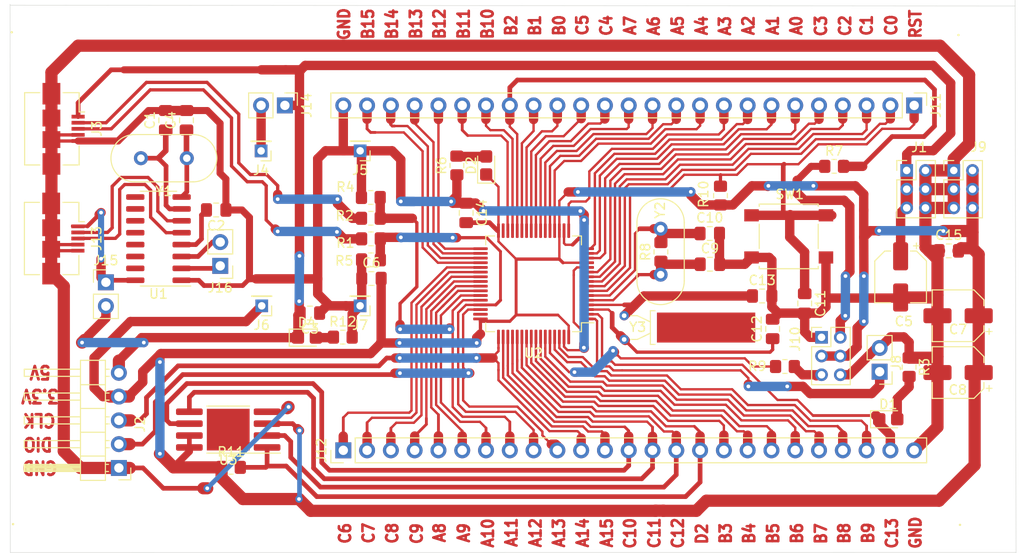
<source format=kicad_pcb>
(kicad_pcb (version 20171130) (host pcbnew "(5.1.10)-1")
  (layers (0 F.Cu signal) (31 B.Cu signal) (34 B.Paste user) (35 F.Paste user hide) (36 B.SilkS user) (37 F.SilkS user) (38 B.Mask user) (39 F.Mask user) (44 Edge.Cuts user))
  (net 0 "")
  (net 1 GND)
  (net 2 VBat)
  (net 3 +5V)
  (net 4 +3V3)
  (net 5 "Net-(C9-Pad1)")
  (net 6 "Net-(C10-Pad1)")
  (net 7 Reset)
  (net 8 "Net-(C12-Pad1)")
  (net 9 "Net-(C13-Pad1)")
  (net 10 "Net-(D4-Pad2)")
  (net 11 PA13)
  (net 12 PA14)
  (net 13 "Net-(J3-Pad3)")
  (net 14 "Net-(J3-Pad2)")
  (net 15 PC12)
  (net 16 PD2)
  (net 17 "Net-(J10-Pad2)")
  (net 18 "Net-(J10-Pad5)")
  (net 19 PC0)
  (net 20 PC1)
  (net 21 PC2)
  (net 22 PC3)
  (net 23 PA0)
  (net 24 PA1)
  (net 25 PA2)
  (net 26 PA3)
  (net 27 PA4)
  (net 28 PA5)
  (net 29 PA6)
  (net 30 PA7)
  (net 31 PC4)
  (net 32 PC5)
  (net 33 PB0)
  (net 34 PB1)
  (net 35 PB2)
  (net 36 PB10)
  (net 37 PB11)
  (net 38 PB12)
  (net 39 PB13)
  (net 40 PB14)
  (net 41 PB15)
  (net 42 PC13)
  (net 43 PB9)
  (net 44 PB8)
  (net 45 PB7)
  (net 46 PB6)
  (net 47 PB5)
  (net 48 PB4)
  (net 49 PB3)
  (net 50 PC11)
  (net 51 PC10)
  (net 52 PA15)
  (net 53 PA12)
  (net 54 PA11)
  (net 55 PA10)
  (net 56 PA9)
  (net 57 PA8)
  (net 58 PC9)
  (net 59 PC8)
  (net 60 PC7)
  (net 61 PC6)
  (net 62 "Net-(R9-Pad1)")
  (net 63 "Net-(U2-Pad31)")
  (net 64 "Net-(U2-Pad47)")
  (net 65 "Net-(D1-Pad2)")
  (net 66 "Net-(D2-Pad2)")
  (net 67 "Net-(C1-Pad1)")
  (net 68 "Net-(C2-Pad2)")
  (net 69 "Net-(C4-Pad1)")
  (net 70 "Net-(J13-Pad1)")
  (net 71 "Net-(J16-Pad1)")
  (net 72 "Net-(J16-Pad2)")
  (net 73 "Net-(J13-Pad3)")
  (net 74 "Net-(J13-Pad2)")
  (net 75 "Net-(U1-Pad9)")
  (net 76 "Net-(U1-Pad10)")
  (net 77 "Net-(U1-Pad11)")
  (net 78 "Net-(U1-Pad12)")
  (net 79 "Net-(U1-Pad13)")
  (net 80 "Net-(U1-Pad14)")
  (net 81 "Net-(U1-Pad15)")
  (net 82 "Net-(J14-Pad2)")
  (module MountingHole:MountingHole_2.2mm_M2 (layer F.Cu) (at 197.4469 82.89798 90)
    (fp_text reference . (at 0 -3.2 90) (layer F.SilkS))
    (fp_text value *)
    (pad 1 np_thru_hole circle (at 0 0 90) (size 2.2 2.2) (drill 2.2) (layers *.Cu *.Mask))
  )
  (module MountingHole:MountingHole_2.2mm_M2 (layer F.Cu) (at 197.60946 135.20674 90)
    (fp_text reference . (at 0 -3.2 90) (layer F.SilkS))
    (fp_text value *)
    (pad 1 np_thru_hole circle (at 0 0 90) (size 2.2 2.2) (drill 2.2) (layers *.Cu *.Mask))
  )
  (module MountingHole:MountingHole_2.2mm_M2 (layer F.Cu) (at 96.48952 135.12546 90)
    (fp_text reference . (at 0 -3.2 90) (layer F.SilkS))
    (fp_text value *)
    (pad 1 np_thru_hole circle (at 0 0 90) (size 2.2 2.2) (drill 2.2) (layers *.Cu *.Mask))
  )
  (module MountingHole:MountingHole_2.2mm_M2 (layer F.Cu) (at 96.35236 82.6008 90)
    (fp_text reference . (at 0 -3.2 90) (layer F.SilkS))
    (fp_text value *)
    (pad 1 np_thru_hole circle (at 0 0 90) (size 2.2 2.2) (drill 2.2) (layers *.Cu *.Mask))
  )
  (module Package_SO:SOP-8-1EP_4.57x4.57mm_P1.27mm_EP4.57x4.45mm (layer F.Cu) (at 116.6749 125.0315 180)
    (fp_text reference U3 (at 0 -3.24) (layer F.SilkS))
    (fp_text value 25LCxxx)
    (pad 1 smd roundrect (at -4.15 -1.905 180) (size 2.85 0.7) (layers F.Cu F.Paste F.Mask) (net 16 PD2))
    (pad 2 smd roundrect (at -4.15 -0.635 180) (size 2.85 0.7) (layers F.Cu F.Paste F.Mask) (net 15 PC12))
    (pad 3 smd roundrect (at -4.15 0.635 180) (size 2.85 0.7) (layers F.Cu F.Paste F.Mask) (net 4 +3V3))
    (pad 4 smd roundrect (at -4.15 1.905 180) (size 2.85 0.7) (layers F.Cu F.Paste F.Mask) (net 1 GND))
    (pad 5 smd roundrect (at 4.15 1.905 180) (size 2.85 0.7) (layers F.Cu F.Paste F.Mask) (net 50 PC11))
    (pad 6 smd roundrect (at 4.15 0.635 180) (size 2.85 0.7) (layers F.Cu F.Paste F.Mask) (net 51 PC10))
    (pad 7 smd roundrect (at 4.15 -0.635 180) (size 2.85 0.7) (layers F.Cu F.Paste F.Mask) (net 4 +3V3))
    (pad 8 smd roundrect (at 4.15 -1.905 180) (size 2.85 0.7) (layers F.Cu F.Paste F.Mask) (net 4 +3V3))
    (pad 9 smd rect (at 0 0 180) (size 4.57 4.45) (layers F.Cu F.Mask))
  )
  (module USB:USB_Micro-B_Amphenol_10104110_Horizontal (layer F.Cu) (at 99.09556 92.9132 270)
    (fp_text reference J3 (at 0 -3.55 90) (layer F.SilkS))
    (fp_text value USB)
    (pad 6 smd rect (at 1.15 1.3 270) (size 1.8 1.9) (layers F.Cu F.Paste F.Mask) (net 1 GND))
    (pad 6 smd rect (at -1.15 1.3 270) (size 1.8 1.9) (layers F.Cu F.Paste F.Mask) (net 1 GND))
    (pad 6 smd rect (at 3.75 1.3 270) (size 2.3 1.9) (layers F.Cu F.Paste F.Mask) (net 1 GND))
    (pad 6 smd rect (at -3.75 1.3 270) (size 2.3 1.9) (layers F.Cu F.Paste F.Mask) (net 1 GND))
    (pad 5 smd rect (at 1.3 -1.55 270) (size 0.4 1.4) (layers F.Cu F.Paste F.Mask) (net 1 GND))
    (pad 4 smd rect (at 0.65 -1.55 270) (size 0.4 1.4) (layers F.Cu F.Paste F.Mask) (net 1 GND))
    (pad 3 smd rect (at 0 -1.55 270) (size 0.4 1.4) (layers F.Cu F.Paste F.Mask) (net 13 "Net-(J3-Pad3)"))
    (pad 2 smd rect (at -0.65 -1.55 270) (size 0.4 1.4) (layers F.Cu F.Paste F.Mask) (net 14 "Net-(J3-Pad2)"))
    (pad 1 smd rect (at -1.3 -1.55 270) (size 0.4 1.4) (layers F.Cu F.Paste F.Mask) (net 3 +5V))
  )
  (module Capacitor_SMD:CP_Elec_5x3 (layer F.Cu) (at 188.47562 108.7247 270)
    (fp_text reference C5 (at 4.7498 -0.34544 180) (layer F.SilkS))
    (fp_text value 100uF)
    (pad 2 smd roundrect (at 2.2 0 270) (size 3 1.6) (layers F.Cu F.Paste F.Mask) (roundrect_rratio 0.15625) (net 1 GND))
    (pad 1 smd roundrect (at -2.2 0 270) (size 3 1.6) (layers F.Cu F.Paste F.Mask) (roundrect_rratio 0.15625) (net 3 +5V))
  )
  (module Resistor_SMD:R_0805_2012Metric_Pad1.20x1.40mm_HandSolder (layer F.Cu) (at 131.90728 102.46614 180)
    (fp_text reference R2 (at 2.80162 0.26924) (layer F.SilkS))
    (fp_text value 22R)
    (pad 2 smd roundrect (at 1 0 180) (size 1.2 1.4) (layers F.Cu F.Paste F.Mask) (roundrect_rratio 0.208333) (net 14 "Net-(J3-Pad2)"))
    (pad 1 smd roundrect (at -1 0 180) (size 1.2 1.4) (layers F.Cu F.Paste F.Mask) (roundrect_rratio 0.208333) (net 54 PA11))
  )
  (module Resistor_SMD:R_0805_2012Metric_Pad1.20x1.40mm_HandSolder (layer F.Cu) (at 131.91744 104.6607 180)
    (fp_text reference R1 (at 2.7305 -0.4445) (layer F.SilkS))
    (fp_text value 22R)
    (pad 1 smd roundrect (at -1 0 180) (size 1.2 1.4) (layers F.Cu F.Paste F.Mask) (roundrect_rratio 0.208333) (net 53 PA12))
    (pad 2 smd roundrect (at 1 0 180) (size 1.2 1.4) (layers F.Cu F.Paste F.Mask) (roundrect_rratio 0.208333) (net 13 "Net-(J3-Pad3)"))
  )
  (module Resistor_SMD:R_0805_2012Metric_Pad1.20x1.40mm_HandSolder (layer F.Cu) (at 169.2402 100.04298 90)
    (fp_text reference R10 (at 0.1524 -1.80848 90) (layer F.SilkS))
    (fp_text value 10k)
    (pad 1 smd roundrect (at -1 0 90) (size 1.2 1.4) (layers F.Cu F.Paste F.Mask) (roundrect_rratio 0.208333) (net 4 +3V3))
    (pad 2 smd roundrect (at 1 0 90) (size 1.2 1.4) (layers F.Cu F.Paste F.Mask) (roundrect_rratio 0.208333) (net 7 Reset))
  )
  (module Connector_PinHeader_2.00mm:PinHeader_2x03_P2.00mm_Vertical (layer F.Cu) (at 189.12586 97.35566)
    (fp_text reference J1 (at 1.33858 -2.4638) (layer F.SilkS))
    (fp_text value "+5V Output")
    (pad 6 thru_hole oval (at 2 4) (size 1.35 1.35) (drill 0.8) (layers *.Cu *.Mask) (net 1 GND))
    (pad 5 thru_hole oval (at 0 4) (size 1.35 1.35) (drill 0.8) (layers *.Cu *.Mask) (net 3 +5V))
    (pad 4 thru_hole oval (at 2 2) (size 1.35 1.35) (drill 0.8) (layers *.Cu *.Mask) (net 1 GND))
    (pad 3 thru_hole oval (at 0 2) (size 1.35 1.35) (drill 0.8) (layers *.Cu *.Mask) (net 3 +5V))
    (pad 2 thru_hole oval (at 2 0) (size 1.35 1.35) (drill 0.8) (layers *.Cu *.Mask) (net 1 GND))
    (pad 1 thru_hole rect (at 0 0) (size 1.35 1.35) (drill 0.8) (layers *.Cu *.Mask) (net 3 +5V))
  )
  (module Connector_PinHeader_2.00mm:PinHeader_1x01_P2.00mm_Vertical (layer F.Cu) (at 120.18518 95.27286 180)
    (fp_text reference J4 (at 0 -2.06) (layer F.SilkS))
    (fp_text value +5V)
    (pad 1 thru_hole rect (at 0 0 180) (size 1.35 1.35) (drill 0.8) (layers *.Cu *.Mask) (net 82 "Net-(J14-Pad2)"))
  )
  (module Connector_PinHeader_2.00mm:PinHeader_1x01_P2.00mm_Vertical (layer F.Cu) (at 130.76174 95.26016 180)
    (fp_text reference J5 (at 0 -2.06) (layer F.SilkS))
    (fp_text value GND)
    (pad 1 thru_hole rect (at 0 0 180) (size 1.35 1.35) (drill 0.8) (layers *.Cu *.Mask) (net 1 GND))
  )
  (module Connector_PinHeader_2.00mm:PinHeader_1x01_P2.00mm_Vertical (layer F.Cu) (at 120.25376 111.81334 180)
    (fp_text reference J6 (at 0 -2.06) (layer F.SilkS))
    (fp_text value +3.3V)
    (pad 1 thru_hole rect (at 0 0 180) (size 1.35 1.35) (drill 0.8) (layers *.Cu *.Mask) (net 4 +3V3))
  )
  (module Connector_PinHeader_2.00mm:PinHeader_1x01_P2.00mm_Vertical (layer F.Cu) (at 130.7592 111.81334 180)
    (fp_text reference J7 (at 0 -2.06) (layer F.SilkS))
    (fp_text value GND)
    (pad 1 thru_hole rect (at 0 0 180) (size 1.35 1.35) (drill 0.8) (layers *.Cu *.Mask) (net 1 GND))
  )
  (module Connector_PinHeader_2.00mm:PinHeader_2x03_P2.00mm_Vertical (layer F.Cu) (at 194.15252 97.3582)
    (fp_text reference J9 (at 2.65938 -2.5019) (layer F.SilkS))
    (fp_text value "+3.3V Output")
    (pad 1 thru_hole rect (at 0 0) (size 1.35 1.35) (drill 0.8) (layers *.Cu *.Mask) (net 1 GND))
    (pad 2 thru_hole oval (at 2 0) (size 1.35 1.35) (drill 0.8) (layers *.Cu *.Mask) (net 4 +3V3))
    (pad 3 thru_hole oval (at 0 2) (size 1.35 1.35) (drill 0.8) (layers *.Cu *.Mask) (net 1 GND))
    (pad 4 thru_hole oval (at 2 2) (size 1.35 1.35) (drill 0.8) (layers *.Cu *.Mask) (net 4 +3V3))
    (pad 5 thru_hole oval (at 0 4) (size 1.35 1.35) (drill 0.8) (layers *.Cu *.Mask) (net 1 GND))
    (pad 6 thru_hole oval (at 2 4) (size 1.35 1.35) (drill 0.8) (layers *.Cu *.Mask) (net 4 +3V3))
  )
  (module Connector_PinHeader_2.00mm:PinHeader_2x03_P2.00mm_Vertical (layer F.Cu) (at 180.03266 115.1763)
    (fp_text reference J10 (at -2.8194 0.18288 -90) (layer F.SilkS))
    (fp_text value BOOT)
    (pad 1 thru_hole rect (at 0 0) (size 1.35 1.35) (drill 0.8) (layers *.Cu *.Mask) (net 1 GND))
    (pad 2 thru_hole oval (at 2 0) (size 1.35 1.35) (drill 0.8) (layers *.Cu *.Mask) (net 17 "Net-(J10-Pad2)"))
    (pad 3 thru_hole oval (at 0 2) (size 1.35 1.35) (drill 0.8) (layers *.Cu *.Mask) (net 4 +3V3))
    (pad 4 thru_hole oval (at 2 2) (size 1.35 1.35) (drill 0.8) (layers *.Cu *.Mask) (net 4 +3V3))
    (pad 5 thru_hole oval (at 0 4) (size 1.35 1.35) (drill 0.8) (layers *.Cu *.Mask) (net 18 "Net-(J10-Pad5)"))
    (pad 6 thru_hole oval (at 2 4) (size 1.35 1.35) (drill 0.8) (layers *.Cu *.Mask) (net 1 GND))
  )
  (module Connector_PinHeader_2.54mm:PinHeader_1x25_P2.54mm_Vertical (layer F.Cu) (at 189.92342 90.41384 270)
    (fp_text reference J11 (at 0 -2.33 90) (layer F.SilkS))
    (fp_text value JB)
    (pad 1 thru_hole rect (at 0 0 270) (size 1.7 1.7) (drill 1) (layers *.Cu *.Mask) (net 7 Reset))
    (pad 2 thru_hole oval (at 0 2.54 270) (size 1.7 1.7) (drill 1) (layers *.Cu *.Mask) (net 19 PC0))
    (pad 3 thru_hole oval (at 0 5.08 270) (size 1.7 1.7) (drill 1) (layers *.Cu *.Mask) (net 20 PC1))
    (pad 4 thru_hole oval (at 0 7.62 270) (size 1.7 1.7) (drill 1) (layers *.Cu *.Mask) (net 21 PC2))
    (pad 5 thru_hole oval (at 0 10.16 270) (size 1.7 1.7) (drill 1) (layers *.Cu *.Mask) (net 22 PC3))
    (pad 6 thru_hole oval (at 0 12.7 270) (size 1.7 1.7) (drill 1) (layers *.Cu *.Mask) (net 23 PA0))
    (pad 7 thru_hole oval (at 0 15.24 270) (size 1.7 1.7) (drill 1) (layers *.Cu *.Mask) (net 24 PA1))
    (pad 8 thru_hole oval (at 0 17.78 270) (size 1.7 1.7) (drill 1) (layers *.Cu *.Mask) (net 25 PA2))
    (pad 9 thru_hole oval (at 0 20.32 270) (size 1.7 1.7) (drill 1) (layers *.Cu *.Mask) (net 26 PA3))
    (pad 10 thru_hole oval (at 0 22.86 270) (size 1.7 1.7) (drill 1) (layers *.Cu *.Mask) (net 27 PA4))
    (pad 11 thru_hole oval (at 0 25.4 270) (size 1.7 1.7) (drill 1) (layers *.Cu *.Mask) (net 28 PA5))
    (pad 12 thru_hole oval (at 0 27.94 270) (size 1.7 1.7) (drill 1) (layers *.Cu *.Mask) (net 29 PA6))
    (pad 13 thru_hole oval (at 0 30.48 270) (size 1.7 1.7) (drill 1) (layers *.Cu *.Mask) (net 30 PA7))
    (pad 14 thru_hole oval (at 0 33.02 270) (size 1.7 1.7) (drill 1) (layers *.Cu *.Mask) (net 31 PC4))
    (pad 15 thru_hole oval (at 0 35.56 270) (size 1.7 1.7) (drill 1) (layers *.Cu *.Mask) (net 32 PC5))
    (pad 16 thru_hole oval (at 0 38.1 270) (size 1.7 1.7) (drill 1) (layers *.Cu *.Mask) (net 33 PB0))
    (pad 17 thru_hole oval (at 0 40.64 270) (size 1.7 1.7) (drill 1) (layers *.Cu *.Mask) (net 34 PB1))
    (pad 18 thru_hole oval (at 0 43.18 270) (size 1.7 1.7) (drill 1) (layers *.Cu *.Mask) (net 35 PB2))
    (pad 19 thru_hole oval (at 0 45.72 270) (size 1.7 1.7) (drill 1) (layers *.Cu *.Mask) (net 36 PB10))
    (pad 20 thru_hole oval (at 0 48.26 270) (size 1.7 1.7) (drill 1) (layers *.Cu *.Mask) (net 37 PB11))
    (pad 21 thru_hole oval (at 0 50.8 270) (size 1.7 1.7) (drill 1) (layers *.Cu *.Mask) (net 38 PB12))
    (pad 22 thru_hole oval (at 0 53.34 270) (size 1.7 1.7) (drill 1) (layers *.Cu *.Mask) (net 39 PB13))
    (pad 23 thru_hole oval (at 0 55.88 270) (size 1.7 1.7) (drill 1) (layers *.Cu *.Mask) (net 40 PB14))
    (pad 24 thru_hole oval (at 0 58.42 270) (size 1.7 1.7) (drill 1) (layers *.Cu *.Mask) (net 41 PB15))
    (pad 25 thru_hole oval (at 0 60.96 270) (size 1.7 1.7) (drill 1) (layers *.Cu *.Mask) (net 1 GND))
  )
  (module Connector_PinHeader_2.54mm:PinHeader_1x25_P2.54mm_Vertical (layer F.Cu) (at 128.96342 127.24384 90)
    (fp_text reference J12 (at 0 -2.33 90) (layer F.SilkS))
    (fp_text value JA)
    (pad 25 thru_hole oval (at 0 60.96 90) (size 1.7 1.7) (drill 1) (layers *.Cu *.Mask) (net 1 GND))
    (pad 24 thru_hole oval (at 0 58.42 90) (size 1.7 1.7) (drill 1) (layers *.Cu *.Mask) (net 42 PC13))
    (pad 23 thru_hole oval (at 0 55.88 90) (size 1.7 1.7) (drill 1) (layers *.Cu *.Mask) (net 43 PB9))
    (pad 22 thru_hole oval (at 0 53.34 90) (size 1.7 1.7) (drill 1) (layers *.Cu *.Mask) (net 44 PB8))
    (pad 21 thru_hole oval (at 0 50.8 90) (size 1.7 1.7) (drill 1) (layers *.Cu *.Mask) (net 45 PB7))
    (pad 20 thru_hole oval (at 0 48.26 90) (size 1.7 1.7) (drill 1) (layers *.Cu *.Mask) (net 46 PB6))
    (pad 19 thru_hole oval (at 0 45.72 90) (size 1.7 1.7) (drill 1) (layers *.Cu *.Mask) (net 47 PB5))
    (pad 18 thru_hole oval (at 0 43.18 90) (size 1.7 1.7) (drill 1) (layers *.Cu *.Mask) (net 48 PB4))
    (pad 17 thru_hole oval (at 0 40.64 90) (size 1.7 1.7) (drill 1) (layers *.Cu *.Mask) (net 49 PB3))
    (pad 16 thru_hole oval (at 0 38.1 90) (size 1.7 1.7) (drill 1) (layers *.Cu *.Mask) (net 16 PD2))
    (pad 15 thru_hole oval (at 0 35.56 90) (size 1.7 1.7) (drill 1) (layers *.Cu *.Mask) (net 15 PC12))
    (pad 14 thru_hole oval (at 0 33.02 90) (size 1.7 1.7) (drill 1) (layers *.Cu *.Mask) (net 50 PC11))
    (pad 13 thru_hole oval (at 0 30.48 90) (size 1.7 1.7) (drill 1) (layers *.Cu *.Mask) (net 51 PC10))
    (pad 12 thru_hole oval (at 0 27.94 90) (size 1.7 1.7) (drill 1) (layers *.Cu *.Mask) (net 52 PA15))
    (pad 11 thru_hole oval (at 0 25.4 90) (size 1.7 1.7) (drill 1) (layers *.Cu *.Mask) (net 12 PA14))
    (pad 10 thru_hole oval (at 0 22.86 90) (size 1.7 1.7) (drill 1) (layers *.Cu *.Mask) (net 11 PA13))
    (pad 9 thru_hole oval (at 0 20.32 90) (size 1.7 1.7) (drill 1) (layers *.Cu *.Mask) (net 53 PA12))
    (pad 8 thru_hole oval (at 0 17.78 90) (size 1.7 1.7) (drill 1) (layers *.Cu *.Mask) (net 54 PA11))
    (pad 7 thru_hole oval (at 0 15.24 90) (size 1.7 1.7) (drill 1) (layers *.Cu *.Mask) (net 55 PA10))
    (pad 6 thru_hole oval (at 0 12.7 90) (size 1.7 1.7) (drill 1) (layers *.Cu *.Mask) (net 56 PA9))
    (pad 5 thru_hole oval (at 0 10.16 90) (size 1.7 1.7) (drill 1) (layers *.Cu *.Mask) (net 57 PA8))
    (pad 4 thru_hole oval (at 0 7.62 90) (size 1.7 1.7) (drill 1) (layers *.Cu *.Mask) (net 58 PC9))
    (pad 3 thru_hole oval (at 0 5.08 90) (size 1.7 1.7) (drill 1) (layers *.Cu *.Mask) (net 59 PC8))
    (pad 2 thru_hole oval (at 0 2.54 90) (size 1.7 1.7) (drill 1) (layers *.Cu *.Mask) (net 60 PC7))
    (pad 1 thru_hole rect (at 0 0 90) (size 1.7 1.7) (drill 1) (layers *.Cu *.Mask) (net 61 PC6))
  )
  (module Resistor_SMD:R_0805_2012Metric_Pad1.20x1.40mm_HandSolder (layer F.Cu) (at 131.9022 100.24618 180)
    (fp_text reference R4 (at 2.71526 1.1176) (layer F.SilkS))
    (fp_text value 4k7)
    (pad 1 smd roundrect (at -1 0 180) (size 1.2 1.4) (layers F.Cu F.Paste F.Mask) (roundrect_rratio 0.208333) (net 54 PA11))
    (pad 2 smd roundrect (at 1 0 180) (size 1.2 1.4) (layers F.Cu F.Paste F.Mask) (roundrect_rratio 0.208333) (net 1 GND))
  )
  (module Resistor_SMD:R_0805_2012Metric_Pad1.20x1.40mm_HandSolder (layer F.Cu) (at 131.91744 106.90352 180)
    (fp_text reference R5 (at 2.85242 -0.09906) (layer F.SilkS))
    (fp_text value 4k7)
    (pad 2 smd roundrect (at 1 0 180) (size 1.2 1.4) (layers F.Cu F.Paste F.Mask) (roundrect_rratio 0.208333) (net 1 GND))
    (pad 1 smd roundrect (at -1 0 180) (size 1.2 1.4) (layers F.Cu F.Paste F.Mask) (roundrect_rratio 0.208333) (net 53 PA12))
  )
  (module Resistor_SMD:R_0805_2012Metric_Pad1.20x1.40mm_HandSolder (layer F.Cu) (at 181.37632 96.92132)
    (fp_text reference R7 (at 0 -1.65) (layer F.SilkS))
    (fp_text value 10k)
    (pad 2 smd roundrect (at 1 0) (size 1.2 1.4) (layers F.Cu F.Paste F.Mask) (roundrect_rratio 0.208333) (net 35 PB2))
    (pad 1 smd roundrect (at -1 0) (size 1.2 1.4) (layers F.Cu F.Paste F.Mask) (roundrect_rratio 0.208333) (net 17 "Net-(J10-Pad2)"))
  )
  (module Resistor_SMD:R_0805_2012Metric_Pad1.20x1.40mm_HandSolder (layer F.Cu) (at 162.88004 106.05516 90)
    (fp_text reference R8 (at 0 -1.65 90) (layer F.SilkS))
    (fp_text value 10M)
    (pad 2 smd roundrect (at 1 0 90) (size 1.2 1.4) (layers F.Cu F.Paste F.Mask) (roundrect_rratio 0.208333) (net 6 "Net-(C10-Pad1)"))
    (pad 1 smd roundrect (at -1 0 90) (size 1.2 1.4) (layers F.Cu F.Paste F.Mask) (roundrect_rratio 0.208333) (net 5 "Net-(C9-Pad1)"))
  )
  (module Resistor_SMD:R_0805_2012Metric_Pad1.20x1.40mm_HandSolder (layer F.Cu) (at 176.1236 118.29542)
    (fp_text reference R9 (at -2.95656 -0.03556) (layer F.SilkS))
    (fp_text value 10k)
    (pad 1 smd roundrect (at -1 0) (size 1.2 1.4) (layers F.Cu F.Paste F.Mask) (roundrect_rratio 0.208333) (net 62 "Net-(R9-Pad1)"))
    (pad 2 smd roundrect (at 1 0) (size 1.2 1.4) (layers F.Cu F.Paste F.Mask) (roundrect_rratio 0.208333) (net 18 "Net-(J10-Pad5)"))
  )
  (module Resistor_SMD:R_0805_2012Metric_Pad1.20x1.40mm_HandSolder (layer F.Cu) (at 128.91008 115.15852)
    (fp_text reference R12 (at 0 -1.65) (layer F.SilkS))
    (fp_text value 560)
    (pad 1 smd roundrect (at -1 0) (size 1.2 1.4) (layers F.Cu F.Paste F.Mask) (roundrect_rratio 0.208333) (net 10 "Net-(D4-Pad2)"))
    (pad 2 smd roundrect (at 1 0) (size 1.2 1.4) (layers F.Cu F.Paste F.Mask) (roundrect_rratio 0.208333) (net 1 GND))
  )
  (module Button_Switch_SMD:SW_SPST_B3S-1000 (layer F.Cu) (at 176.52746 104.39908 180)
    (fp_text reference SW1 (at -0.10668 4.49326) (layer F.SilkS))
    (fp_text value Reset)
    (pad 1 smd rect (at -3.975 -2.25 180) (size 1.55 1.3) (layers F.Cu F.Paste F.Mask) (net 1 GND))
    (pad 1 smd rect (at 3.975 -2.25 180) (size 1.55 1.3) (layers F.Cu F.Paste F.Mask) (net 1 GND))
    (pad 2 smd rect (at -3.975 2.25 180) (size 1.55 1.3) (layers F.Cu F.Paste F.Mask) (net 7 Reset))
    (pad 2 smd rect (at 3.975 2.25 180) (size 1.55 1.3) (layers F.Cu F.Paste F.Mask) (net 7 Reset))
  )
  (module Package_QFP:LQFP-64_10x10mm_P0.5mm (layer F.Cu) (at 149.28342 109.46384 180)
    (fp_text reference U2 (at 0 -7.4) (layer F.SilkS))
    (fp_text value STM32F405RGTx)
    (pad 1 smd roundrect (at -5.675 -3.75 180) (size 1.55 0.3) (layers F.Cu F.Paste F.Mask) (net 2 VBat))
    (pad 2 smd roundrect (at -5.675 -3.25 180) (size 1.55 0.3) (layers F.Cu F.Paste F.Mask) (net 42 PC13))
    (pad 3 smd roundrect (at -5.675 -2.75 180) (size 1.55 0.3) (layers F.Cu F.Paste F.Mask) (net 8 "Net-(C12-Pad1)"))
    (pad 4 smd roundrect (at -5.675 -2.25 180) (size 1.55 0.3) (layers F.Cu F.Paste F.Mask) (net 9 "Net-(C13-Pad1)"))
    (pad 5 smd roundrect (at -5.675 -1.75 180) (size 1.55 0.3) (layers F.Cu F.Paste F.Mask) (net 5 "Net-(C9-Pad1)"))
    (pad 6 smd roundrect (at -5.675 -1.25 180) (size 1.55 0.3) (layers F.Cu F.Paste F.Mask) (net 6 "Net-(C10-Pad1)"))
    (pad 7 smd roundrect (at -5.675 -0.75 180) (size 1.55 0.3) (layers F.Cu F.Paste F.Mask) (net 7 Reset))
    (pad 8 smd roundrect (at -5.675 -0.25 180) (size 1.55 0.3) (layers F.Cu F.Paste F.Mask) (net 19 PC0))
    (pad 9 smd roundrect (at -5.675 0.25 180) (size 1.55 0.3) (layers F.Cu F.Paste F.Mask) (net 20 PC1))
    (pad 10 smd roundrect (at -5.675 0.75 180) (size 1.55 0.3) (layers F.Cu F.Paste F.Mask) (net 21 PC2))
    (pad 11 smd roundrect (at -5.675 1.25 180) (size 1.55 0.3) (layers F.Cu F.Paste F.Mask) (net 22 PC3))
    (pad 12 smd roundrect (at -5.675 1.75 180) (size 1.55 0.3) (layers F.Cu F.Paste F.Mask) (net 1 GND))
    (pad 13 smd roundrect (at -5.675 2.25 180) (size 1.55 0.3) (layers F.Cu F.Paste F.Mask) (net 4 +3V3))
    (pad 14 smd roundrect (at -5.675 2.75 180) (size 1.55 0.3) (layers F.Cu F.Paste F.Mask) (net 23 PA0))
    (pad 15 smd roundrect (at -5.675 3.25 180) (size 1.55 0.3) (layers F.Cu F.Paste F.Mask) (net 24 PA1))
    (pad 16 smd roundrect (at -5.675 3.75 180) (size 1.55 0.3) (layers F.Cu F.Paste F.Mask) (net 25 PA2))
    (pad 17 smd roundrect (at -3.75 5.675 180) (size 0.3 1.55) (layers F.Cu F.Paste F.Mask) (net 26 PA3))
    (pad 18 smd roundrect (at -3.25 5.675 180) (size 0.3 1.55) (layers F.Cu F.Paste F.Mask) (net 1 GND))
    (pad 19 smd roundrect (at -2.75 5.675 180) (size 0.3 1.55) (layers F.Cu F.Paste F.Mask) (net 4 +3V3))
    (pad 20 smd roundrect (at -2.25 5.675 180) (size 0.3 1.55) (layers F.Cu F.Paste F.Mask) (net 27 PA4))
    (pad 21 smd roundrect (at -1.75 5.675 180) (size 0.3 1.55) (layers F.Cu F.Paste F.Mask) (net 28 PA5))
    (pad 22 smd roundrect (at -1.25 5.675 180) (size 0.3 1.55) (layers F.Cu F.Paste F.Mask) (net 29 PA6))
    (pad 23 smd roundrect (at -0.75 5.675 180) (size 0.3 1.55) (layers F.Cu F.Paste F.Mask) (net 30 PA7))
    (pad 24 smd roundrect (at -0.25 5.675 180) (size 0.3 1.55) (layers F.Cu F.Paste F.Mask) (net 31 PC4))
    (pad 25 smd roundrect (at 0.25 5.675 180) (size 0.3 1.55) (layers F.Cu F.Paste F.Mask) (net 32 PC5))
    (pad 26 smd roundrect (at 0.75 5.675 180) (size 0.3 1.55) (layers F.Cu F.Paste F.Mask) (net 33 PB0))
    (pad 27 smd roundrect (at 1.25 5.675 180) (size 0.3 1.55) (layers F.Cu F.Paste F.Mask) (net 34 PB1))
    (pad 28 smd roundrect (at 1.75 5.675 180) (size 0.3 1.55) (layers F.Cu F.Paste F.Mask) (net 35 PB2))
    (pad 29 smd roundrect (at 2.25 5.675 180) (size 0.3 1.55) (layers F.Cu F.Paste F.Mask) (net 36 PB10))
    (pad 30 smd roundrect (at 2.75 5.675 180) (size 0.3 1.55) (layers F.Cu F.Paste F.Mask) (net 37 PB11))
    (pad 31 smd roundrect (at 3.25 5.675 180) (size 0.3 1.55) (layers F.Cu F.Paste F.Mask) (net 63 "Net-(U2-Pad31)"))
    (pad 32 smd roundrect (at 3.75 5.675 180) (size 0.3 1.55) (layers F.Cu F.Paste F.Mask) (net 4 +3V3))
    (pad 33 smd roundrect (at 5.675 3.75 180) (size 1.55 0.3) (layers F.Cu F.Paste F.Mask) (net 38 PB12))
    (pad 34 smd roundrect (at 5.675 3.25 180) (size 1.55 0.3) (layers F.Cu F.Paste F.Mask) (net 39 PB13))
    (pad 35 smd roundrect (at 5.675 2.75 180) (size 1.55 0.3) (layers F.Cu F.Paste F.Mask) (net 40 PB14))
    (pad 36 smd roundrect (at 5.675 2.25 180) (size 1.55 0.3) (layers F.Cu F.Paste F.Mask) (net 41 PB15))
    (pad 37 smd roundrect (at 5.675 1.75 180) (size 1.55 0.3) (layers F.Cu F.Paste F.Mask) (net 61 PC6))
    (pad 38 smd roundrect (at 5.675 1.25 180) (size 1.55 0.3) (layers F.Cu F.Paste F.Mask) (net 60 PC7))
    (pad 39 smd roundrect (at 5.675 0.75 180) (size 1.55 0.3) (layers F.Cu F.Paste F.Mask) (net 59 PC8))
    (pad 40 smd roundrect (at 5.675 0.25 180) (size 1.55 0.3) (layers F.Cu F.Paste F.Mask) (net 58 PC9))
    (pad 41 smd roundrect (at 5.675 -0.25 180) (size 1.55 0.3) (layers F.Cu F.Paste F.Mask) (net 57 PA8))
    (pad 42 smd roundrect (at 5.675 -0.75 180) (size 1.55 0.3) (layers F.Cu F.Paste F.Mask) (net 56 PA9))
    (pad 43 smd roundrect (at 5.675 -1.25 180) (size 1.55 0.3) (layers F.Cu F.Paste F.Mask) (net 55 PA10))
    (pad 44 smd roundrect (at 5.675 -1.75 180) (size 1.55 0.3) (layers F.Cu F.Paste F.Mask) (net 54 PA11))
    (pad 45 smd roundrect (at 5.675 -2.25 180) (size 1.55 0.3) (layers F.Cu F.Paste F.Mask) (net 53 PA12))
    (pad 46 smd roundrect (at 5.675 -2.75 180) (size 1.55 0.3) (layers F.Cu F.Paste F.Mask) (net 11 PA13))
    (pad 47 smd roundrect (at 5.675 -3.25 180) (size 1.55 0.3) (layers F.Cu F.Paste F.Mask) (net 64 "Net-(U2-Pad47)"))
    (pad 48 smd roundrect (at 5.675 -3.75 180) (size 1.55 0.3) (layers F.Cu F.Paste F.Mask) (net 4 +3V3))
    (pad 49 smd roundrect (at 3.75 -5.675 180) (size 0.3 1.55) (layers F.Cu F.Paste F.Mask) (net 12 PA14))
    (pad 50 smd roundrect (at 3.25 -5.675 180) (size 0.3 1.55) (layers F.Cu F.Paste F.Mask) (net 52 PA15))
    (pad 51 smd roundrect (at 2.75 -5.675 180) (size 0.3 1.55) (layers F.Cu F.Paste F.Mask) (net 51 PC10))
    (pad 52 smd roundrect (at 2.25 -5.675 180) (size 0.3 1.55) (layers F.Cu F.Paste F.Mask) (net 50 PC11))
    (pad 53 smd roundrect (at 1.75 -5.675 180) (size 0.3 1.55) (layers F.Cu F.Paste F.Mask) (net 15 PC12))
    (pad 54 smd roundrect (at 1.25 -5.675 180) (size 0.3 1.55) (layers F.Cu F.Paste F.Mask) (net 16 PD2))
    (pad 55 smd roundrect (at 0.75 -5.675 180) (size 0.3 1.55) (layers F.Cu F.Paste F.Mask) (net 49 PB3))
    (pad 56 smd roundrect (at 0.25 -5.675 180) (size 0.3 1.55) (layers F.Cu F.Paste F.Mask) (net 48 PB4))
    (pad 57 smd roundrect (at -0.25 -5.675 180) (size 0.3 1.55) (layers F.Cu F.Paste F.Mask) (net 47 PB5))
    (pad 58 smd roundrect (at -0.75 -5.675 180) (size 0.3 1.55) (layers F.Cu F.Paste F.Mask) (net 46 PB6))
    (pad 59 smd roundrect (at -1.25 -5.675 180) (size 0.3 1.55) (layers F.Cu F.Paste F.Mask) (net 45 PB7))
    (pad 60 smd roundrect (at -1.75 -5.675 180) (size 0.3 1.55) (layers F.Cu F.Paste F.Mask) (net 62 "Net-(R9-Pad1)"))
    (pad 61 smd roundrect (at -2.25 -5.675 180) (size 0.3 1.55) (layers F.Cu F.Paste F.Mask) (net 44 PB8))
    (pad 62 smd roundrect (at -2.75 -5.675 180) (size 0.3 1.55) (layers F.Cu F.Paste F.Mask) (net 43 PB9))
    (pad 63 smd roundrect (at -3.25 -5.675 180) (size 0.3 1.55) (layers F.Cu F.Paste F.Mask) (net 1 GND))
    (pad 64 smd roundrect (at -3.75 -5.675 180) (size 0.3 1.55) (layers F.Cu F.Paste F.Mask) (net 4 +3V3))
  )
  (module Crystal:Crystal_HC18-U_Vertical (layer F.Cu) (at 162.84702 108.4834 90)
    (fp_text reference Y2 (at 6.89356 -0.05588 90) (layer F.SilkS))
    (fp_text value 8MHz)
    (pad 1 thru_hole circle (at 0 0 90) (size 1.5 1.5) (drill 0.8) (layers *.Cu *.Mask) (net 5 "Net-(C9-Pad1)"))
    (pad 2 thru_hole circle (at 4.9 0 90) (size 1.5 1.5) (drill 0.8) (layers *.Cu *.Mask) (net 6 "Net-(C10-Pad1)"))
  )
  (module Crystal:Crystal_AT310_D3.0mm_L10.0mm_Horizontal_1EP_style1 (layer F.Cu) (at 158.9532 115.4049 90)
    (fp_text reference Y3 (at 1.31318 1.4478) (layer F.SilkS))
    (fp_text value 32.768MHz)
    (pad 1 thru_hole circle (at 0 0 90) (size 1 1) (drill 0.5) (layers *.Cu *.Mask) (net 8 "Net-(C12-Pad1)"))
    (pad 2 thru_hole circle (at 2.54 0 90) (size 1 1) (drill 0.5) (layers *.Cu *.Mask) (net 9 "Net-(C13-Pad1)"))
    (pad 3 smd rect (at 1.27 8.75 90) (size 3.2 10.5) (layers F.Cu F.Paste F.Mask))
  )
  (module Capacitor_SMD:CP_Elec_5x3 (layer F.Cu) (at 194.61226 112.87252 180)
    (fp_text reference C7 (at 0.00254 -1.4605) (layer F.SilkS))
    (fp_text value 100uF)
    (pad 1 smd roundrect (at -2.2 0 180) (size 3 1.6) (layers F.Cu F.Paste F.Mask) (roundrect_rratio 0.15625) (net 4 +3V3))
    (pad 2 smd roundrect (at 2.2 0 180) (size 3 1.6) (layers F.Cu F.Paste F.Mask) (roundrect_rratio 0.15625) (net 1 GND))
  )
  (module Capacitor_SMD:CP_Elec_5x3 (layer F.Cu) (at 194.61226 118.94058 180)
    (fp_text reference C8 (at 0.03556 -1.84912) (layer F.SilkS))
    (fp_text value 100uF)
    (pad 1 smd roundrect (at -2.2 0 180) (size 3 1.6) (layers F.Cu F.Paste F.Mask) (roundrect_rratio 0.15625) (net 4 +3V3))
    (pad 2 smd roundrect (at 2.2 0 180) (size 3 1.6) (layers F.Cu F.Paste F.Mask) (roundrect_rratio 0.15625) (net 1 GND))
  )
  (module Connector_PinHeader_2.54mm:PinHeader_1x05_P2.54mm_Horizontal (layer F.Cu) (at 104.99852 129.12598 180)
    (fp_text reference J2 (at -2.26568 4.65328 90) (layer F.SilkS))
    (fp_text value SWD)
    (pad 1 thru_hole rect (at 0 0 180) (size 1.7 1.7) (drill 1) (layers *.Cu *.Mask) (net 1 GND))
    (pad 2 thru_hole oval (at 0 2.54 180) (size 1.7 1.7) (drill 1) (layers *.Cu *.Mask) (net 11 PA13))
    (pad 3 thru_hole oval (at 0 5.08 180) (size 1.7 1.7) (drill 1) (layers *.Cu *.Mask) (net 12 PA14))
    (pad 4 thru_hole oval (at 0 7.62 180) (size 1.7 1.7) (drill 1) (layers *.Cu *.Mask) (net 4 +3V3))
    (pad 5 thru_hole oval (at 0 10.16 180) (size 1.7 1.7) (drill 1) (layers *.Cu *.Mask) (net 3 +5V))
  )
  (module Connector_PinHeader_2.54mm:PinHeader_1x02_P2.54mm_Vertical (layer F.Cu) (at 186.23534 118.85168 180)
    (fp_text reference J8 (at -1.77292 0.94742 270) (layer F.SilkS))
    (fp_text value VBAT)
    (pad 1 thru_hole rect (at 0 0 180) (size 1.7 1.7) (drill 1) (layers *.Cu *.Mask) (net 2 VBat))
    (pad 2 thru_hole oval (at 0 2.54 180) (size 1.7 1.7) (drill 1) (layers *.Cu *.Mask) (net 1 GND))
  )
  (module Capacitor_SMD:C_0805_2012Metric_Pad1.18x1.45mm_HandSolder (layer F.Cu) (at 125.3959 112.5855 180)
    (fp_text reference C3 (at 0 -1.68) (layer F.SilkS))
    (fp_text value 100nF)
    (pad 1 smd roundrect (at -1.0375 0 180) (size 1.175 1.45) (layers F.Cu F.Paste F.Mask) (roundrect_rratio 0.212766) (net 1 GND))
    (pad 2 smd roundrect (at 1.0375 0 180) (size 1.175 1.45) (layers F.Cu F.Paste F.Mask) (roundrect_rratio 0.212766) (net 3 +5V))
  )
  (module Capacitor_SMD:C_0805_2012Metric_Pad1.18x1.45mm_HandSolder (layer F.Cu) (at 131.96824 108.9025)
    (fp_text reference C6 (at 0 -1.68) (layer F.SilkS))
    (fp_text value 100nF)
    (pad 2 smd roundrect (at 1.0375 0) (size 1.175 1.45) (layers F.Cu F.Paste F.Mask) (roundrect_rratio 0.212766) (net 4 +3V3))
    (pad 1 smd roundrect (at -1.0375 0) (size 1.175 1.45) (layers F.Cu F.Paste F.Mask) (roundrect_rratio 0.212766) (net 1 GND))
  )
  (module Capacitor_SMD:C_0805_2012Metric_Pad1.18x1.45mm_HandSolder (layer F.Cu) (at 178.23434 111.55426 270)
    (fp_text reference C11 (at 0 -1.68 90) (layer F.SilkS))
    (fp_text value 100nF)
    (pad 1 smd roundrect (at -1.0375 0 270) (size 1.175 1.45) (layers F.Cu F.Paste F.Mask) (roundrect_rratio 0.212766) (net 7 Reset))
    (pad 2 smd roundrect (at 1.0375 0 270) (size 1.175 1.45) (layers F.Cu F.Paste F.Mask) (roundrect_rratio 0.212766) (net 1 GND))
  )
  (module Resistor_SMD:R_0805_2012Metric_Pad1.20x1.40mm_HandSolder (layer F.Cu) (at 189.3824 118.35638 270)
    (fp_text reference R3 (at 0 -1.65 90) (layer F.SilkS))
    (fp_text value 560)
    (pad 1 smd roundrect (at -1 0 270) (size 1.2 1.4) (layers F.Cu F.Paste F.Mask) (roundrect_rratio 0.208333) (net 1 GND))
    (pad 2 smd roundrect (at 1 0 270) (size 1.2 1.4) (layers F.Cu F.Paste F.Mask) (roundrect_rratio 0.208333) (net 65 "Net-(D1-Pad2)"))
  )
  (module Capacitor_SMD:C_0805_2012Metric_Pad1.18x1.45mm_HandSolder (layer F.Cu) (at 168.11244 107.37342)
    (fp_text reference C9 (at 0 -1.68) (layer F.SilkS))
    (fp_text value 22pF)
    (pad 2 smd roundrect (at 1.0375 0) (size 1.175 1.45) (layers F.Cu F.Paste F.Mask) (roundrect_rratio 0.212766) (net 1 GND))
    (pad 1 smd roundrect (at -1.0375 0) (size 1.175 1.45) (layers F.Cu F.Paste F.Mask) (roundrect_rratio 0.212766) (net 5 "Net-(C9-Pad1)"))
  )
  (module Capacitor_SMD:C_0805_2012Metric_Pad1.18x1.45mm_HandSolder (layer F.Cu) (at 168.0972 104.09174)
    (fp_text reference C10 (at 0 -1.68) (layer F.SilkS))
    (fp_text value 22pF)
    (pad 1 smd roundrect (at -1.0375 0) (size 1.175 1.45) (layers F.Cu F.Paste F.Mask) (roundrect_rratio 0.212766) (net 6 "Net-(C10-Pad1)"))
    (pad 2 smd roundrect (at 1.0375 0) (size 1.175 1.45) (layers F.Cu F.Paste F.Mask) (roundrect_rratio 0.212766) (net 1 GND))
  )
  (module Capacitor_SMD:C_0805_2012Metric_Pad1.18x1.45mm_HandSolder (layer F.Cu) (at 174.81042 114.28222 90)
    (fp_text reference C12 (at 0 -1.68 90) (layer F.SilkS))
    (fp_text value 22pF)
    (pad 2 smd roundrect (at 1.0375 0 90) (size 1.175 1.45) (layers F.Cu F.Paste F.Mask) (roundrect_rratio 0.212766) (net 1 GND))
    (pad 1 smd roundrect (at -1.0375 0 90) (size 1.175 1.45) (layers F.Cu F.Paste F.Mask) (roundrect_rratio 0.212766) (net 8 "Net-(C12-Pad1)"))
  )
  (module Capacitor_SMD:C_0805_2012Metric_Pad1.18x1.45mm_HandSolder (layer F.Cu) (at 173.69028 110.76432)
    (fp_text reference C13 (at 0 -1.68) (layer F.SilkS))
    (fp_text value 22pF)
    (pad 1 smd roundrect (at -1.0375 0) (size 1.175 1.45) (layers F.Cu F.Paste F.Mask) (roundrect_rratio 0.212766) (net 9 "Net-(C13-Pad1)"))
    (pad 2 smd roundrect (at 1.0375 0) (size 1.175 1.45) (layers F.Cu F.Paste F.Mask) (roundrect_rratio 0.212766) (net 1 GND))
  )
  (module LED_SMD:LED_0805_2012Metric_Castellated (layer F.Cu) (at 187.15228 123.9266)
    (fp_text reference D1 (at 0 -1.6) (layer F.SilkS))
    (fp_text value LED)
    (pad 1 smd roundrect (at -0.9625 0) (size 1.325 1.3) (layers F.Cu F.Paste F.Mask) (roundrect_rratio 0.192308) (net 42 PC13))
    (pad 2 smd roundrect (at 0.9625 0) (size 1.325 1.3) (layers F.Cu F.Paste F.Mask) (roundrect_rratio 0.192308) (net 65 "Net-(D1-Pad2)"))
  )
  (module LED_SMD:LED_0805_2012Metric_Castellated (layer F.Cu) (at 144.21866 96.82718 90)
    (fp_text reference D2 (at 0 -1.6 90) (layer F.SilkS))
    (fp_text value LED)
    (pad 1 smd roundrect (at -0.9625 0 90) (size 1.325 1.3) (layers F.Cu F.Paste F.Mask) (roundrect_rratio 0.192308) (net 4 +3V3))
    (pad 2 smd roundrect (at 0.9625 0 90) (size 1.325 1.3) (layers F.Cu F.Paste F.Mask) (roundrect_rratio 0.192308) (net 66 "Net-(D2-Pad2)"))
  )
  (module LED_SMD:LED_0805_2012Metric_Castellated (layer F.Cu) (at 125.07722 115.21186)
    (fp_text reference D4 (at 0 -1.6) (layer F.SilkS))
    (fp_text value LED)
    (pad 2 smd roundrect (at 0.9625 0) (size 1.325 1.3) (layers F.Cu F.Paste F.Mask) (roundrect_rratio 0.192308) (net 10 "Net-(D4-Pad2)"))
    (pad 1 smd roundrect (at -0.9625 0) (size 1.325 1.3) (layers F.Cu F.Paste F.Mask) (roundrect_rratio 0.192308) (net 3 +5V))
  )
  (module Resistor_SMD:R_0805_2012Metric_Pad1.20x1.40mm_HandSolder (layer F.Cu) (at 141.09192 96.82734 90)
    (fp_text reference R6 (at 0 -1.65 90) (layer F.SilkS))
    (fp_text value 560)
    (pad 1 smd roundrect (at -1 0 90) (size 1.2 1.4) (layers F.Cu F.Paste F.Mask) (roundrect_rratio 0.208333) (net 1 GND))
    (pad 2 smd roundrect (at 1 0 90) (size 1.2 1.4) (layers F.Cu F.Paste F.Mask) (roundrect_rratio 0.208333) (net 66 "Net-(D2-Pad2)"))
  )
  (module Capacitor_SMD:C_0805_2012Metric_Pad1.18x1.45mm_HandSolder (layer F.Cu) (at 110.00232 91.9988 90)
    (fp_text reference C1 (at 0 -1.68 90) (layer F.SilkS))
    (fp_text value 22pF)
    (pad 2 smd roundrect (at 1.0375 0 90) (size 1.175 1.45) (layers F.Cu F.Paste F.Mask) (roundrect_rratio 0.212766) (net 1 GND))
    (pad 1 smd roundrect (at -1.0375 0 90) (size 1.175 1.45) (layers F.Cu F.Paste F.Mask) (roundrect_rratio 0.212766) (net 67 "Net-(C1-Pad1)"))
  )
  (module Capacitor_SMD:C_0805_2012Metric_Pad1.18x1.45mm_HandSolder (layer F.Cu) (at 115.38966 101.57968 180)
    (fp_text reference C2 (at 0 -1.68) (layer F.SilkS))
    (fp_text value 100nF)
    (pad 1 smd roundrect (at -1.0375 0 180) (size 1.175 1.45) (layers F.Cu F.Paste F.Mask) (roundrect_rratio 0.212766) (net 1 GND))
    (pad 2 smd roundrect (at 1.0375 0 180) (size 1.175 1.45) (layers F.Cu F.Paste F.Mask) (roundrect_rratio 0.212766) (net 68 "Net-(C2-Pad2)"))
  )
  (module Capacitor_SMD:C_0805_2012Metric_Pad1.18x1.45mm_HandSolder (layer F.Cu) (at 112.2172 91.9988 90)
    (fp_text reference C4 (at 0 -1.68 90) (layer F.SilkS))
    (fp_text value 22pF)
    (pad 1 smd roundrect (at -1.0375 0 90) (size 1.175 1.45) (layers F.Cu F.Paste F.Mask) (roundrect_rratio 0.212766) (net 69 "Net-(C4-Pad1)"))
    (pad 2 smd roundrect (at 1.0375 0 90) (size 1.175 1.45) (layers F.Cu F.Paste F.Mask) (roundrect_rratio 0.212766) (net 1 GND))
  )
  (module Capacitor_SMD:C_0805_2012Metric_Pad1.18x1.45mm_HandSolder (layer F.Cu) (at 142.08506 101.89464 270)
    (fp_text reference C14 (at 0 -1.68 90) (layer F.SilkS))
    (fp_text value 100nF)
    (pad 2 smd roundrect (at 1.0375 0 270) (size 1.175 1.45) (layers F.Cu F.Paste F.Mask) (roundrect_rratio 0.212766) (net 4 +3V3))
    (pad 1 smd roundrect (at -1.0375 0 270) (size 1.175 1.45) (layers F.Cu F.Paste F.Mask) (roundrect_rratio 0.212766) (net 1 GND))
  )
  (module Capacitor_SMD:C_0805_2012Metric_Pad1.18x1.45mm_HandSolder (layer F.Cu) (at 193.61658 105.9434)
    (fp_text reference C15 (at 0 -1.68) (layer F.SilkS))
    (fp_text value 100nF)
    (pad 1 smd roundrect (at -1.0375 0) (size 1.175 1.45) (layers F.Cu F.Paste F.Mask) (roundrect_rratio 0.212766) (net 1 GND))
    (pad 2 smd roundrect (at 1.0375 0) (size 1.175 1.45) (layers F.Cu F.Paste F.Mask) (roundrect_rratio 0.212766) (net 4 +3V3))
  )
  (module USB:USB_Micro-B_Amphenol_10104110_Horizontal (layer F.Cu) (at 99.07016 104.62768 270)
    (fp_text reference J13 (at 0 -3.55 90) (layer F.SilkS))
    (fp_text value USB_OTG)
    (pad 6 smd rect (at 1.15 1.3 270) (size 1.8 1.9) (layers F.Cu F.Paste F.Mask) (net 1 GND))
    (pad 6 smd rect (at -1.15 1.3 270) (size 1.8 1.9) (layers F.Cu F.Paste F.Mask) (net 1 GND))
    (pad 6 smd rect (at 3.75 1.3 270) (size 2.3 1.9) (layers F.Cu F.Paste F.Mask) (net 1 GND))
    (pad 6 smd rect (at -3.75 1.3 270) (size 2.3 1.9) (layers F.Cu F.Paste F.Mask) (net 1 GND))
    (pad 5 smd rect (at 1.3 -1.55 270) (size 0.4 1.4) (layers F.Cu F.Paste F.Mask) (net 1 GND))
    (pad 4 smd rect (at 0.65 -1.55 270) (size 0.4 1.4) (layers F.Cu F.Paste F.Mask) (net 1 GND))
    (pad 3 smd rect (at 0 -1.55 270) (size 0.4 1.4) (layers F.Cu F.Paste F.Mask) (net 73 "Net-(J13-Pad3)"))
    (pad 2 smd rect (at -0.65 -1.55 270) (size 0.4 1.4) (layers F.Cu F.Paste F.Mask) (net 74 "Net-(J13-Pad2)"))
    (pad 1 smd rect (at -1.3 -1.55 270) (size 0.4 1.4) (layers F.Cu F.Paste F.Mask) (net 70 "Net-(J13-Pad1)"))
  )
  (module Connector_PinHeader_2.54mm:PinHeader_1x02_P2.54mm_Vertical (layer F.Cu) (at 103.61168 109.30128)
    (fp_text reference J15 (at 0 -2.33) (layer F.SilkS))
    (fp_text value "5V conn")
    (pad 2 thru_hole oval (at 0 2.54) (size 1.7 1.7) (drill 1) (layers *.Cu *.Mask) (net 3 +5V))
    (pad 1 thru_hole rect (at 0 0) (size 1.7 1.7) (drill 1) (layers *.Cu *.Mask) (net 70 "Net-(J13-Pad1)"))
  )
  (module Connector_PinHeader_2.54mm:PinHeader_1x02_P2.54mm_Vertical (layer F.Cu) (at 115.824 107.54868 180)
    (fp_text reference J16 (at 0 -2.33) (layer F.SilkS))
    (fp_text value UART)
    (pad 1 thru_hole rect (at 0 0 180) (size 1.7 1.7) (drill 1) (layers *.Cu *.Mask) (net 71 "Net-(J16-Pad1)"))
    (pad 2 thru_hole oval (at 0 2.54 180) (size 1.7 1.7) (drill 1) (layers *.Cu *.Mask) (net 72 "Net-(J16-Pad2)"))
  )
  (module Package_SO:SOIC-16_3.9x9.9mm_P1.27mm (layer F.Cu) (at 109.22508 104.64038 180)
    (fp_text reference U1 (at 0 -5.9) (layer F.SilkS))
    (fp_text value CH340G)
    (pad 1 smd roundrect (at -2.475 -4.445 180) (size 1.95 0.6) (layers F.Cu F.Paste F.Mask) (net 1 GND))
    (pad 2 smd roundrect (at -2.475 -3.175 180) (size 1.95 0.6) (layers F.Cu F.Paste F.Mask) (net 71 "Net-(J16-Pad1)"))
    (pad 3 smd roundrect (at -2.475 -1.905 180) (size 1.95 0.6) (layers F.Cu F.Paste F.Mask) (net 72 "Net-(J16-Pad2)"))
    (pad 4 smd roundrect (at -2.475 -0.635 180) (size 1.95 0.6) (layers F.Cu F.Paste F.Mask) (net 68 "Net-(C2-Pad2)"))
    (pad 5 smd roundrect (at -2.475 0.635 180) (size 1.95 0.6) (layers F.Cu F.Paste F.Mask) (net 73 "Net-(J13-Pad3)"))
    (pad 6 smd roundrect (at -2.475 1.905 180) (size 1.95 0.6) (layers F.Cu F.Paste F.Mask) (net 74 "Net-(J13-Pad2)"))
    (pad 7 smd roundrect (at -2.475 3.175 180) (size 1.95 0.6) (layers F.Cu F.Paste F.Mask) (net 67 "Net-(C1-Pad1)"))
    (pad 8 smd roundrect (at -2.475 4.445 180) (size 1.95 0.6) (layers F.Cu F.Paste F.Mask) (net 69 "Net-(C4-Pad1)"))
    (pad 9 smd roundrect (at 2.475 4.445 180) (size 1.95 0.6) (layers F.Cu F.Paste F.Mask) (net 75 "Net-(U1-Pad9)"))
    (pad 10 smd roundrect (at 2.475 3.175 180) (size 1.95 0.6) (layers F.Cu F.Paste F.Mask) (net 76 "Net-(U1-Pad10)"))
    (pad 11 smd roundrect (at 2.475 1.905 180) (size 1.95 0.6) (layers F.Cu F.Paste F.Mask) (net 77 "Net-(U1-Pad11)"))
    (pad 12 smd roundrect (at 2.475 0.635 180) (size 1.95 0.6) (layers F.Cu F.Paste F.Mask) (net 78 "Net-(U1-Pad12)"))
    (pad 13 smd roundrect (at 2.475 -0.635 180) (size 1.95 0.6) (layers F.Cu F.Paste F.Mask) (net 79 "Net-(U1-Pad13)"))
    (pad 14 smd roundrect (at 2.475 -1.905 180) (size 1.95 0.6) (layers F.Cu F.Paste F.Mask) (net 80 "Net-(U1-Pad14)"))
    (pad 15 smd roundrect (at 2.475 -3.175 180) (size 1.95 0.6) (layers F.Cu F.Paste F.Mask) (net 81 "Net-(U1-Pad15)"))
    (pad 16 smd roundrect (at 2.475 -4.445 180) (size 1.95 0.6) (layers F.Cu F.Paste F.Mask) (net 70 "Net-(J13-Pad1)"))
  )
  (module Crystal:Crystal_HC18-U_Vertical (layer F.Cu) (at 112.25276 96.0501 180)
    (fp_text reference Y1 (at 2.45 -3.525) (layer F.SilkS))
    (fp_text value 12MHz)
    (pad 1 thru_hole circle (at 0 0 180) (size 1.5 1.5) (drill 0.8) (layers *.Cu *.Mask) (net 69 "Net-(C4-Pad1)"))
    (pad 2 thru_hole circle (at 4.9 0 180) (size 1.5 1.5) (drill 0.8) (layers *.Cu *.Mask) (net 67 "Net-(C1-Pad1)"))
  )
  (module Connector_PinHeader_2.54mm:PinHeader_1x02_P2.54mm_Vertical (layer F.Cu) (at 122.72518 90.4113 270)
    (fp_text reference J14 (at 0 -2.33 90) (layer F.SilkS))
    (fp_text value "5V buck")
    (pad 1 thru_hole rect (at 0 0 270) (size 1.7 1.7) (drill 1) (layers *.Cu *.Mask) (net 3 +5V))
    (pad 2 thru_hole oval (at 0 2.54 270) (size 1.7 1.7) (drill 1) (layers *.Cu *.Mask) (net 82 "Net-(J14-Pad2)"))
  )
  (module Resistor_SMD:R_0805_2012Metric_Pad1.20x1.40mm_HandSolder (layer F.Cu) (at 116.96446 129.06248)
    (fp_text reference R11 (at 0 -1.65) (layer F.SilkS))
    (fp_text value 10k)
    (pad 1 smd roundrect (at -1 0) (size 1.2 1.4) (layers F.Cu F.Paste F.Mask) (roundrect_rratio 0.208333) (net 4 +3V3))
    (pad 2 smd roundrect (at 1 0) (size 1.2 1.4) (layers F.Cu F.Paste F.Mask) (roundrect_rratio 0.208333) (net 16 PD2))
  )
  (gr_text 5V (at 96.58858 118.89232 180) (layer F.Cu) (effects (font (size 1.4 1.2) (thickness 0.3))))
  (gr_text 3.3V (at 96.5581 121.44756 180) (layer F.Cu) (effects (font (size 1.4 1.2) (thickness 0.3))))
  (gr_text CLK (at 96.49968 124.03074 180) (layer F.Cu) (effects (font (size 1.4 1.2) (thickness 0.3))))
  (gr_text DIO (at 96.3549 126.58852 180) (layer F.Cu) (effects (font (size 1.4 1.2) (thickness 0.3))))
  (gr_text GND (at 96.5581 129.08534 180) (layer F.Cu) (effects (font (size 1.4 1.2) (thickness 0.3))))
  (gr_line (start 93.40596 138.15822) (end 200.79716 138.14806) (layer Edge.Cuts) (width 0.05))
  (gr_line (start 93.38056 79.60106) (end 93.40596 138.15822) (layer Edge.Cuts) (width 0.05))
  (gr_line (start 200.70826 79.79918) (end 93.39326 79.71282) (layer Edge.Cuts) (width 0.05))
  (gr_line (start 200.80224 138.21156) (end 200.6981 79.18196) (layer Edge.Cuts) (width 0.05))
  (gr_text C6 (at 129.15392 136.10844 90) (layer F.Cu) (effects (font (size 1.2 1.1) (thickness 0.275))))
  (gr_text C7 (at 131.66598 136.07796 90) (layer F.Cu) (effects (font (size 1.2 1.1) (thickness 0.275))))
  (gr_text C8 (at 134.19328 136.10082 90) (layer F.Cu) (effects (font (size 1.2 1.1) (thickness 0.275))))
  (gr_text C9 (at 136.80186 136.14146 90) (layer F.Cu) (effects (font (size 1.2 1.1) (thickness 0.275))))
  (gr_text A8 (at 139.24534 136.03478 90) (layer F.Cu) (effects (font (size 1.2 1.1) (thickness 0.275))))
  (gr_text A9 (at 141.8336 136.0551 90) (layer F.Cu) (effects (font (size 1.2 1.1) (thickness 0.275))))
  (gr_text A10 (at 144.40154 136.07542 90) (layer F.Cu) (effects (font (size 1.2 1.1) (thickness 0.275))))
  (gr_text A11 (at 146.91868 136.00176 90) (layer F.Cu) (effects (font (size 1.2 1.1) (thickness 0.275))))
  (gr_text A12 (at 149.48662 136.0424 90) (layer F.Cu) (effects (font (size 1.2 1.1) (thickness 0.275))))
  (gr_text A13 (at 151.98852 136.05256 90) (layer F.Cu) (effects (font (size 1.2 1.1) (thickness 0.275))))
  (gr_text A14 (at 154.5336 136.05256 90) (layer F.Cu) (effects (font (size 1.2 1.1) (thickness 0.275))))
  (gr_text A15 (at 157.10154 136.05256 90) (layer F.Cu) (effects (font (size 1.2 1.1) (thickness 0.275))))
  (gr_text C10 (at 159.5882 136.10336 90) (layer F.Cu) (effects (font (size 1.2 1.1) (thickness 0.275))))
  (gr_text C11 (at 162.18154 136.07034 90) (layer F.Cu) (effects (font (size 1.2 1.1) (thickness 0.275))))
  (gr_text C12 (at 164.68852 136.09066 90) (layer F.Cu) (effects (font (size 1.2 1.1) (thickness 0.275))))
  (gr_text D2 (at 167.25646 136.15416 90) (layer F.Cu) (effects (font (size 1.2 1.1) (thickness 0.275))))
  (gr_text B3 (at 169.79646 136.10844 90) (layer F.Cu) (effects (font (size 1.2 1.1) (thickness 0.275))))
  (gr_text B4 (at 172.30598 136.10844 90) (layer F.Cu) (effects (font (size 1.2 1.1) (thickness 0.275))))
  (gr_text B5 (at 174.86884 136.1186 90) (layer F.Cu) (effects (font (size 1.2 1.1) (thickness 0.275))))
  (gr_text B6 (at 177.4063 136.10336 90) (layer F.Cu) (effects (font (size 1.2 1.1) (thickness 0.275))))
  (gr_text B7 (at 179.96916 136.13892 90) (layer F.Cu) (effects (font (size 1.2 1.1) (thickness 0.275))))
  (gr_text B8 (at 182.4609 136.10336 90) (layer F.Cu) (effects (font (size 1.2 1.1) (thickness 0.275))))
  (gr_text B9 (at 185.00598 136.08304 90) (layer F.Cu) (effects (font (size 1.2 1.1) (thickness 0.275))))
  (gr_text C13 (at 187.54344 136.09828 90) (layer F.Cu) (effects (font (size 1.2 1.1) (thickness 0.275))))
  (gr_text GND (at 190.06058 136.03478 90) (layer F.Cu) (effects (font (size 1.2 1.1) (thickness 0.275))))
  (gr_text GND (at 129.0447 81.73212 90) (layer F.Cu) (effects (font (size 1.2 1.1) (thickness 0.275))))
  (gr_text B15 (at 131.60502 81.71688 90) (layer F.Cu) (effects (font (size 1.2 1.1) (thickness 0.275))))
  (gr_text B14 (at 134.1501 81.71688 90) (layer F.Cu) (effects (font (size 1.2 1.1) (thickness 0.275))))
  (gr_text B13 (at 136.71804 81.69656 90) (layer F.Cu) (effects (font (size 1.2 1.1) (thickness 0.275))))
  (gr_text B12 (at 139.23772 81.6991 90) (layer F.Cu) (effects (font (size 1.2 1.1) (thickness 0.275))))
  (gr_text B11 (at 141.81836 81.6991 90) (layer F.Cu) (effects (font (size 1.2 1.1) (thickness 0.275))))
  (gr_text B10 (at 144.36852 81.6991 90) (layer F.Cu) (effects (font (size 1.2 1.1) (thickness 0.275))))
  (gr_text B2 (at 146.89582 81.87182 90) (layer F.Cu) (effects (font (size 1.2 1.1) (thickness 0.275))))
  (gr_text B1 (at 149.42058 81.87182 90) (layer F.Cu) (effects (font (size 1.2 1.1) (thickness 0.275))))
  (gr_text B0 (at 152.02154 81.87182 90) (layer F.Cu) (effects (font (size 1.2 1.1) (thickness 0.275))))
  (gr_text C5 (at 154.49296 81.83372 90) (layer F.Cu) (effects (font (size 1.2 1.1) (thickness 0.275))))
  (gr_text C4 (at 157.05074 81.8769 90) (layer F.Cu) (effects (font (size 1.2 1.1) (thickness 0.275))))
  (gr_text A7 (at 159.59582 81.86928 90) (layer F.Cu) (effects (font (size 1.2 1.1) (thickness 0.275))))
  (gr_text A6 (at 162.11042 81.915 90) (layer F.Cu) (effects (font (size 1.2 1.1) (thickness 0.275))))
  (gr_text A5 (at 164.67074 81.88452 90) (layer F.Cu) (effects (font (size 1.2 1.1) (thickness 0.275))))
  (gr_text A4 (at 167.23106 81.88452 90) (layer F.Cu) (effects (font (size 1.2 1.1) (thickness 0.275))))
  (gr_text A3 (at 169.71518 81.91754 90) (layer F.Cu) (effects (font (size 1.2 1.1) (thickness 0.275))))
  (gr_text A2 (at 172.22724 81.8769 90) (layer F.Cu) (effects (font (size 1.2 1.1) (thickness 0.275))))
  (gr_text A1 (at 174.82566 81.86674 90) (layer F.Cu) (effects (font (size 1.2 1.1) (thickness 0.275))))
  (gr_text A0 (at 177.34026 81.88198 90) (layer F.Cu) (effects (font (size 1.2 1.1) (thickness 0.275))))
  (gr_text C3 (at 179.96408 81.92262 90) (layer F.Cu) (effects (font (size 1.2 1.1) (thickness 0.275))))
  (gr_text C2 (at 182.5498 81.9023 90) (layer F.Cu) (effects (font (size 1.2 1.1) (thickness 0.275))))
  (gr_text C1 (at 184.85358 81.86166 90) (layer F.Cu) (effects (font (size 1.2 1.1) (thickness 0.275))))
  (gr_text C0 (at 187.47486 81.84896 90) (layer F.Cu) (effects (font (size 1.2 1.1) (thickness 0.275))))
  (gr_text RST (at 190.06312 81.71942 90) (layer F.Cu) (effects (font (size 1.2 1.1) (thickness 0.275))))
  (via (at 154.67838 102.64902) (size 0.8) (drill 0.4) (layers F.Cu B.Cu) (net 1))
  (via (at 154.65044 116.28374) (size 0.8) (drill 0.4) (layers F.Cu B.Cu) (net 1))
  (segment (start 154.67838 116.2558) (end 154.65044 116.28374) (width 1) (layer B.Cu) (net 1))
  (segment (start 154.67838 102.64902) (end 154.67838 116.2558) (width 1) (layer B.Cu) (net 1))
  (segment (start 154.65044 116.28374) (end 154.70378 116.33708) (width 1) (layer F.Cu) (net 1))
  (segment (start 154.65044 116.28374) (end 154.6479 116.28374) (width 1) (layer F.Cu) (net 1))
  (via (at 140.47978 100.67544) (size 0.8) (drill 0.4) (layers F.Cu B.Cu) (net 1))
  (via (at 135.10006 100.66528) (size 0.8) (drill 0.4) (layers F.Cu B.Cu) (net 1))
  (segment (start 130.76174 111.8108) (end 130.7592 111.81334) (width 1) (layer F.Cu) (net 1))
  (segment (start 152.53342 115.13884) (end 152.53342 116.18094) (width 0.25) (layer F.Cu) (net 1))
  (segment (start 154.65044 116.28374) (end 154.65044 116.34216) (width 1) (layer F.Cu) (net 1))
  (segment (start 154.65044 116.34216) (end 154.4447 116.5479) (width 0.25) (layer F.Cu) (net 1))
  (segment (start 152.90038 116.5479) (end 152.53342 116.18094) (width 0.25) (layer F.Cu) (net 1))
  (segment (start 154.4447 116.5479) (end 152.90038 116.5479) (width 0.25) (layer F.Cu) (net 1))
  (via (at 154.27452 101.69144) (size 0.8) (drill 0.4) (layers F.Cu B.Cu) (net 1))
  (via (at 143.93164 101.6762) (size 0.8) (drill 0.4) (layers F.Cu B.Cu) (net 1))
  (segment (start 128.73736 90.6399) (end 128.96342 90.41384) (width 1) (layer F.Cu) (net 1))
  (segment (start 191.1284 99.3582) (end 191.12586 99.35566) (width 1) (layer F.Cu) (net 1))
  (segment (start 188.70458 110.9247) (end 188.47562 110.9247) (width 1) (layer F.Cu) (net 1))
  (segment (start 191.1284 97.3582) (end 191.12586 97.35566) (width 1) (layer F.Cu) (net 1))
  (segment (start 171.85606 107.34548) (end 172.55246 106.64908) (width 1) (layer F.Cu) (net 1))
  (segment (start 178.81346 115.1763) (end 180.03266 115.1763) (width 1) (layer F.Cu) (net 1))
  (segment (start 178.22418 114.58702) (end 178.81346 115.1763) (width 1) (layer F.Cu) (net 1))
  (segment (start 180.64988 106.7965) (end 180.50246 106.64908) (width 1) (layer F.Cu) (net 1))
  (segment (start 188.47562 110.9247) (end 187.9952 110.9247) (width 1) (layer F.Cu) (net 1))
  (segment (start 187.93347 110.98643) (end 180.71733 110.98643) (width 1) (layer F.Cu) (net 1))
  (segment (start 180.71733 110.98643) (end 180.64988 111.05388) (width 1) (layer F.Cu) (net 1))
  (segment (start 187.9952 110.9247) (end 187.93347 110.98643) (width 1) (layer F.Cu) (net 1))
  (segment (start 130.91744 111.6551) (end 130.7592 111.81334) (width 1) (layer F.Cu) (net 1))
  (segment (start 135.10006 100.66528) (end 136.50214 100.67798) (width 1) (layer B.Cu) (net 1))
  (segment (start 140.47978 100.67544) (end 135.10006 100.66528) (width 1) (layer B.Cu) (net 1))
  (segment (start 134.16788 95.26016) (end 130.76174 95.26016) (width 1) (layer F.Cu) (net 1))
  (segment (start 135.10006 96.19234) (end 134.16788 95.26016) (width 1) (layer F.Cu) (net 1))
  (segment (start 126.22784 110.52556) (end 126.22784 108.93298) (width 1) (layer F.Cu) (net 1))
  (segment (start 126.22784 108.93298) (end 126.22784 96.10598) (width 1) (layer F.Cu) (net 1))
  (segment (start 127.07366 95.26016) (end 126.22784 96.10598) (width 1) (layer F.Cu) (net 1))
  (segment (start 128.96342 95.22968) (end 128.9939 95.26016) (width 1) (layer F.Cu) (net 1))
  (segment (start 128.96342 90.41384) (end 128.96342 95.22968) (width 1) (layer F.Cu) (net 1))
  (segment (start 128.9939 95.26016) (end 127.07366 95.26016) (width 1) (layer F.Cu) (net 1))
  (segment (start 130.76174 95.26016) (end 128.9939 95.26016) (width 1) (layer F.Cu) (net 1))
  (segment (start 130.9022 95.40062) (end 130.76174 95.26016) (width 1) (layer F.Cu) (net 1))
  (segment (start 130.9022 100.24618) (end 130.9022 95.40062) (width 1) (layer F.Cu) (net 1))
  (segment (start 127.51562 111.81334) (end 126.22784 110.52556) (width 1) (layer F.Cu) (net 1))
  (segment (start 135.10006 100.66528) (end 135.10006 100.203) (width 1) (layer F.Cu) (net 1))
  (segment (start 135.10006 100.203) (end 135.10006 96.19234) (width 1) (layer F.Cu) (net 1))
  (segment (start 153.91378 107.71384) (end 154.95842 107.71384) (width 0.25) (layer F.Cu) (net 1))
  (segment (start 153.57348 108.05414) (end 153.91378 107.71384) (width 0.25) (layer F.Cu) (net 1))
  (segment (start 153.57348 108.52658) (end 153.57348 108.05414) (width 0.25) (layer F.Cu) (net 1))
  (segment (start 153.57094 108.52912) (end 153.57348 108.52658) (width 0.25) (layer F.Cu) (net 1))
  (segment (start 153.57094 113.55832) (end 153.57094 108.52912) (width 0.25) (layer F.Cu) (net 1))
  (segment (start 154.65044 114.63782) (end 153.57094 113.55832) (width 0.25) (layer F.Cu) (net 1))
  (segment (start 154.67838 102.64902) (end 154.67838 103.0351) (width 1) (layer F.Cu) (net 1))
  (segment (start 154.27452 101.69144) (end 154.6225 102.03942) (width 1) (layer F.Cu) (net 1))
  (segment (start 154.67838 102.0953) (end 154.6225 102.03942) (width 1) (layer F.Cu) (net 1))
  (segment (start 154.67838 102.0953) (end 154.67838 102.64902) (width 1) (layer F.Cu) (net 1))
  (segment (start 154.67838 104.05872) (end 154.67838 103.0351) (width 0.4) (layer F.Cu) (net 1))
  (segment (start 152.6921 105.29316) (end 153.44394 105.29316) (width 0.25) (layer F.Cu) (net 1))
  (segment (start 152.53342 105.13448) (end 152.6921 105.29316) (width 0.25) (layer F.Cu) (net 1))
  (segment (start 153.44394 105.29316) (end 154.67838 104.05872) (width 0.4) (layer F.Cu) (net 1))
  (segment (start 152.53342 103.78884) (end 152.53342 105.13448) (width 0.25) (layer F.Cu) (net 1))
  (segment (start 154.65044 116.28374) (end 154.65044 115.84686) (width 1) (layer F.Cu) (net 1))
  (segment (start 187.41136 115.13566) (end 186.23534 116.31168) (width 1) (layer F.Cu) (net 1))
  (segment (start 185.87466 116.31168) (end 186.23534 116.31168) (width 1) (layer F.Cu) (net 1))
  (segment (start 183.01004 119.1763) (end 185.87466 116.31168) (width 1) (layer F.Cu) (net 1))
  (segment (start 189.3824 115.70208) (end 188.81598 115.13566) (width 1) (layer F.Cu) (net 1))
  (segment (start 189.3824 117.35638) (end 189.3824 115.70208) (width 1) (layer F.Cu) (net 1))
  (segment (start 188.81598 115.13566) (end 187.41136 115.13566) (width 1) (layer F.Cu) (net 1))
  (segment (start 177.97454 112.85156) (end 178.23434 112.59176) (width 1) (layer F.Cu) (net 1))
  (segment (start 178.23434 114.57686) (end 178.22418 114.58702) (width 1) (layer F.Cu) (net 1))
  (segment (start 178.23434 112.59176) (end 178.23434 114.57686) (width 1) (layer F.Cu) (net 1))
  (segment (start 180.50246 110.77156) (end 180.71733 110.98643) (width 1) (layer F.Cu) (net 1))
  (segment (start 180.50246 106.64908) (end 180.50246 110.77156) (width 1) (layer F.Cu) (net 1))
  (segment (start 180.50246 110.77156) (end 180.50246 111.9252) (width 1) (layer F.Cu) (net 1))
  (segment (start 179.8359 112.59176) (end 178.23434 112.59176) (width 1) (layer F.Cu) (net 1))
  (segment (start 180.50246 111.9252) (end 179.8359 112.59176) (width 1) (layer F.Cu) (net 1))
  (segment (start 182.03266 119.1763) (end 183.01004 119.1763) (width 1) (layer F.Cu) (net 1))
  (segment (start 175.46338 112.59176) (end 174.81042 113.24472) (width 1) (layer F.Cu) (net 1))
  (segment (start 178.23434 112.59176) (end 175.46338 112.59176) (width 1) (layer F.Cu) (net 1))
  (segment (start 175.46338 112.59176) (end 175.3958 112.59176) (width 1) (layer F.Cu) (net 1))
  (segment (start 174.72778 111.92374) (end 174.72778 110.76432) (width 1) (layer F.Cu) (net 1))
  (segment (start 175.3958 112.59176) (end 174.72778 111.92374) (width 1) (layer F.Cu) (net 1))
  (segment (start 174.72778 110.76432) (end 174.72778 106.93518) (width 1) (layer F.Cu) (net 1))
  (segment (start 174.44168 106.64908) (end 172.55246 106.64908) (width 1) (layer F.Cu) (net 1))
  (segment (start 174.72778 106.93518) (end 174.44168 106.64908) (width 1) (layer F.Cu) (net 1))
  (segment (start 169.1347 107.35818) (end 169.14994 107.37342) (width 1) (layer F.Cu) (net 1))
  (segment (start 169.1347 104.09174) (end 169.1347 107.35818) (width 1) (layer F.Cu) (net 1))
  (segment (start 171.82812 107.37342) (end 172.55246 106.64908) (width 1) (layer F.Cu) (net 1))
  (segment (start 169.14994 107.37342) (end 171.82812 107.37342) (width 1) (layer F.Cu) (net 1))
  (segment (start 154.65044 114.63782) (end 154.65044 115.84686) (width 0.35) (layer F.Cu) (net 1))
  (segment (start 129.2954 111.871) (end 129.23774 111.81334) (width 1) (layer F.Cu) (net 1))
  (segment (start 129.23774 111.81334) (end 127.51562 111.81334) (width 1) (layer F.Cu) (net 1))
  (segment (start 130.7592 111.81334) (end 129.23774 111.81334) (width 1) (layer F.Cu) (net 1))
  (segment (start 130.91744 108.8892) (end 130.93074 108.9025) (width 1) (layer F.Cu) (net 1))
  (segment (start 130.91744 106.90352) (end 130.91744 108.8892) (width 1) (layer F.Cu) (net 1))
  (segment (start 130.93074 111.6418) (end 130.7592 111.81334) (width 1) (layer F.Cu) (net 1))
  (segment (start 130.93074 108.9025) (end 130.93074 111.6418) (width 1) (layer F.Cu) (net 1))
  (segment (start 154.27452 101.69144) (end 143.93164 101.6762) (width 1) (layer B.Cu) (net 1))
  (segment (start 143.93164 101.6762) (end 143.09598 100.84054) (width 1) (layer F.Cu) (net 1))
  (segment (start 142.10166 100.84054) (end 142.08506 100.85714) (width 1) (layer F.Cu) (net 1))
  (segment (start 143.09598 100.84054) (end 142.10166 100.84054) (width 1) (layer F.Cu) (net 1))
  (segment (start 140.66148 100.85714) (end 140.47978 100.67544) (width 1) (layer F.Cu) (net 1))
  (segment (start 142.08506 100.85714) (end 140.66148 100.85714) (width 1) (layer F.Cu) (net 1))
  (segment (start 97.68596 93.79434) (end 97.18596 94.29434) (width 0.35) (layer F.Cu) (net 1))
  (segment (start 97.33596 94.44434) (end 97.18596 94.29434) (width 0.35) (layer F.Cu) (net 1))
  (segment (start 97.69866 105.2599) (end 97.19866 105.7599) (width 0.35) (layer F.Cu) (net 1))
  (segment (start 97.34866 105.9099) (end 97.19866 105.7599) (width 0.35) (layer F.Cu) (net 1))
  (segment (start 112.2172 90.9613) (end 110.00232 90.9613) (width 1) (layer F.Cu) (net 1))
  (segment (start 141.09192 100.0633) (end 140.47978 100.67544) (width 1) (layer F.Cu) (net 1))
  (segment (start 141.09192 97.82734) (end 141.09192 100.0633) (width 1) (layer F.Cu) (net 1))
  (segment (start 126.22784 108.93298) (end 119.64416 108.93298) (width 1) (layer F.Cu) (net 1))
  (segment (start 114.43598 90.9613) (end 115.80622 92.33154) (width 0.75) (layer F.Cu) (net 1))
  (segment (start 112.2172 90.9613) (end 114.43598 90.9613) (width 0.75) (layer F.Cu) (net 1))
  (segment (start 119.63146 108.92028) (end 119.64416 108.93298) (width 0.75) (layer F.Cu) (net 1))
  (segment (start 118.94566 108.92028) (end 119.63146 108.92028) (width 0.75) (layer F.Cu) (net 1))
  (segment (start 118.94566 102.37978) (end 118.94566 108.92028) (width 0.75) (layer F.Cu) (net 1))
  (segment (start 118.14556 101.57968) (end 118.94566 102.37978) (width 0.75) (layer F.Cu) (net 1))
  (segment (start 116.42716 101.57968) (end 118.14556 101.57968) (width 0.75) (layer F.Cu) (net 1))
  (segment (start 115.80622 92.33154) (end 115.80622 97.6503) (width 0.75) (layer F.Cu) (net 1))
  (segment (start 116.42716 98.27124) (end 116.42716 101.57968) (width 0.75) (layer F.Cu) (net 1))
  (segment (start 115.80622 97.6503) (end 116.42716 98.27124) (width 0.75) (layer F.Cu) (net 1))
  (segment (start 113.52784 109.08538) (end 111.70008 109.08538) (width 0.5) (layer F.Cu) (net 1))
  (segment (start 114.09426 109.6518) (end 113.52784 109.08538) (width 0.5) (layer F.Cu) (net 1))
  (segment (start 118.21414 109.6518) (end 114.09426 109.6518) (width 0.5) (layer F.Cu) (net 1))
  (segment (start 118.94566 108.92028) (end 118.21414 109.6518) (width 0.5) (layer F.Cu) (net 1))
  (segment (start 98.27016 105.27768) (end 97.77016 105.77768) (width 0.35) (layer F.Cu) (net 1))
  (segment (start 100.62016 105.27768) (end 98.27016 105.27768) (width 0.35) (layer F.Cu) (net 1))
  (segment (start 97.92016 105.92768) (end 97.77016 105.77768) (width 0.35) (layer F.Cu) (net 1))
  (segment (start 100.62016 105.92768) (end 97.92016 105.92768) (width 0.35) (layer F.Cu) (net 1))
  (segment (start 98.29556 93.5632) (end 97.79556 94.0632) (width 0.35) (layer F.Cu) (net 1))
  (segment (start 100.64556 93.5632) (end 98.29556 93.5632) (width 0.35) (layer F.Cu) (net 1))
  (segment (start 97.94556 94.2132) (end 97.79556 94.0632) (width 0.35) (layer F.Cu) (net 1))
  (segment (start 100.64556 94.2132) (end 97.94556 94.2132) (width 0.35) (layer F.Cu) (net 1))
  (segment (start 97.77016 96.6886) (end 97.79556 96.6632) (width 1) (layer F.Cu) (net 1))
  (segment (start 100.64556 94.2132) (end 104.91518 94.2132) (width 0.75) (layer F.Cu) (net 1))
  (segment (start 108.16708 90.9613) (end 110.00232 90.9613) (width 0.75) (layer F.Cu) (net 1))
  (segment (start 104.91518 94.2132) (end 108.16708 90.9613) (width 0.75) (layer F.Cu) (net 1))
  (segment (start 127.20556 111.81334) (end 126.4334 112.5855) (width 1) (layer F.Cu) (net 1))
  (segment (start 127.51562 111.81334) (end 127.20556 111.81334) (width 1) (layer F.Cu) (net 1))
  (segment (start 129.91008 112.66246) (end 130.7592 111.81334) (width 1) (layer F.Cu) (net 1))
  (segment (start 129.91008 115.15852) (end 129.91008 112.66246) (width 1) (layer F.Cu) (net 1))
  (segment (start 97.79254 108.40006) (end 97.77016 108.37768) (width 1) (layer F.Cu) (net 1))
  (segment (start 104.99852 129.12598) (end 104.06888 129.12598) (width 1.3) (layer F.Cu) (net 1))
  (via (at 123.11888 122.61088) (size 0.8) (drill 0.4) (layers F.Cu B.Cu) (net 1))
  (segment (start 120.8249 123.1265) (end 122.60326 123.1265) (width 0.5) (layer F.Cu) (net 1))
  (segment (start 114.43462 131.29514) (end 114.43462 131.29768) (width 0.5) (layer B.Cu) (net 1))
  (via (at 114.43462 131.29768) (size 0.8) (drill 0.4) (layers F.Cu B.Cu) (net 1))
  (segment (start 123.11888 122.61088) (end 114.43462 131.29514) (width 0.5) (layer B.Cu) (net 1))
  (segment (start 109.74578 131.29768) (end 107.57408 129.12598) (width 0.5) (layer F.Cu) (net 1))
  (segment (start 104.99852 129.12598) (end 106.16946 129.12598) (width 1.3) (layer F.Cu) (net 1))
  (segment (start 107.57408 129.12598) (end 106.16946 129.12598) (width 0.5) (layer F.Cu) (net 1))
  (segment (start 114.43462 131.29768) (end 114.0206 131.29768) (width 1.3) (layer F.Cu) (net 1))
  (segment (start 114.0206 131.29768) (end 109.74578 131.29768) (width 0.5) (layer F.Cu) (net 1))
  (segment (start 123.11888 122.61088) (end 122.98172 122.74804) (width 1.3) (layer F.Cu) (net 1))
  (segment (start 122.60326 123.1265) (end 122.98172 122.74804) (width 0.5) (layer F.Cu) (net 1))
  (segment (start 194.15252 97.3582) (end 194.15252 99.3582) (width 1.3) (layer F.Cu) (net 1))
  (segment (start 194.15252 99.3582) (end 194.15252 101.3582) (width 1.3) (layer F.Cu) (net 1))
  (segment (start 191.1284 101.3582) (end 191.12586 101.35566) (width 1.3) (layer F.Cu) (net 1))
  (segment (start 194.15252 101.3582) (end 191.1284 101.3582) (width 1.3) (layer F.Cu) (net 1))
  (segment (start 191.12586 101.35566) (end 191.12586 99.35566) (width 1.3) (layer F.Cu) (net 1))
  (segment (start 191.12586 99.35566) (end 191.12586 97.35566) (width 1.3) (layer F.Cu) (net 1))
  (segment (start 194.14998 97.35566) (end 194.15252 97.3582) (width 1.3) (layer F.Cu) (net 1))
  (segment (start 191.12586 97.35566) (end 194.14998 97.35566) (width 1.3) (layer F.Cu) (net 1))
  (segment (start 194.14998 99.35566) (end 194.15252 99.3582) (width 1.3) (layer F.Cu) (net 1))
  (segment (start 191.12586 99.35566) (end 194.14998 99.35566) (width 1.3) (layer F.Cu) (net 1))
  (segment (start 189.92342 127.24384) (end 192.08496 125.0823) (width 1.3) (layer F.Cu) (net 1))
  (segment (start 97.79556 89.1632) (end 97.79556 91.7632) (width 1.3) (layer F.Cu) (net 1))
  (segment (start 97.79556 91.7632) (end 97.79556 94.0632) (width 1.3) (layer F.Cu) (net 1))
  (segment (start 97.79556 94.0632) (end 97.79556 96.6632) (width 1.3) (layer F.Cu) (net 1))
  (segment (start 97.79556 100.85228) (end 97.77016 100.87768) (width 1.3) (layer F.Cu) (net 1))
  (segment (start 97.79556 96.6632) (end 97.79556 100.85228) (width 1.3) (layer F.Cu) (net 1))
  (segment (start 97.77016 100.87768) (end 97.77016 103.47768) (width 1.3) (layer F.Cu) (net 1))
  (segment (start 97.77016 103.47768) (end 97.77016 105.77768) (width 1.3) (layer F.Cu) (net 1))
  (segment (start 97.77016 105.77768) (end 97.77016 108.37768) (width 1.3) (layer F.Cu) (net 1))
  (segment (start 99.11715 109.72467) (end 97.77016 108.37768) (width 1.3) (layer F.Cu) (net 1))
  (segment (start 99.11715 127.34417) (end 99.11715 109.72467) (width 1.3) (layer F.Cu) (net 1))
  (segment (start 100.89896 129.12598) (end 99.11715 127.34417) (width 1.3) (layer F.Cu) (net 1))
  (segment (start 104.99852 129.12598) (end 100.89896 129.12598) (width 1.3) (layer F.Cu) (net 1))
  (segment (start 97.79556 86.8853) (end 97.79556 89.1632) (width 1.3) (layer F.Cu) (net 1))
  (segment (start 100.64242 84.03844) (end 97.79556 86.8853) (width 1.3) (layer F.Cu) (net 1))
  (segment (start 192.68186 84.03844) (end 100.64242 84.03844) (width 1.3) (layer F.Cu) (net 1))
  (segment (start 195.78828 87.14486) (end 192.68186 84.03844) (width 1.3) (layer F.Cu) (net 1))
  (segment (start 195.78828 94.49308) (end 195.78828 87.14486) (width 1.3) (layer F.Cu) (net 1))
  (segment (start 194.15252 96.12884) (end 195.78828 94.49308) (width 1.3) (layer F.Cu) (net 1))
  (segment (start 194.15252 97.3582) (end 194.15252 96.12884) (width 1.3) (layer F.Cu) (net 1))
  (segment (start 191.52362 105.9434) (end 191.12586 105.54564) (width 1.3) (layer F.Cu) (net 1))
  (segment (start 192.57908 105.9434) (end 191.52362 105.9434) (width 1.3) (layer F.Cu) (net 1))
  (segment (start 191.12586 101.35566) (end 191.12586 105.54564) (width 1.3) (layer F.Cu) (net 1))
  (segment (start 192.41226 106.83204) (end 191.52362 105.9434) (width 1.3) (layer F.Cu) (net 1))
  (segment (start 192.15826 110.9247) (end 192.41226 110.6707) (width 1.3) (layer F.Cu) (net 1))
  (segment (start 188.47562 110.9247) (end 192.15826 110.9247) (width 1.3) (layer F.Cu) (net 1))
  (segment (start 192.41226 110.6707) (end 192.41226 106.83204) (width 1.3) (layer F.Cu) (net 1))
  (segment (start 192.41226 112.87252) (end 192.41226 110.6707) (width 1.3) (layer F.Cu) (net 1))
  (segment (start 192.41226 124.755) (end 192.08496 125.0823) (width 1.3) (layer F.Cu) (net 1))
  (segment (start 192.41226 118.94058) (end 192.41226 124.755) (width 1.3) (layer F.Cu) (net 1))
  (segment (start 192.2943 117.35638) (end 192.41226 117.23842) (width 1.3) (layer F.Cu) (net 1))
  (segment (start 189.3824 117.35638) (end 192.2943 117.35638) (width 1.3) (layer F.Cu) (net 1))
  (segment (start 192.41226 117.23842) (end 192.41226 118.94058) (width 1.3) (layer F.Cu) (net 1))
  (segment (start 192.41226 112.87252) (end 192.41226 117.23842) (width 1.3) (layer F.Cu) (net 1))
  (segment (start 158.73476 118.70944) (end 171.38142 118.70944) (width 0.25) (layer F.Cu) (net 2))
  (segment (start 171.38142 118.70944) (end 171.38142 118.71706) (width 0.25) (layer F.Cu) (net 2))
  (segment (start 171.38142 118.70944) (end 171.39158 118.70944) (width 0.25) (layer F.Cu) (net 2))
  (via (at 172.21962 120.41886) (size 0.8) (drill 0.4) (layers F.Cu B.Cu) (net 2))
  (segment (start 171.39158 118.70944) (end 172.21962 119.53748) (width 0.25) (layer F.Cu) (net 2))
  (via (at 176.36744 120.41886) (size 0.8) (drill 0.4) (layers F.Cu B.Cu) (net 2))
  (segment (start 172.21962 120.41886) (end 176.36744 120.41886) (width 1) (layer B.Cu) (net 2))
  (segment (start 154.95842 113.21384) (end 155.84266 113.21384) (width 0.25) (layer F.Cu) (net 2))
  (segment (start 155.84266 113.21384) (end 156.06014 113.43132) (width 0.25) (layer F.Cu) (net 2))
  (segment (start 156.06014 113.43132) (end 156.06014 117.8306) (width 0.25) (layer F.Cu) (net 2))
  (segment (start 156.06014 117.8306) (end 156.51226 118.28272) (width 0.25) (layer F.Cu) (net 2))
  (segment (start 156.51226 118.28272) (end 157.3784 118.28272) (width 0.25) (layer F.Cu) (net 2))
  (segment (start 157.80512 118.70944) (end 158.73476 118.70944) (width 0.25) (layer F.Cu) (net 2))
  (segment (start 157.3784 118.28272) (end 157.80512 118.70944) (width 0.25) (layer F.Cu) (net 2))
  (segment (start 172.21962 120.41886) (end 172.21962 120.18518) (width 1) (layer F.Cu) (net 2))
  (segment (start 172.21962 119.53748) (end 172.21962 120.18518) (width 0.25) (layer F.Cu) (net 2))
  (segment (start 176.36744 120.41886) (end 176.58842 120.41886) (width 1) (layer F.Cu) (net 2))
  (segment (start 186.23534 118.85168) (end 186.23534 120.33504) (width 1) (layer F.Cu) (net 2))
  (segment (start 186.23534 120.33504) (end 185.38952 121.18086) (width 1) (layer F.Cu) (net 2))
  (segment (start 185.38952 121.18086) (end 178.80838 121.18086) (width 1) (layer F.Cu) (net 2))
  (segment (start 178.04638 120.41886) (end 176.36744 120.41886) (width 1) (layer F.Cu) (net 2))
  (segment (start 178.80838 121.18086) (end 178.04638 120.41886) (width 1) (layer F.Cu) (net 2))
  (via (at 124.2568 111.32312) (size 0.8) (drill 0.4) (layers F.Cu B.Cu) (net 3))
  (via (at 124.2822 106.48188) (size 0.8) (drill 0.4) (layers F.Cu B.Cu) (net 3))
  (segment (start 124.2568 106.50728) (end 124.2822 106.48188) (width 1) (layer B.Cu) (net 3))
  (segment (start 124.2568 106.7689) (end 124.2568 106.50728) (width 1) (layer B.Cu) (net 3))
  (segment (start 188.47562 104.46766) (end 188.47562 106.5247) (width 1) (layer F.Cu) (net 3))
  (segment (start 124.2822 106.48188) (end 124.2822 106.1085) (width 1) (layer F.Cu) (net 3))
  (segment (start 124.2568 111.32312) (end 124.2822 106.48188) (width 1) (layer B.Cu) (net 3))
  (segment (start 122.81154 86.61146) (end 120.21312 86.61146) (width 1) (layer F.Cu) (net 3))
  (segment (start 105.53446 86.61146) (end 120.21312 86.61146) (width 0.75) (layer F.Cu) (net 3))
  (segment (start 100.64556 91.6132) (end 100.64556 90.13638) (width 0.5) (layer F.Cu) (net 3))
  (segment (start 104.17048 86.61146) (end 105.53446 86.61146) (width 0.5) (layer F.Cu) (net 3))
  (segment (start 100.64556 90.13638) (end 104.17048 86.61146) (width 0.5) (layer F.Cu) (net 3))
  (segment (start 124.2822 86.76386) (end 124.4346 86.61146) (width 1) (layer F.Cu) (net 3))
  (segment (start 124.4346 86.61146) (end 122.81154 86.61146) (width 1) (layer F.Cu) (net 3))
  (segment (start 122.72518 90.4113) (end 124.09424 90.4113) (width 1) (layer F.Cu) (net 3))
  (segment (start 124.09424 90.4113) (end 124.2822 90.59926) (width 1) (layer F.Cu) (net 3))
  (segment (start 124.2822 90.59926) (end 124.2822 86.76386) (width 1) (layer F.Cu) (net 3))
  (segment (start 124.2822 106.48188) (end 124.2822 90.59926) (width 1) (layer F.Cu) (net 3))
  (segment (start 124.2568 112.4839) (end 124.3584 112.5855) (width 1) (layer F.Cu) (net 3))
  (segment (start 124.2568 111.32312) (end 124.2568 112.4839) (width 1) (layer F.Cu) (net 3))
  (segment (start 124.11472 112.82918) (end 124.3584 112.5855) (width 1) (layer F.Cu) (net 3))
  (segment (start 124.11472 115.21186) (end 124.11472 112.82918) (width 1) (layer F.Cu) (net 3))
  (segment (start 107.44708 115.21186) (end 124.11472 115.21186) (width 1) (layer F.Cu) (net 3))
  (segment (start 104.99852 117.66042) (end 107.44708 115.21186) (width 1) (layer F.Cu) (net 3))
  (segment (start 103.61168 113.12144) (end 101.7524 114.98072) (width 1) (layer F.Cu) (net 3))
  (segment (start 103.61168 111.84128) (end 103.61168 113.12144) (width 1) (layer F.Cu) (net 3))
  (segment (start 107.44708 115.52682) (end 107.66044 115.74018) (width 1) (layer F.Cu) (net 3))
  (via (at 107.66044 115.74018) (size 0.8) (drill 0.4) (layers F.Cu B.Cu) (net 3))
  (segment (start 107.44708 115.21186) (end 107.44708 115.52682) (width 1) (layer F.Cu) (net 3))
  (via (at 101.0666 115.74018) (size 0.8) (drill 0.4) (layers F.Cu B.Cu) (net 3))
  (segment (start 107.66044 115.74018) (end 101.0666 115.74018) (width 1) (layer B.Cu) (net 3))
  (segment (start 101.7524 115.05438) (end 101.7524 114.98072) (width 1) (layer F.Cu) (net 3))
  (segment (start 189.12586 101.35566) (end 189.0019 101.35566) (width 1) (layer F.Cu) (net 3))
  (segment (start 188.47562 101.88194) (end 188.47562 104.46766) (width 1) (layer F.Cu) (net 3))
  (segment (start 189.0019 101.35566) (end 188.47562 101.88194) (width 1) (layer F.Cu) (net 3))
  (segment (start 104.99852 118.96598) (end 104.99852 117.66042) (width 1.3) (layer F.Cu) (net 3))
  (segment (start 101.0666 115.74018) (end 101.36378 115.443) (width 1.3) (layer F.Cu) (net 3))
  (segment (start 101.36378 115.443) (end 101.7524 115.05438) (width 1) (layer F.Cu) (net 3))
  (segment (start 189.12586 97.35566) (end 189.12586 99.35566) (width 1.3) (layer F.Cu) (net 3))
  (segment (start 189.12586 99.35566) (end 189.12586 101.35566) (width 1.3) (layer F.Cu) (net 3))
  (segment (start 124.89942 86.14664) (end 124.4346 86.61146) (width 1) (layer F.Cu) (net 3))
  (segment (start 191.94526 86.14664) (end 124.89942 86.14664) (width 1) (layer F.Cu) (net 3))
  (segment (start 193.81978 93.3831) (end 193.81978 88.02116) (width 1) (layer F.Cu) (net 3))
  (segment (start 191.9605 95.24238) (end 193.81978 93.3831) (width 1) (layer F.Cu) (net 3))
  (segment (start 189.51448 95.24238) (end 191.9605 95.24238) (width 1) (layer F.Cu) (net 3))
  (segment (start 189.12586 95.631) (end 189.51448 95.24238) (width 1) (layer F.Cu) (net 3))
  (segment (start 193.81978 88.02116) (end 191.94526 86.14664) (width 1) (layer F.Cu) (net 3))
  (segment (start 189.12586 97.35566) (end 189.12586 95.631) (width 1) (layer F.Cu) (net 3))
  (segment (start 121.51832 124.4727) (end 121.43994 124.4727) (width 0.5) (layer F.Cu) (net 4))
  (via (at 134.96798 115.78082) (size 0.8) (drill 0.4) (layers F.Cu B.Cu) (net 4))
  (via (at 143.21028 115.78082) (size 0.8) (drill 0.4) (layers F.Cu B.Cu) (net 4))
  (segment (start 134.96798 115.78082) (end 143.21028 115.78082) (width 1) (layer B.Cu) (net 4))
  (segment (start 143.62938 113.2348) (end 143.60842 113.21384) (width 0.25) (layer F.Cu) (net 4))
  (segment (start 152.03342 103.71664) (end 152.05841 103.69165) (width 0.25) (layer F.Cu) (net 4))
  (segment (start 152.03342 103.78884) (end 152.03342 103.71664) (width 0.25) (layer F.Cu) (net 4))
  (segment (start 152.03342 103.78884) (end 152.03342 100.59752) (width 0.25) (layer F.Cu) (net 4))
  (via (at 154.01544 99.65436) (size 0.8) (drill 0.4) (layers F.Cu B.Cu) (net 4))
  (segment (start 152.03342 100.59752) (end 152.97658 99.65436) (width 0.25) (layer F.Cu) (net 4))
  (via (at 166.07536 99.63658) (size 0.8) (drill 0.4) (layers F.Cu B.Cu) (net 4))
  (segment (start 166.05758 99.65436) (end 166.07536 99.63658) (width 1) (layer B.Cu) (net 4))
  (segment (start 154.01544 99.65436) (end 166.05758 99.65436) (width 1) (layer B.Cu) (net 4))
  (via (at 174.35576 99.00158) (size 0.8) (drill 0.4) (layers F.Cu B.Cu) (net 4))
  (segment (start 174.29226 99.06508) (end 174.35576 99.00158) (width 1) (layer F.Cu) (net 4))
  (via (at 179.1589 99.00158) (size 0.8) (drill 0.4) (layers F.Cu B.Cu) (net 4))
  (segment (start 174.35576 99.00158) (end 179.1589 99.00158) (width 1) (layer B.Cu) (net 4))
  (via (at 184.55386 108.64342) (size 0.8) (drill 0.4) (layers F.Cu B.Cu) (net 4))
  (via (at 184.55132 113.47196) (size 0.8) (drill 0.4) (layers F.Cu B.Cu) (net 4))
  (via (at 186.18454 103.79456) (size 0.8) (drill 0.4) (layers F.Cu B.Cu) (net 4))
  (segment (start 186.13628 103.84282) (end 186.18454 103.79456) (width 1) (layer F.Cu) (net 4))
  (via (at 193.03746 103.82758) (size 0.8) (drill 0.4) (layers F.Cu B.Cu) (net 4))
  (segment (start 193.00444 103.79456) (end 193.03746 103.82758) (width 1) (layer B.Cu) (net 4))
  (segment (start 186.18454 103.79456) (end 193.00444 103.79456) (width 1) (layer B.Cu) (net 4))
  (segment (start 185.21934 103.79456) (end 186.18454 103.79456) (width 1) (layer F.Cu) (net 4))
  (segment (start 184.53862 104.47528) (end 185.21934 103.79456) (width 1) (layer F.Cu) (net 4))
  (segment (start 184.53862 101.59492) (end 184.53608 101.59238) (width 1) (layer F.Cu) (net 4))
  (segment (start 184.53862 104.47528) (end 184.53862 101.59492) (width 1) (layer F.Cu) (net 4))
  (segment (start 184.53608 101.59238) (end 184.53608 99.89566) (width 1) (layer F.Cu) (net 4))
  (segment (start 183.642 99.00158) (end 179.1589 99.00158) (width 1) (layer F.Cu) (net 4))
  (segment (start 184.53608 99.89566) (end 183.642 99.00158) (width 1) (layer F.Cu) (net 4))
  (segment (start 174.35576 99.00158) (end 172.59554 99.00158) (width 1) (layer F.Cu) (net 4))
  (segment (start 170.55414 101.04298) (end 169.2402 101.04298) (width 1) (layer F.Cu) (net 4))
  (segment (start 172.59554 99.00158) (end 170.55414 101.04298) (width 1) (layer F.Cu) (net 4))
  (segment (start 169.2402 101.04298) (end 167.11498 101.04298) (width 1) (layer F.Cu) (net 4))
  (segment (start 166.07536 100.00336) (end 166.07536 99.63658) (width 1) (layer F.Cu) (net 4))
  (segment (start 167.11498 101.04298) (end 166.07536 100.00336) (width 1) (layer F.Cu) (net 4))
  (segment (start 184.55386 108.64342) (end 184.53862 104.47528) (width 1) (layer F.Cu) (net 4))
  (segment (start 184.53862 113.45926) (end 184.55132 113.47196) (width 1) (layer B.Cu) (net 4))
  (segment (start 184.55386 108.64342) (end 184.53862 113.45926) (width 1) (layer B.Cu) (net 4))
  (segment (start 143.21028 115.78082) (end 143.21028 115.4176) (width 1) (layer F.Cu) (net 4))
  (segment (start 134.96798 115.78082) (end 134.6835 115.78082) (width 1) (layer F.Cu) (net 4))
  (segment (start 152.03342 103.78884) (end 152.03342 106.8265) (width 0.25) (layer F.Cu) (net 4))
  (segment (start 152.42076 107.21384) (end 154.95842 107.21384) (width 0.25) (layer F.Cu) (net 4))
  (segment (start 152.03342 106.8265) (end 152.42076 107.21384) (width 0.35) (layer F.Cu) (net 4))
  (segment (start 145.53342 103.78884) (end 145.53342 104.94168) (width 0.25) (layer F.Cu) (net 4))
  (segment (start 147.41824 106.8265) (end 152.03342 106.8265) (width 0.35) (layer F.Cu) (net 4))
  (segment (start 145.53342 104.94168) (end 147.41824 106.8265) (width 0.25) (layer F.Cu) (net 4))
  (segment (start 143.21028 115.78082) (end 143.21028 115.22202) (width 1) (layer F.Cu) (net 4))
  (segment (start 143.21028 115.22202) (end 143.60842 114.82388) (width 1) (layer F.Cu) (net 4))
  (segment (start 143.60842 113.4637) (end 146.74914 113.4637) (width 0.35) (layer F.Cu) (net 4))
  (segment (start 143.60842 114.82388) (end 143.60842 113.4637) (width 0.35) (layer F.Cu) (net 4))
  (segment (start 143.60842 113.4637) (end 143.60842 113.23885) (width 0.35) (layer F.Cu) (net 4))
  (segment (start 147.41824 112.7946) (end 147.41824 106.8265) (width 0.31) (layer F.Cu) (net 4))
  (segment (start 146.74914 113.4637) (end 147.41824 112.7946) (width 0.31) (layer F.Cu) (net 4))
  (segment (start 151.89282 112.7946) (end 147.41824 112.7946) (width 0.3) (layer F.Cu) (net 4))
  (segment (start 153.03342 113.9352) (end 151.89282 112.7946) (width 0.25) (layer F.Cu) (net 4))
  (segment (start 153.03342 115.13884) (end 153.03342 113.9352) (width 0.25) (layer F.Cu) (net 4))
  (segment (start 154.01544 99.65436) (end 153.64206 99.65436) (width 1) (layer F.Cu) (net 4))
  (segment (start 152.97658 99.65436) (end 153.64206 99.65436) (width 1) (layer F.Cu) (net 4))
  (segment (start 184.55132 113.47196) (end 184.29097 113.73231) (width 1) (layer F.Cu) (net 4))
  (segment (start 183.8325 114.19078) (end 184.29097 113.73231) (width 1) (layer F.Cu) (net 4))
  (segment (start 180.03266 117.1763) (end 182.03266 117.1763) (width 1) (layer F.Cu) (net 4))
  (segment (start 183.8325 116.1923) (end 183.8325 114.19078) (width 1) (layer F.Cu) (net 4))
  (segment (start 182.8485 117.1763) (end 183.8325 116.1923) (width 1) (layer F.Cu) (net 4))
  (segment (start 182.03266 117.1763) (end 182.8485 117.1763) (width 1) (layer F.Cu) (net 4))
  (segment (start 183.8325 114.19078) (end 184.55132 113.47196) (width 1) (layer F.Cu) (net 4))
  (segment (start 133.00574 108.9025) (end 133.00574 109.1272) (width 1) (layer F.Cu) (net 4))
  (segment (start 133.00574 115.71106) (end 132.93598 115.78082) (width 1) (layer F.Cu) (net 4))
  (segment (start 133.00574 108.9025) (end 133.00574 115.71106) (width 1) (layer F.Cu) (net 4))
  (segment (start 132.93598 115.78082) (end 134.96798 115.78082) (width 1) (layer F.Cu) (net 4))
  (segment (start 144.57671 102.93214) (end 145.43341 103.78884) (width 0.5) (layer F.Cu) (net 4))
  (segment (start 142.08506 102.93214) (end 144.57671 102.93214) (width 0.5) (layer F.Cu) (net 4))
  (segment (start 145.53342 99.10444) (end 144.21866 97.78968) (width 0.25) (layer F.Cu) (net 4))
  (segment (start 145.53342 103.78884) (end 145.53342 99.10444) (width 0.25) (layer F.Cu) (net 4))
  (segment (start 112.5249 126.9365) (end 112.5249 125.6665) (width 0.5) (layer F.Cu) (net 4))
  (segment (start 120.25376 111.81334) (end 120.21312 111.81334) (width 1) (layer F.Cu) (net 4))
  (via (at 109.38002 117.82044) (size 0.8) (drill 0.4) (layers F.Cu B.Cu) (net 4))
  (segment (start 109.38002 117.82044) (end 109.38002 127.60706) (width 1) (layer B.Cu) (net 4))
  (via (at 109.38002 127.60706) (size 0.8) (drill 0.4) (layers F.Cu B.Cu) (net 4))
  (segment (start 112.5249 127.37302) (end 110.83544 129.06248) (width 0.75) (layer F.Cu) (net 4))
  (segment (start 112.5249 126.9365) (end 112.5249 127.37302) (width 0.75) (layer F.Cu) (net 4))
  (segment (start 106.23296 113.49228) (end 118.57482 113.49228) (width 1) (layer F.Cu) (net 4))
  (segment (start 102.35184 117.3734) (end 106.23296 113.49228) (width 1) (layer F.Cu) (net 4))
  (segment (start 102.35184 120.5738) (end 102.35184 117.3734) (width 1) (layer F.Cu) (net 4))
  (segment (start 118.57482 113.49228) (end 120.25376 111.81334) (width 1) (layer F.Cu) (net 4))
  (segment (start 103.28402 121.50598) (end 102.35184 120.5738) (width 1) (layer F.Cu) (net 4))
  (segment (start 109.37748 117.8179) (end 109.38002 117.82044) (width 1) (layer F.Cu) (net 4))
  (segment (start 109.38002 117.01272) (end 109.37748 117.01018) (width 1) (layer F.Cu) (net 4))
  (segment (start 109.38002 117.82044) (end 109.38002 117.01272) (width 1) (layer F.Cu) (net 4))
  (via (at 124.28728 125.13056) (size 0.8) (drill 0.4) (layers F.Cu B.Cu) (net 4))
  (segment (start 120.8249 124.3965) (end 123.55322 124.3965) (width 0.5) (layer F.Cu) (net 4))
  (via (at 124.23394 132.44576) (size 0.8) (drill 0.4) (layers F.Cu B.Cu) (net 4))
  (segment (start 124.28728 132.39242) (end 124.23394 132.44576) (width 0.5) (layer B.Cu) (net 4))
  (segment (start 124.28728 125.13056) (end 124.28728 132.39242) (width 0.5) (layer B.Cu) (net 4))
  (segment (start 104.99852 121.50598) (end 106.08056 121.50598) (width 1.3) (layer F.Cu) (net 4))
  (segment (start 104.99852 121.50598) (end 104.04602 121.50598) (width 1.3) (layer F.Cu) (net 4))
  (segment (start 104.04602 121.50598) (end 103.28402 121.50598) (width 1) (layer F.Cu) (net 4))
  (segment (start 104.33812 121.50598) (end 104.04602 121.50598) (width 1) (layer F.Cu) (net 4))
  (segment (start 124.28728 125.13056) (end 124.08916 124.93244) (width 1) (layer F.Cu) (net 4))
  (segment (start 123.55322 124.3965) (end 124.08916 124.93244) (width 0.5) (layer F.Cu) (net 4))
  (segment (start 196.15252 97.3582) (end 196.15252 99.3582) (width 1.3) (layer F.Cu) (net 4))
  (segment (start 196.15252 99.3582) (end 196.15252 101.3582) (width 1.3) (layer F.Cu) (net 4))
  (segment (start 196.01892 103.82758) (end 196.15252 103.96118) (width 1.3) (layer F.Cu) (net 4))
  (segment (start 193.03746 103.82758) (end 196.01892 103.82758) (width 1.3) (layer F.Cu) (net 4))
  (segment (start 196.15252 101.3582) (end 196.15252 103.96118) (width 1.3) (layer F.Cu) (net 4))
  (segment (start 125.49124 133.70306) (end 125.44044 133.65226) (width 1.3) (layer F.Cu) (net 4))
  (segment (start 125.49124 133.70306) (end 124.23394 132.44576) (width 1.3) (layer F.Cu) (net 4))
  (segment (start 115.96446 129.06248) (end 110.83544 129.06248) (width 1.3) (layer F.Cu) (net 4))
  (segment (start 110.83544 129.06248) (end 109.38002 127.60706) (width 1.3) (layer F.Cu) (net 4))
  (segment (start 115.96446 130.17322) (end 115.96446 129.06248) (width 1.3) (layer F.Cu) (net 4))
  (segment (start 118.237 132.44576) (end 115.96446 130.17322) (width 1.3) (layer F.Cu) (net 4))
  (segment (start 124.23394 132.44576) (end 118.237 132.44576) (width 1.3) (layer F.Cu) (net 4))
  (segment (start 162.307032 133.70306) (end 125.49124 133.70306) (width 1.3) (layer F.Cu) (net 4))
  (segment (start 162.315357 133.694735) (end 162.307032 133.70306) (width 1.3) (layer F.Cu) (net 4))
  (segment (start 163.133437 133.694735) (end 162.315357 133.694735) (width 1.3) (layer F.Cu) (net 4))
  (segment (start 166.6621 133.70306) (end 163.141762 133.70306) (width 1.3) (layer F.Cu) (net 4))
  (segment (start 192.58026 132.6261) (end 167.73906 132.6261) (width 1.3) (layer F.Cu) (net 4))
  (segment (start 196.38046 128.8259) (end 192.58026 132.6261) (width 1.3) (layer F.Cu) (net 4))
  (segment (start 163.141762 133.70306) (end 163.133437 133.694735) (width 1.3) (layer F.Cu) (net 4))
  (segment (start 167.73906 132.6261) (end 166.6621 133.70306) (width 1.3) (layer F.Cu) (net 4))
  (segment (start 194.93196 105.66552) (end 194.65408 105.9434) (width 1.3) (layer F.Cu) (net 4))
  (segment (start 196.15252 105.66552) (end 194.93196 105.66552) (width 1.3) (layer F.Cu) (net 4))
  (segment (start 196.15252 103.96118) (end 196.15252 105.66552) (width 1.3) (layer F.Cu) (net 4))
  (segment (start 196.38046 119.37238) (end 196.81226 118.94058) (width 1.3) (layer F.Cu) (net 4))
  (segment (start 196.38046 128.8259) (end 196.38046 119.37238) (width 1.3) (layer F.Cu) (net 4))
  (segment (start 196.81226 118.94058) (end 196.81226 112.87252) (width 1.3) (layer F.Cu) (net 4))
  (segment (start 196.81226 106.32526) (end 196.15252 105.66552) (width 1.3) (layer F.Cu) (net 4))
  (segment (start 196.81226 112.87252) (end 196.81226 106.32526) (width 1.3) (layer F.Cu) (net 4))
  (segment (start 106.08056 121.50598) (end 106.08056 121.42978) (width 1) (layer F.Cu) (net 4))
  (segment (start 106.08056 121.42978) (end 107.54614 119.9642) (width 1) (layer F.Cu) (net 4))
  (segment (start 107.54614 118.8466) (end 109.38002 117.01272) (width 1) (layer F.Cu) (net 4))
  (segment (start 107.54614 119.9642) (end 107.54614 118.8466) (width 1) (layer F.Cu) (net 4))
  (segment (start 109.49432 117.01272) (end 109.38002 117.01272) (width 1) (layer F.Cu) (net 4))
  (segment (start 109.48162 116.91112) (end 109.38002 117.01272) (width 1) (layer F.Cu) (net 4))
  (segment (start 131.86918 116.91112) (end 109.48162 116.91112) (width 1) (layer F.Cu) (net 4))
  (segment (start 132.93598 115.84432) (end 131.86918 116.91112) (width 1) (layer F.Cu) (net 4))
  (segment (start 132.93598 115.78082) (end 132.93598 115.84432) (width 1) (layer F.Cu) (net 4))
  (segment (start 157.77978 111.21384) (end 154.95842 111.21384) (width 0.25) (layer F.Cu) (net 5))
  (segment (start 162.88004 108.45038) (end 162.84702 108.4834) (width 1) (layer F.Cu) (net 5))
  (segment (start 160.51022 108.4834) (end 160.34258 108.65104) (width 0.35) (layer F.Cu) (net 5))
  (segment (start 160.34258 108.65104) (end 157.77978 111.21384) (width 0.25) (layer F.Cu) (net 5))
  (segment (start 162.84702 108.4834) (end 162.15614 108.4834) (width 1) (layer F.Cu) (net 5))
  (segment (start 162.15614 108.4834) (end 160.51022 108.4834) (width 0.35) (layer F.Cu) (net 5))
  (segment (start 163.1983 107.37342) (end 162.88004 107.05516) (width 1) (layer F.Cu) (net 5))
  (segment (start 167.07494 107.37342) (end 163.1983 107.37342) (width 1) (layer F.Cu) (net 5))
  (segment (start 162.84702 107.08818) (end 162.88004 107.05516) (width 1) (layer F.Cu) (net 5))
  (segment (start 162.84702 108.4834) (end 162.84702 107.08818) (width 1) (layer F.Cu) (net 5))
  (segment (start 157.40602 110.71384) (end 154.95842 110.71384) (width 0.25) (layer F.Cu) (net 6))
  (segment (start 160.11144 108.00842) (end 157.40602 110.71384) (width 0.25) (layer F.Cu) (net 6))
  (segment (start 160.11144 104.08666) (end 160.11144 108.00842) (width 0.25) (layer F.Cu) (net 6))
  (segment (start 160.6147 103.5834) (end 160.11144 104.08666) (width 0.25) (layer F.Cu) (net 6))
  (segment (start 162.84702 105.02214) (end 162.88004 105.05516) (width 1) (layer F.Cu) (net 6))
  (segment (start 162.84702 103.5834) (end 162.12854 103.5834) (width 1) (layer F.Cu) (net 6))
  (segment (start 162.12854 103.5834) (end 160.6147 103.5834) (width 0.5) (layer F.Cu) (net 6))
  (segment (start 163.35536 104.09174) (end 162.84702 103.5834) (width 1) (layer F.Cu) (net 6))
  (segment (start 167.0597 104.09174) (end 163.35536 104.09174) (width 1) (layer F.Cu) (net 6))
  (segment (start 162.88004 104.56706) (end 163.35536 104.09174) (width 1) (layer F.Cu) (net 6))
  (segment (start 162.88004 105.05516) (end 162.88004 104.56706) (width 1) (layer F.Cu) (net 6))
  (segment (start 154.95842 110.21384) (end 157.11862 110.21384) (width 0.25) (layer F.Cu) (net 7))
  (segment (start 157.11862 110.21384) (end 159.58058 107.75188) (width 0.25) (layer F.Cu) (net 7))
  (segment (start 159.58058 107.75188) (end 159.58058 99.5045) (width 0.25) (layer F.Cu) (net 7))
  (segment (start 159.58058 99.5045) (end 159.7279 99.35718) (width 0.25) (layer F.Cu) (net 7))
  (segment (start 159.7279 99.35718) (end 163.83 99.35718) (width 0.25) (layer F.Cu) (net 7))
  (segment (start 163.83 99.35718) (end 165.3667 97.82048) (width 0.25) (layer F.Cu) (net 7))
  (segment (start 165.3667 97.82048) (end 169.25544 97.82048) (width 0.25) (layer F.Cu) (net 7))
  (segment (start 176.68748 102.07498) (end 176.61338 102.14908) (width 1) (layer F.Cu) (net 7))
  (segment (start 180.50246 102.14908) (end 176.63624 102.14908) (width 1) (layer F.Cu) (net 7))
  (segment (start 180.50246 102.14908) (end 181.12784 102.14908) (width 1) (layer F.Cu) (net 7))
  (segment (start 176.63624 102.14908) (end 175.94116 102.14908) (width 1) (layer F.Cu) (net 7))
  (segment (start 175.94116 102.14908) (end 172.55246 102.14908) (width 1) (layer F.Cu) (net 7))
  (segment (start 169.2402 97.83572) (end 169.25544 97.82048) (width 0.35) (layer F.Cu) (net 7))
  (segment (start 169.2402 99.04298) (end 169.2402 97.83572) (width 0.35) (layer F.Cu) (net 7))
  (segment (start 178.22418 106.0704) (end 178.22418 110.5066) (width 1) (layer F.Cu) (net 7))
  (segment (start 178.22418 110.5066) (end 178.23434 110.51676) (width 1) (layer F.Cu) (net 7))
  (segment (start 176.63624 104.48246) (end 178.22418 106.0704) (width 1) (layer F.Cu) (net 7))
  (segment (start 176.63624 102.14908) (end 176.63624 104.48246) (width 1) (layer F.Cu) (net 7))
  (segment (start 171.00296 97.82048) (end 172.13072 96.69272) (width 0.25) (layer F.Cu) (net 7))
  (segment (start 169.25544 97.82048) (end 171.00296 97.82048) (width 0.25) (layer F.Cu) (net 7))
  (segment (start 175.94116 96.77864) (end 176.02708 96.69272) (width 0.5) (layer F.Cu) (net 7))
  (segment (start 175.94116 102.14908) (end 175.94116 96.77864) (width 0.5) (layer F.Cu) (net 7))
  (segment (start 172.13072 96.69272) (end 176.02708 96.69272) (width 0.25) (layer F.Cu) (net 7))
  (segment (start 186.50458 92.91066) (end 189.4459 92.91066) (width 0.25) (layer F.Cu) (net 7))
  (segment (start 176.02708 96.69272) (end 177.56378 96.69272) (width 0.25) (layer F.Cu) (net 7))
  (segment (start 177.56378 96.69272) (end 179.6923 94.5642) (width 0.25) (layer F.Cu) (net 7))
  (segment (start 189.4459 92.91066) (end 189.92342 92.43314) (width 0.25) (layer F.Cu) (net 7))
  (segment (start 179.6923 94.5642) (end 184.85104 94.5642) (width 0.25) (layer F.Cu) (net 7))
  (segment (start 184.85104 94.5642) (end 186.50458 92.91066) (width 0.25) (layer F.Cu) (net 7))
  (segment (start 189.91834 91.8718) (end 189.92342 90.41384) (width 1) (layer F.Cu) (net 7))
  (segment (start 189.92342 91.87688) (end 189.91834 91.8718) (width 0.25) (layer F.Cu) (net 7))
  (segment (start 189.92342 92.43314) (end 189.92342 91.87688) (width 0.25) (layer F.Cu) (net 7))
  (segment (start 154.95842 112.21384) (end 157.2836 112.21384) (width 0.25) (layer F.Cu) (net 8))
  (segment (start 157.2836 112.21384) (end 157.67558 112.60582) (width 0.25) (layer F.Cu) (net 8))
  (segment (start 174.81042 116.48948) (end 174.81042 115.31972) (width 0.351) (layer F.Cu) (net 8))
  (segment (start 174.53864 116.76126) (end 174.81042 116.48948) (width 0.351) (layer F.Cu) (net 8))
  (segment (start 157.67558 112.60582) (end 157.67558 114.12728) (width 0.5) (layer F.Cu) (net 8))
  (segment (start 160.32226 116.76126) (end 174.53864 116.76126) (width 0.35) (layer F.Cu) (net 8))
  (segment (start 158.9659 115.4049) (end 159.07385 115.51285) (width 1) (layer F.Cu) (net 8))
  (segment (start 158.9532 115.4049) (end 158.9659 115.4049) (width 1) (layer F.Cu) (net 8))
  (segment (start 159.07385 115.51285) (end 160.32226 116.76126) (width 0.35) (layer F.Cu) (net 8))
  (segment (start 158.9532 115.4049) (end 158.56204 115.01374) (width 1) (layer F.Cu) (net 8))
  (segment (start 157.67558 114.12728) (end 158.56204 115.01374) (width 0.5) (layer F.Cu) (net 8))
  (segment (start 154.95842 111.71384) (end 158.98412 111.71384) (width 0.25) (layer F.Cu) (net 9))
  (segment (start 172.65278 110.76432) (end 161.05378 110.76432) (width 1) (layer F.Cu) (net 9))
  (segment (start 158.98412 111.71384) (end 159.96622 111.71384) (width 0.5) (layer F.Cu) (net 9))
  (segment (start 159.96622 111.71384) (end 160.03524 111.78286) (width 0.5) (layer F.Cu) (net 9))
  (segment (start 160.03524 111.78286) (end 158.9532 112.8649) (width 1) (layer F.Cu) (net 9))
  (segment (start 161.05378 110.76432) (end 160.03524 111.78286) (width 1) (layer F.Cu) (net 9))
  (segment (start 127.85674 115.21186) (end 127.91008 115.15852) (width 1) (layer F.Cu) (net 10))
  (segment (start 126.03972 115.21186) (end 127.85674 115.21186) (width 1) (layer F.Cu) (net 10))
  (segment (start 151.82342 127.24384) (end 151.72182 127.24384) (width 1) (layer F.Cu) (net 11))
  (via (at 135.00862 119.00408) (size 0.8) (drill 0.4) (layers F.Cu B.Cu) (net 11))
  (via (at 142.3289 118.99646) (size 0.8) (drill 0.4) (layers F.Cu B.Cu) (net 11))
  (segment (start 142.3289 118.99646) (end 142.32128 119.00408) (width 1) (layer F.Cu) (net 11))
  (segment (start 142.32128 119.00408) (end 142.3289 118.99646) (width 1) (layer B.Cu) (net 11))
  (segment (start 135.00862 119.00408) (end 142.32128 119.00408) (width 1) (layer B.Cu) (net 11))
  (segment (start 147.55114 122.57532) (end 150.22576 125.24994) (width 0.25) (layer F.Cu) (net 11))
  (segment (start 142.42034 122.57532) (end 147.55114 122.57532) (width 0.25) (layer F.Cu) (net 11))
  (segment (start 141.75994 121.91492) (end 142.42034 122.57532) (width 0.25) (layer F.Cu) (net 11))
  (segment (start 151.82342 127.24384) (end 151.82342 126.75362) (width 1) (layer F.Cu) (net 11))
  (segment (start 150.22576 125.64618) (end 150.22576 125.24994) (width 0.25) (layer F.Cu) (net 11))
  (segment (start 141.75994 119.56542) (end 142.3289 118.99646) (width 0.25) (layer F.Cu) (net 11))
  (segment (start 141.75994 121.91492) (end 141.75994 119.56542) (width 0.25) (layer F.Cu) (net 11))
  (segment (start 141.75994 118.4275) (end 142.3289 118.99646) (width 0.25) (layer F.Cu) (net 11))
  (segment (start 141.75994 112.74552) (end 141.75994 118.4275) (width 0.25) (layer F.Cu) (net 11))
  (segment (start 142.29162 112.21384) (end 141.75994 112.74552) (width 0.25) (layer F.Cu) (net 11))
  (segment (start 143.60842 112.21384) (end 142.29162 112.21384) (width 0.25) (layer F.Cu) (net 11))
  (segment (start 142.4686 118.99646) (end 142.3289 118.99646) (width 1) (layer F.Cu) (net 11))
  (segment (start 135.00862 119.00408) (end 134.45998 119.00408) (width 1) (layer F.Cu) (net 11))
  (segment (start 151.82342 127.24384) (end 151.82342 126.78664) (width 1) (layer F.Cu) (net 11))
  (segment (start 151.62911 126.59233) (end 151.17191 126.59233) (width 1) (layer F.Cu) (net 11))
  (segment (start 151.82342 126.78664) (end 151.62911 126.59233) (width 1) (layer F.Cu) (net 11))
  (segment (start 151.17191 126.59233) (end 150.22576 125.64618) (width 0.25) (layer F.Cu) (net 11))
  (segment (start 134.30504 119.15902) (end 134.45998 119.00408) (width 0.5) (layer F.Cu) (net 11))
  (segment (start 108.88472 122.09018) (end 111.81588 119.15902) (width 0.5) (layer F.Cu) (net 11))
  (segment (start 111.81588 119.15902) (end 134.30504 119.15902) (width 0.5) (layer F.Cu) (net 11))
  (segment (start 108.88472 125.20676) (end 108.88472 122.09018) (width 0.5) (layer F.Cu) (net 11))
  (segment (start 107.5055 126.58598) (end 108.88472 125.20676) (width 0.5) (layer F.Cu) (net 11))
  (segment (start 104.99852 126.58598) (end 106.14914 126.58598) (width 1.3) (layer F.Cu) (net 11))
  (segment (start 106.14914 126.58598) (end 107.5055 126.58598) (width 0.5) (layer F.Cu) (net 11))
  (via (at 134.99084 117.38864) (size 0.8) (drill 0.4) (layers F.Cu B.Cu) (net 12))
  (segment (start 134.99084 117.36578) (end 134.99084 117.38864) (width 1) (layer F.Cu) (net 12))
  (via (at 143.18488 117.38356) (size 0.8) (drill 0.4) (layers F.Cu B.Cu) (net 12))
  (segment (start 143.1798 117.38864) (end 143.18488 117.38356) (width 1) (layer B.Cu) (net 12))
  (segment (start 134.99084 117.38864) (end 143.1798 117.38864) (width 1) (layer B.Cu) (net 12))
  (segment (start 145.53342 119.75242) (end 145.53342 118.61958) (width 0.25) (layer F.Cu) (net 12))
  (segment (start 150.9776 125.1966) (end 145.53342 119.75242) (width 0.25) (layer F.Cu) (net 12))
  (segment (start 153.97734 125.1966) (end 150.9776 125.1966) (width 0.25) (layer F.Cu) (net 12))
  (segment (start 154.36342 125.58268) (end 153.97734 125.1966) (width 0.25) (layer F.Cu) (net 12))
  (segment (start 145.53342 118.61958) (end 145.53342 118.7542) (width 0.25) (layer F.Cu) (net 12))
  (segment (start 145.53342 118.61958) (end 145.53342 117.93124) (width 0.25) (layer F.Cu) (net 12))
  (segment (start 145.53342 117.93124) (end 145.08988 117.4877) (width 0.25) (layer F.Cu) (net 12))
  (segment (start 145.53342 116.65554) (end 145.53342 116.26946) (width 0.25) (layer F.Cu) (net 12))
  (segment (start 145.08988 117.09908) (end 145.53342 116.65554) (width 0.25) (layer F.Cu) (net 12))
  (segment (start 145.53342 116.26946) (end 145.53342 116.41486) (width 0.25) (layer F.Cu) (net 12))
  (segment (start 145.53342 115.13884) (end 145.53342 116.26946) (width 0.25) (layer F.Cu) (net 12))
  (segment (start 144.95018 117.38356) (end 145.08988 117.24386) (width 0.351) (layer F.Cu) (net 12))
  (segment (start 143.18488 117.38356) (end 144.95018 117.38356) (width 1) (layer F.Cu) (net 12))
  (segment (start 145.08988 117.24386) (end 145.08988 117.09908) (width 0.351) (layer F.Cu) (net 12))
  (segment (start 145.08988 117.4877) (end 145.08988 117.24386) (width 0.351) (layer F.Cu) (net 12))
  (segment (start 142.91564 117.38356) (end 143.18488 117.38356) (width 1) (layer F.Cu) (net 12))
  (segment (start 134.99084 117.38864) (end 134.50824 117.38864) (width 1) (layer F.Cu) (net 12))
  (segment (start 154.36342 126.19482) (end 154.36342 125.58268) (width 0.25) (layer F.Cu) (net 12))
  (segment (start 154.36342 127.24384) (end 154.36342 125.93574) (width 1) (layer F.Cu) (net 12))
  (segment (start 133.60654 117.38864) (end 132.77342 118.22176) (width 0.5) (layer F.Cu) (net 12))
  (segment (start 134.99084 117.38864) (end 133.60654 117.38864) (width 0.5) (layer F.Cu) (net 12))
  (segment (start 107.24388 124.04598) (end 107.94746 123.3424) (width 0.5) (layer F.Cu) (net 12))
  (segment (start 107.94746 121.6025) (end 111.3282 118.22176) (width 0.5) (layer F.Cu) (net 12))
  (segment (start 107.94746 123.3424) (end 107.94746 121.6025) (width 0.5) (layer F.Cu) (net 12))
  (segment (start 132.77342 118.22176) (end 111.3282 118.22176) (width 0.5) (layer F.Cu) (net 12))
  (segment (start 104.99852 124.04598) (end 106.27614 124.04598) (width 1.3) (layer F.Cu) (net 12))
  (segment (start 106.27614 124.04598) (end 107.24388 124.04598) (width 0.5) (layer F.Cu) (net 12))
  (segment (start 130.8768 104.70134) (end 130.91744 104.6607) (width 1) (layer F.Cu) (net 13))
  (via (at 121.95556 103.87076) (size 0.8) (drill 0.4) (layers F.Cu B.Cu) (net 13))
  (via (at 128.28524 103.92156) (size 0.8) (drill 0.4) (layers F.Cu B.Cu) (net 13))
  (segment (start 128.23444 103.87076) (end 128.28524 103.92156) (width 1) (layer B.Cu) (net 13))
  (segment (start 121.95556 103.87076) (end 128.23444 103.87076) (width 1) (layer B.Cu) (net 13))
  (segment (start 121.95556 103.87076) (end 121.70029 103.61549) (width 1) (layer F.Cu) (net 13))
  (segment (start 130.91744 104.6607) (end 129.02438 104.6607) (width 1) (layer F.Cu) (net 13))
  (segment (start 128.28524 103.92156) (end 128.58242 104.21874) (width 1) (layer F.Cu) (net 13))
  (segment (start 129.02438 104.6607) (end 128.58242 104.21874) (width 1) (layer F.Cu) (net 13))
  (segment (start 120.73128 98.9838) (end 120.73128 102.64648) (width 0.35) (layer F.Cu) (net 13))
  (segment (start 120.31218 98.5647) (end 120.73128 98.9838) (width 0.35) (layer F.Cu) (net 13))
  (segment (start 118.7069 98.5647) (end 120.31218 98.5647) (width 0.35) (layer F.Cu) (net 13))
  (segment (start 117.02542 96.88322) (end 118.7069 98.5647) (width 0.35) (layer F.Cu) (net 13))
  (segment (start 117.02542 91.75242) (end 117.02542 96.88322) (width 0.35) (layer F.Cu) (net 13))
  (segment (start 120.73128 102.64648) (end 121.70029 103.61549) (width 0.35) (layer F.Cu) (net 13))
  (segment (start 114.02568 88.75268) (end 117.02542 91.75242) (width 0.35) (layer F.Cu) (net 13))
  (segment (start 104.18572 92.9132) (end 108.34624 88.75268) (width 0.35) (layer F.Cu) (net 13))
  (segment (start 108.34624 88.75268) (end 114.02568 88.75268) (width 0.35) (layer F.Cu) (net 13))
  (segment (start 100.64556 92.9132) (end 104.18572 92.9132) (width 0.35) (layer F.Cu) (net 13))
  (segment (start 130.84378 102.52964) (end 130.90728 102.46614) (width 1) (layer F.Cu) (net 14))
  (via (at 121.95556 100.42652) (size 0.8) (drill 0.4) (layers F.Cu B.Cu) (net 14))
  (via (at 128.33858 100.42652) (size 0.8) (drill 0.4) (layers F.Cu B.Cu) (net 14))
  (segment (start 121.95556 100.42652) (end 128.33858 100.42652) (width 1) (layer B.Cu) (net 14))
  (segment (start 130.90728 102.46614) (end 129.92608 102.46614) (width 1) (layer F.Cu) (net 14))
  (segment (start 129.92608 102.46614) (end 128.33858 100.87864) (width 1) (layer F.Cu) (net 14))
  (segment (start 128.33858 100.42652) (end 128.33858 100.87864) (width 1) (layer F.Cu) (net 14))
  (segment (start 121.95556 100.42652) (end 121.95556 99.91344) (width 1) (layer F.Cu) (net 14))
  (segment (start 114.41176 87.95512) (end 107.93984 87.95512) (width 0.35) (layer F.Cu) (net 14))
  (segment (start 117.80012 91.34348) (end 114.41176 87.95512) (width 0.35) (layer F.Cu) (net 14))
  (segment (start 117.80012 96.55556) (end 117.80012 91.34348) (width 0.35) (layer F.Cu) (net 14))
  (segment (start 103.63176 92.2632) (end 100.64556 92.2632) (width 0.35) (layer F.Cu) (net 14))
  (segment (start 119.03964 97.79508) (end 117.80012 96.55556) (width 0.35) (layer F.Cu) (net 14))
  (segment (start 107.93984 87.95512) (end 103.63176 92.2632) (width 0.35) (layer F.Cu) (net 14))
  (segment (start 120.76938 97.79508) (end 119.03964 97.79508) (width 0.35) (layer F.Cu) (net 14))
  (segment (start 121.95556 98.98126) (end 120.76938 97.79508) (width 0.35) (layer F.Cu) (net 14))
  (segment (start 121.95556 99.91344) (end 121.95556 98.98126) (width 0.35) (layer F.Cu) (net 14))
  (segment (start 155.3083 123.14174) (end 151.9428 123.14174) (width 0.25) (layer F.Cu) (net 15))
  (segment (start 151.9428 123.14174) (end 147.53342 118.73236) (width 0.25) (layer F.Cu) (net 15))
  (segment (start 155.78582 123.61926) (end 155.3083 123.14174) (width 0.25) (layer F.Cu) (net 15))
  (segment (start 161.58718 123.61926) (end 155.78582 123.61926) (width 0.25) (layer F.Cu) (net 15))
  (segment (start 163.20262 125.2347) (end 161.58718 123.61926) (width 0.25) (layer F.Cu) (net 15))
  (segment (start 164.52342 125.65634) (end 164.10178 125.2347) (width 0.25) (layer F.Cu) (net 15))
  (segment (start 147.53342 118.73236) (end 147.53342 117.59952) (width 0.25) (layer F.Cu) (net 15))
  (segment (start 147.53342 117.59952) (end 147.53342 117.77986) (width 0.25) (layer F.Cu) (net 15))
  (segment (start 164.10178 125.2347) (end 163.20262 125.2347) (width 0.25) (layer F.Cu) (net 15))
  (segment (start 147.53342 115.13884) (end 147.53342 117.59952) (width 0.25) (layer F.Cu) (net 15))
  (segment (start 164.52342 127.24384) (end 164.52342 126.11862) (width 1) (layer F.Cu) (net 15))
  (segment (start 164.52342 126.11862) (end 164.52342 125.65634) (width 1) (layer F.Cu) (net 15))
  (segment (start 163.195 131.17576) (end 164.5158 129.85496) (width 0.5) (layer F.Cu) (net 15))
  (segment (start 123.35002 127.99568) (end 126.5301 131.17576) (width 0.5) (layer F.Cu) (net 15))
  (segment (start 164.5158 127.25146) (end 164.52342 127.24384) (width 0.5) (layer F.Cu) (net 15))
  (segment (start 123.35002 126.30912) (end 123.35002 127.99568) (width 0.5) (layer F.Cu) (net 15))
  (segment (start 164.5158 129.85496) (end 164.5158 127.25146) (width 0.5) (layer F.Cu) (net 15))
  (segment (start 126.5301 131.17576) (end 163.195 131.17576) (width 0.5) (layer F.Cu) (net 15))
  (segment (start 122.7074 125.6665) (end 123.35002 126.30912) (width 0.5) (layer F.Cu) (net 15))
  (segment (start 120.8249 125.6665) (end 122.7074 125.6665) (width 0.5) (layer F.Cu) (net 15))
  (segment (start 148.03342 117.55342) (end 148.03342 115.13884) (width 0.25) (layer F.Cu) (net 16))
  (segment (start 152.2222 122.61088) (end 148.03342 118.4221) (width 0.25) (layer F.Cu) (net 16))
  (segment (start 155.50896 122.61088) (end 152.2222 122.61088) (width 0.25) (layer F.Cu) (net 16))
  (segment (start 155.98394 123.08586) (end 155.50896 122.61088) (width 0.25) (layer F.Cu) (net 16))
  (segment (start 163.41598 124.67844) (end 161.8234 123.08586) (width 0.25) (layer F.Cu) (net 16))
  (segment (start 166.44874 124.67844) (end 163.41598 124.67844) (width 0.25) (layer F.Cu) (net 16))
  (segment (start 148.03342 118.4221) (end 148.03342 117.55342) (width 0.25) (layer F.Cu) (net 16))
  (segment (start 161.8234 123.08586) (end 155.98394 123.08586) (width 0.25) (layer F.Cu) (net 16))
  (segment (start 167.06342 127.24384) (end 167.06342 125.69444) (width 1) (layer F.Cu) (net 16))
  (segment (start 167.06342 125.29312) (end 166.44874 124.67844) (width 0.3) (layer F.Cu) (net 16))
  (segment (start 167.06342 125.69444) (end 167.06342 125.29312) (width 0.3) (layer F.Cu) (net 16))
  (segment (start 120.8249 126.9365) (end 120.8249 128.9275) (width 0.5) (layer F.Cu) (net 16))
  (segment (start 120.68992 129.06248) (end 117.96446 129.06248) (width 0.5) (layer F.Cu) (net 16))
  (segment (start 120.8249 128.9275) (end 120.68992 129.06248) (width 0.5) (layer F.Cu) (net 16))
  (segment (start 167.06342 130.64236) (end 167.06342 127.24384) (width 0.5) (layer F.Cu) (net 16))
  (segment (start 165.51656 132.18922) (end 167.06342 130.64236) (width 0.5) (layer F.Cu) (net 16))
  (segment (start 126.13386 132.18922) (end 165.51656 132.18922) (width 0.5) (layer F.Cu) (net 16))
  (segment (start 122.87214 128.9275) (end 126.13386 132.18922) (width 0.5) (layer F.Cu) (net 16))
  (segment (start 120.8249 128.9275) (end 122.87214 128.9275) (width 0.5) (layer F.Cu) (net 16))
  (via (at 182.57266 112.87252) (size 0.8) (drill 0.4) (layers F.Cu B.Cu) (net 17))
  (via (at 182.5879 108.6358) (size 0.8) (drill 0.4) (layers F.Cu B.Cu) (net 17))
  (segment (start 178.91506 96.92132) (end 180.37632 96.92132) (width 0.75) (layer F.Cu) (net 17))
  (segment (start 177.42916 98.40722) (end 178.91506 96.92132) (width 0.75) (layer F.Cu) (net 17))
  (segment (start 177.42916 99.77882) (end 177.42916 98.40722) (width 1) (layer F.Cu) (net 17))
  (segment (start 178.19624 100.5459) (end 177.42916 99.77882) (width 1) (layer F.Cu) (net 17))
  (segment (start 182.4355 100.5459) (end 178.19624 100.5459) (width 1) (layer F.Cu) (net 17))
  (segment (start 183.04764 101.15804) (end 182.4355 100.5459) (width 1) (layer F.Cu) (net 17))
  (segment (start 183.06288 108.16082) (end 183.04764 101.15804) (width 1) (layer F.Cu) (net 17))
  (segment (start 182.57266 112.87252) (end 182.5879 108.6358) (width 1) (layer B.Cu) (net 17))
  (segment (start 182.57266 112.87252) (end 182.35422 113.09096) (width 1) (layer F.Cu) (net 17))
  (segment (start 182.03266 113.41252) (end 182.35422 113.09096) (width 1) (layer F.Cu) (net 17))
  (segment (start 182.5879 108.6358) (end 182.82158 108.40212) (width 1) (layer F.Cu) (net 17))
  (segment (start 182.82158 108.40212) (end 183.06288 108.16082) (width 1) (layer F.Cu) (net 17))
  (segment (start 182.03266 115.1763) (end 182.03266 114.4839) (width 1) (layer F.Cu) (net 17))
  (segment (start 182.03266 114.4839) (end 182.03266 113.41252) (width 1) (layer F.Cu) (net 17))
  (segment (start 182.03266 113.41252) (end 182.57266 112.87252) (width 1) (layer F.Cu) (net 17))
  (segment (start 182.03266 115.1763) (end 182.03266 113.41252) (width 1) (layer F.Cu) (net 17))
  (segment (start 179.48098 119.2911) (end 179.59832 119.17376) (width 1) (layer F.Cu) (net 18))
  (segment (start 178.00448 119.1763) (end 177.1236 118.29542) (width 1) (layer F.Cu) (net 18))
  (segment (start 180.03266 119.1763) (end 178.00448 119.1763) (width 1) (layer F.Cu) (net 18))
  (segment (start 187.38342 90.41384) (end 187.37834 91.85402) (width 1) (layer F.Cu) (net 19))
  (segment (start 184.61736 94.02318) (end 186.26074 92.3798) (width 0.25) (layer F.Cu) (net 19))
  (segment (start 177.85588 95.58274) (end 179.41544 94.02318) (width 0.25) (layer F.Cu) (net 19))
  (segment (start 154.95842 109.71384) (end 156.8617 109.71384) (width 0.25) (layer F.Cu) (net 19))
  (segment (start 172.48886 95.58274) (end 177.85588 95.58274) (width 0.25) (layer F.Cu) (net 19))
  (segment (start 170.7769 97.2947) (end 172.48886 95.58274) (width 0.25) (layer F.Cu) (net 19))
  (segment (start 165.1381 97.2947) (end 170.7769 97.2947) (width 0.25) (layer F.Cu) (net 19))
  (segment (start 163.59886 98.83394) (end 165.1381 97.2947) (width 0.25) (layer F.Cu) (net 19))
  (segment (start 159.44596 98.83394) (end 163.59886 98.83394) (width 0.25) (layer F.Cu) (net 19))
  (segment (start 159.02686 99.25304) (end 159.44596 98.83394) (width 0.25) (layer F.Cu) (net 19))
  (segment (start 159.02686 107.54868) (end 159.02686 99.25304) (width 0.25) (layer F.Cu) (net 19))
  (segment (start 179.41544 94.02318) (end 184.61736 94.02318) (width 0.25) (layer F.Cu) (net 19))
  (segment (start 156.8617 109.71384) (end 159.02686 107.54868) (width 0.25) (layer F.Cu) (net 19))
  (segment (start 186.85256 92.3798) (end 187.37834 91.85402) (width 0.25) (layer F.Cu) (net 19))
  (segment (start 186.26074 92.3798) (end 186.85256 92.3798) (width 0.25) (layer F.Cu) (net 19))
  (segment (start 184.3786 93.46946) (end 184.84342 93.00464) (width 0.25) (layer F.Cu) (net 20))
  (segment (start 179.15636 93.46946) (end 184.3786 93.46946) (width 0.25) (layer F.Cu) (net 20))
  (segment (start 177.56886 95.05696) (end 179.15636 93.46946) (width 0.25) (layer F.Cu) (net 20))
  (segment (start 170.54068 96.74606) (end 172.22978 95.05696) (width 0.25) (layer F.Cu) (net 20))
  (segment (start 159.23006 98.30816) (end 163.35756 98.30816) (width 0.25) (layer F.Cu) (net 20))
  (segment (start 163.35756 98.30816) (end 164.91966 96.74606) (width 0.25) (layer F.Cu) (net 20))
  (segment (start 158.49092 99.0473) (end 159.23006 98.30816) (width 0.25) (layer F.Cu) (net 20))
  (segment (start 164.91966 96.74606) (end 170.54068 96.74606) (width 0.25) (layer F.Cu) (net 20))
  (segment (start 158.49092 107.30484) (end 158.49092 99.0473) (width 0.25) (layer F.Cu) (net 20))
  (segment (start 156.58192 109.21384) (end 158.49092 107.30484) (width 0.25) (layer F.Cu) (net 20))
  (segment (start 172.22978 95.05696) (end 177.56886 95.05696) (width 0.25) (layer F.Cu) (net 20))
  (segment (start 154.95842 109.21384) (end 156.58192 109.21384) (width 0.25) (layer F.Cu) (net 20))
  (segment (start 184.84342 93.00464) (end 184.84342 91.34094) (width 0.25) (layer F.Cu) (net 20))
  (segment (start 184.84342 90.41384) (end 184.84342 91.85656) (width 1) (layer F.Cu) (net 20))
  (segment (start 156.35802 108.71384) (end 154.95842 108.71384) (width 0.25) (layer F.Cu) (net 21))
  (segment (start 157.97784 107.09402) (end 156.35802 108.71384) (width 0.25) (layer F.Cu) (net 21))
  (segment (start 157.97784 98.77806) (end 157.97784 107.09402) (width 0.25) (layer F.Cu) (net 21))
  (segment (start 158.99638 97.75952) (end 157.97784 98.77806) (width 0.25) (layer F.Cu) (net 21))
  (segment (start 171.958 94.5388) (end 170.31462 96.18218) (width 0.25) (layer F.Cu) (net 21))
  (segment (start 177.3047 94.5388) (end 171.958 94.5388) (width 0.25) (layer F.Cu) (net 21))
  (segment (start 170.31462 96.18218) (end 164.69614 96.18218) (width 0.25) (layer F.Cu) (net 21))
  (segment (start 178.91506 92.92844) (end 177.3047 94.5388) (width 0.25) (layer F.Cu) (net 21))
  (segment (start 181.89448 92.92844) (end 178.91506 92.92844) (width 0.25) (layer F.Cu) (net 21))
  (segment (start 182.30342 92.5195) (end 181.89448 92.92844) (width 0.25) (layer F.Cu) (net 21))
  (segment (start 163.1188 97.75952) (end 158.99638 97.75952) (width 0.25) (layer F.Cu) (net 21))
  (segment (start 164.69614 96.18218) (end 163.1188 97.75952) (width 0.25) (layer F.Cu) (net 21))
  (segment (start 182.30342 90.41384) (end 182.29326 91.86926) (width 1) (layer F.Cu) (net 21))
  (segment (start 182.30342 91.87942) (end 182.29326 91.86926) (width 0.25) (layer F.Cu) (net 21))
  (segment (start 182.30342 92.5195) (end 182.30342 91.87942) (width 0.25) (layer F.Cu) (net 21))
  (segment (start 154.98341 108.23883) (end 154.95842 108.21384) (width 0.25) (layer F.Cu) (net 22))
  (segment (start 157.48 106.82986) (end 156.09602 108.21384) (width 0.25) (layer F.Cu) (net 22))
  (segment (start 157.48 98.45548) (end 157.48 106.82986) (width 0.25) (layer F.Cu) (net 22))
  (segment (start 158.73476 97.20072) (end 157.48 98.45548) (width 0.25) (layer F.Cu) (net 22))
  (segment (start 170.06062 95.64624) (end 164.47516 95.64624) (width 0.25) (layer F.Cu) (net 22))
  (segment (start 156.09602 108.21384) (end 154.95842 108.21384) (width 0.25) (layer F.Cu) (net 22))
  (segment (start 162.92068 97.20072) (end 158.73476 97.20072) (width 0.25) (layer F.Cu) (net 22))
  (segment (start 178.67884 92.36456) (end 177.04562 93.99778) (width 0.25) (layer F.Cu) (net 22))
  (segment (start 164.47516 95.64624) (end 162.92068 97.20072) (width 0.25) (layer F.Cu) (net 22))
  (segment (start 179.2986 92.36456) (end 178.67884 92.36456) (width 0.25) (layer F.Cu) (net 22))
  (segment (start 179.76342 91.89974) (end 179.2986 92.36456) (width 0.25) (layer F.Cu) (net 22))
  (segment (start 171.70908 93.99778) (end 170.06062 95.64624) (width 0.25) (layer F.Cu) (net 22))
  (segment (start 177.04562 93.99778) (end 171.70908 93.99778) (width 0.25) (layer F.Cu) (net 22))
  (segment (start 179.76342 90.41384) (end 179.76342 91.34094) (width 1) (layer F.Cu) (net 22))
  (segment (start 179.76342 91.34094) (end 179.76342 91.89974) (width 1) (layer F.Cu) (net 22))
  (segment (start 176.76622 93.48724) (end 177.22342 93.03004) (width 0.25) (layer F.Cu) (net 23))
  (segment (start 169.80408 95.11284) (end 171.42968 93.48724) (width 0.25) (layer F.Cu) (net 23))
  (segment (start 171.42968 93.48724) (end 176.76622 93.48724) (width 0.25) (layer F.Cu) (net 23))
  (segment (start 162.6997 96.66224) (end 164.2491 95.11284) (width 0.25) (layer F.Cu) (net 23))
  (segment (start 164.2491 95.11284) (end 169.80408 95.11284) (width 0.25) (layer F.Cu) (net 23))
  (segment (start 156.39206 106.71384) (end 156.92374 106.18216) (width 0.25) (layer F.Cu) (net 23))
  (segment (start 154.95842 106.71384) (end 156.39206 106.71384) (width 0.25) (layer F.Cu) (net 23))
  (segment (start 158.46044 96.66224) (end 156.92374 98.19894) (width 0.25) (layer F.Cu) (net 23))
  (segment (start 158.50108 96.66224) (end 158.46044 96.66224) (width 0.25) (layer F.Cu) (net 23))
  (segment (start 156.92374 106.18216) (end 156.92374 98.19894) (width 0.25) (layer F.Cu) (net 23))
  (segment (start 158.50108 96.66224) (end 162.6997 96.66224) (width 0.25) (layer F.Cu) (net 23))
  (segment (start 177.22342 93.03004) (end 177.22342 91.32316) (width 0.25) (layer F.Cu) (net 23))
  (segment (start 177.22342 90.41384) (end 177.22342 91.8972) (width 1) (layer F.Cu) (net 23))
  (segment (start 174.68342 91.3257) (end 174.68342 90.41384) (width 1) (layer F.Cu) (net 24))
  (segment (start 174.6885 91.89466) (end 174.68342 91.3257) (width 1) (layer F.Cu) (net 24))
  (segment (start 174.68342 91.89974) (end 174.6885 91.89466) (width 0.25) (layer F.Cu) (net 24))
  (segment (start 174.68342 92.44838) (end 174.68342 91.89974) (width 0.25) (layer F.Cu) (net 24))
  (segment (start 169.5704 94.57436) (end 171.18584 92.95892) (width 0.25) (layer F.Cu) (net 24))
  (segment (start 162.47364 96.11614) (end 164.01542 94.57436) (width 0.25) (layer F.Cu) (net 24))
  (segment (start 174.17288 92.95892) (end 174.68342 92.44838) (width 0.25) (layer F.Cu) (net 24))
  (segment (start 158.16072 96.11614) (end 162.47364 96.11614) (width 0.25) (layer F.Cu) (net 24))
  (segment (start 171.18584 92.95892) (end 174.17288 92.95892) (width 0.25) (layer F.Cu) (net 24))
  (segment (start 156.35732 97.91954) (end 158.16072 96.11614) (width 0.25) (layer F.Cu) (net 24))
  (segment (start 156.35732 105.90276) (end 156.35732 97.91954) (width 0.25) (layer F.Cu) (net 24))
  (segment (start 164.01542 94.57436) (end 169.5704 94.57436) (width 0.25) (layer F.Cu) (net 24))
  (segment (start 156.04624 106.21384) (end 156.35732 105.90276) (width 0.25) (layer F.Cu) (net 24))
  (segment (start 154.95842 106.21384) (end 156.04624 106.21384) (width 0.25) (layer F.Cu) (net 24))
  (segment (start 172.14342 90.41384) (end 172.12564 91.91752) (width 1) (layer F.Cu) (net 25))
  (segment (start 171.63542 92.40774) (end 172.12564 91.91752) (width 0.25) (layer F.Cu) (net 25))
  (segment (start 169.33672 94.0562) (end 170.98518 92.40774) (width 0.25) (layer F.Cu) (net 25))
  (segment (start 163.7919 94.0562) (end 169.33672 94.0562) (width 0.25) (layer F.Cu) (net 25))
  (segment (start 162.26282 95.58528) (end 163.7919 94.0562) (width 0.25) (layer F.Cu) (net 25))
  (segment (start 157.90672 95.58528) (end 162.26282 95.58528) (width 0.25) (layer F.Cu) (net 25))
  (segment (start 155.82646 97.66554) (end 157.90672 95.58528) (width 0.25) (layer F.Cu) (net 25))
  (segment (start 155.82646 105.23728) (end 155.82646 97.66554) (width 0.25) (layer F.Cu) (net 25))
  (segment (start 155.3499 105.71384) (end 155.82646 105.23728) (width 0.25) (layer F.Cu) (net 25))
  (segment (start 170.98518 92.40774) (end 171.63542 92.40774) (width 0.25) (layer F.Cu) (net 25))
  (segment (start 154.95842 105.71384) (end 155.3499 105.71384) (width 0.25) (layer F.Cu) (net 25))
  (segment (start 154.86634 100.6729) (end 153.29916 100.6729) (width 0.25) (layer F.Cu) (net 26))
  (segment (start 155.23464 100.3046) (end 154.86634 100.6729) (width 0.25) (layer F.Cu) (net 26))
  (segment (start 155.23464 97.46234) (end 155.23464 100.3046) (width 0.25) (layer F.Cu) (net 26))
  (segment (start 153.03342 100.93864) (end 153.03342 101.88036) (width 0.25) (layer F.Cu) (net 26))
  (segment (start 153.29916 100.6729) (end 153.03342 100.93864) (width 0.25) (layer F.Cu) (net 26))
  (segment (start 157.64256 95.05442) (end 155.23464 97.46234) (width 0.25) (layer F.Cu) (net 26))
  (segment (start 162.01898 95.05442) (end 157.64256 95.05442) (width 0.25) (layer F.Cu) (net 26))
  (segment (start 169.05478 93.52026) (end 163.55314 93.52026) (width 0.25) (layer F.Cu) (net 26))
  (segment (start 153.03342 101.88036) (end 153.03342 103.78884) (width 0.25) (layer F.Cu) (net 26))
  (segment (start 169.60342 92.97162) (end 169.05478 93.52026) (width 0.25) (layer F.Cu) (net 26))
  (segment (start 163.55314 93.52026) (end 162.01898 95.05442) (width 0.25) (layer F.Cu) (net 26))
  (segment (start 169.60342 91.36634) (end 169.60342 92.97162) (width 0.25) (layer F.Cu) (net 26))
  (segment (start 169.60342 90.41384) (end 169.60342 91.93784) (width 1) (layer F.Cu) (net 26))
  (segment (start 167.06342 90.41384) (end 167.06342 91.9099) (width 1) (layer F.Cu) (net 27))
  (segment (start 166.69004 92.9513) (end 167.06342 92.57792) (width 0.25) (layer F.Cu) (net 27))
  (segment (start 154.3558 96.34474) (end 156.20492 94.49562) (width 0.25) (layer F.Cu) (net 27))
  (segment (start 152.55748 96.34474) (end 154.3558 96.34474) (width 0.25) (layer F.Cu) (net 27))
  (segment (start 167.06342 92.57792) (end 167.06342 91.9099) (width 0.25) (layer F.Cu) (net 27))
  (segment (start 163.3474 92.9513) (end 166.69004 92.9513) (width 0.25) (layer F.Cu) (net 27))
  (segment (start 161.80308 94.49562) (end 163.3474 92.9513) (width 0.25) (layer F.Cu) (net 27))
  (segment (start 151.53342 97.3688) (end 152.55748 96.34474) (width 0.25) (layer F.Cu) (net 27))
  (segment (start 156.20492 94.49562) (end 161.80308 94.49562) (width 0.25) (layer F.Cu) (net 27))
  (segment (start 151.53342 103.78884) (end 151.53342 97.3688) (width 0.25) (layer F.Cu) (net 27))
  (segment (start 151.03342 96.90106) (end 152.1333 95.80118) (width 0.25) (layer F.Cu) (net 28))
  (segment (start 151.03342 103.78884) (end 151.03342 96.90106) (width 0.25) (layer F.Cu) (net 28))
  (segment (start 152.1333 95.80118) (end 154.13736 95.80118) (width 0.25) (layer F.Cu) (net 28))
  (segment (start 154.13736 95.80118) (end 155.96108 93.97746) (width 0.25) (layer F.Cu) (net 28))
  (segment (start 155.96108 93.97746) (end 161.55924 93.97746) (width 0.25) (layer F.Cu) (net 28))
  (segment (start 161.55924 93.97746) (end 163.11372 92.42298) (width 0.25) (layer F.Cu) (net 28))
  (segment (start 163.11372 92.42298) (end 164.00018 92.42298) (width 0.25) (layer F.Cu) (net 28))
  (segment (start 164.00018 92.42298) (end 164.52342 91.89974) (width 0.25) (layer F.Cu) (net 28))
  (segment (start 164.52342 90.41384) (end 164.52342 91.3765) (width 1) (layer F.Cu) (net 28))
  (segment (start 164.52342 91.89974) (end 164.52342 91.3765) (width 1) (layer F.Cu) (net 28))
  (segment (start 150.53342 96.5146) (end 151.77008 95.27794) (width 0.25) (layer F.Cu) (net 29))
  (segment (start 150.53342 103.78884) (end 150.53342 96.5146) (width 0.25) (layer F.Cu) (net 29))
  (segment (start 151.77008 95.27794) (end 153.8732 95.27794) (width 0.25) (layer F.Cu) (net 29))
  (segment (start 153.8732 95.27794) (end 155.67914 93.472) (width 0.25) (layer F.Cu) (net 29))
  (segment (start 155.67914 93.472) (end 161.32556 93.472) (width 0.25) (layer F.Cu) (net 29))
  (segment (start 161.32556 93.472) (end 161.98342 92.81414) (width 0.25) (layer F.Cu) (net 29))
  (segment (start 161.98342 92.81414) (end 161.98342 91.37396) (width 0.25) (layer F.Cu) (net 29))
  (segment (start 161.98342 90.41384) (end 161.98342 91.91244) (width 1) (layer F.Cu) (net 29))
  (segment (start 159.44342 90.41384) (end 159.4358 91.88704) (width 1) (layer F.Cu) (net 30))
  (segment (start 159.4358 92.73286) (end 159.4358 91.88704) (width 0.25) (layer F.Cu) (net 30))
  (segment (start 155.37688 92.93606) (end 159.2326 92.93606) (width 0.25) (layer F.Cu) (net 30))
  (segment (start 159.2326 92.93606) (end 159.4358 92.73286) (width 0.25) (layer F.Cu) (net 30))
  (segment (start 153.57348 94.73946) (end 155.37688 92.93606) (width 0.25) (layer F.Cu) (net 30))
  (segment (start 151.38146 94.73946) (end 153.57348 94.73946) (width 0.25) (layer F.Cu) (net 30))
  (segment (start 150.03342 96.11036) (end 151.38146 94.73946) (width 0.25) (layer F.Cu) (net 30))
  (segment (start 150.03342 103.78884) (end 150.03342 96.11036) (width 0.25) (layer F.Cu) (net 30))
  (segment (start 156.90342 90.41384) (end 156.88818 91.86672) (width 1) (layer F.Cu) (net 31))
  (segment (start 156.40558 92.34932) (end 156.88818 91.86672) (width 0.25) (layer F.Cu) (net 31))
  (segment (start 155.13558 92.34932) (end 156.40558 92.34932) (width 0.25) (layer F.Cu) (net 31))
  (segment (start 153.25598 94.22892) (end 155.13558 92.34932) (width 0.25) (layer F.Cu) (net 31))
  (segment (start 150.96998 94.22892) (end 153.25598 94.22892) (width 0.25) (layer F.Cu) (net 31))
  (segment (start 149.53342 95.71336) (end 150.96998 94.22892) (width 0.25) (layer F.Cu) (net 31))
  (segment (start 149.53342 103.78884) (end 149.53342 95.71336) (width 0.25) (layer F.Cu) (net 31))
  (segment (start 154.36342 90.41384) (end 154.36596 91.83116) (width 1) (layer F.Cu) (net 32))
  (segment (start 152.49398 93.70314) (end 154.36596 91.83116) (width 0.25) (layer F.Cu) (net 32))
  (segment (start 150.58898 93.70314) (end 152.49398 93.70314) (width 0.25) (layer F.Cu) (net 32))
  (segment (start 149.03342 95.33528) (end 150.58898 93.70314) (width 0.25) (layer F.Cu) (net 32))
  (segment (start 149.03342 103.78884) (end 149.03342 95.33528) (width 0.25) (layer F.Cu) (net 32))
  (segment (start 150.17242 93.1799) (end 151.24938 93.1799) (width 0.25) (layer F.Cu) (net 33))
  (segment (start 148.53342 94.90386) (end 150.17242 93.1799) (width 0.25) (layer F.Cu) (net 33))
  (segment (start 151.24938 93.1799) (end 151.82342 92.60586) (width 0.25) (layer F.Cu) (net 33))
  (segment (start 148.53342 103.78884) (end 148.53342 94.90386) (width 0.25) (layer F.Cu) (net 33))
  (segment (start 151.82342 90.41384) (end 151.8158 91.89212) (width 1) (layer F.Cu) (net 33))
  (segment (start 151.82342 91.89974) (end 151.8158 91.89212) (width 0.25) (layer F.Cu) (net 33))
  (segment (start 151.82342 92.60586) (end 151.82342 91.89974) (width 0.25) (layer F.Cu) (net 33))
  (segment (start 148.03342 94.46292) (end 149.28088 93.14434) (width 0.25) (layer F.Cu) (net 34))
  (segment (start 148.03342 103.78884) (end 148.03342 94.46292) (width 0.25) (layer F.Cu) (net 34))
  (segment (start 149.28088 93.14434) (end 149.282538 91.362918) (width 0.25) (layer F.Cu) (net 34))
  (segment (start 149.28342 90.41384) (end 149.282024 91.916124) (width 1) (layer F.Cu) (net 34))
  (segment (start 147.53342 103.78884) (end 147.53342 93.47968) (width 0.25) (layer F.Cu) (net 35))
  (segment (start 147.53342 93.47968) (end 146.74342 92.68968) (width 0.25) (layer F.Cu) (net 35))
  (segment (start 182.37632 96.92132) (end 182.37632 96.71634) (width 1) (layer F.Cu) (net 35))
  (segment (start 146.74342 92.68968) (end 146.74342 91.41714) (width 0.25) (layer F.Cu) (net 35))
  (segment (start 184.42432 96.92132) (end 182.37632 96.92132) (width 1) (layer F.Cu) (net 35))
  (segment (start 146.74342 90.41384) (end 146.74342 91.99626) (width 1) (layer F.Cu) (net 35))
  (segment (start 147.54352 87.70366) (end 146.74342 88.50376) (width 0.5) (layer F.Cu) (net 35))
  (segment (start 191.07658 87.70366) (end 147.54352 87.70366) (width 0.5) (layer F.Cu) (net 35))
  (segment (start 192.09004 88.71712) (end 191.07658 87.70366) (width 0.5) (layer F.Cu) (net 35))
  (segment (start 192.09004 92.62618) (end 192.09004 88.71712) (width 0.5) (layer F.Cu) (net 35))
  (segment (start 190.97498 93.74124) (end 192.09004 92.62618) (width 0.5) (layer F.Cu) (net 35))
  (segment (start 146.74342 88.50376) (end 146.74342 90.41384) (width 0.5) (layer F.Cu) (net 35))
  (segment (start 187.57138 93.74124) (end 190.97498 93.74124) (width 0.5) (layer F.Cu) (net 35))
  (segment (start 184.42432 96.8883) (end 187.57138 93.74124) (width 0.5) (layer F.Cu) (net 35))
  (segment (start 184.42432 96.92132) (end 184.42432 96.8883) (width 0.5) (layer F.Cu) (net 35))
  (segment (start 147.03342 103.78884) (end 147.03342 93.98806) (width 0.25) (layer F.Cu) (net 36))
  (segment (start 147.03342 93.98806) (end 146.1008 93.05544) (width 0.25) (layer F.Cu) (net 36))
  (segment (start 146.1008 93.05544) (end 144.6657 93.05544) (width 0.25) (layer F.Cu) (net 36))
  (segment (start 144.6657 93.05544) (end 144.20342 92.59316) (width 0.25) (layer F.Cu) (net 36))
  (segment (start 144.20342 90.41384) (end 144.19326 91.90736) (width 1) (layer F.Cu) (net 36))
  (segment (start 144.20342 91.91752) (end 144.19326 91.90736) (width 0.25) (layer F.Cu) (net 36))
  (segment (start 144.20342 92.59316) (end 144.20342 91.91752) (width 0.25) (layer F.Cu) (net 36))
  (segment (start 146.50843 103.75769) (end 146.50843 94.31905) (width 0.25) (layer F.Cu) (net 37))
  (segment (start 146.53342 103.78268) (end 146.50843 103.75769) (width 0.25) (layer F.Cu) (net 37))
  (segment (start 146.53342 103.78884) (end 146.53342 103.78268) (width 0.25) (layer F.Cu) (net 37))
  (segment (start 146.50843 94.31905) (end 145.82394 93.63456) (width 0.25) (layer F.Cu) (net 37))
  (segment (start 145.82394 93.63456) (end 142.25016 93.63456) (width 0.25) (layer F.Cu) (net 37))
  (segment (start 142.25016 93.63456) (end 141.66342 93.04782) (width 0.3) (layer F.Cu) (net 37))
  (segment (start 141.6558 91.89212) (end 141.66342 90.41384) (width 1) (layer F.Cu) (net 37))
  (segment (start 141.66342 91.89974) (end 141.6558 91.89212) (width 0.3) (layer F.Cu) (net 37))
  (segment (start 141.66342 93.04782) (end 141.66342 91.89974) (width 0.3) (layer F.Cu) (net 37))
  (segment (start 143.60842 105.71384) (end 139.81842 105.71384) (width 0.25) (layer F.Cu) (net 38))
  (segment (start 139.81842 105.71384) (end 139.12342 105.01884) (width 0.25) (layer F.Cu) (net 38))
  (segment (start 139.12342 105.01884) (end 139.12342 91.41968) (width 0.25) (layer F.Cu) (net 38))
  (segment (start 139.12342 90.41384) (end 139.12342 91.91498) (width 1) (layer F.Cu) (net 38))
  (segment (start 136.58342 92.329) (end 136.58342 91.9607) (width 0.25) (layer F.Cu) (net 39))
  (segment (start 138.5951 105.21442) (end 138.5951 94.34068) (width 0.25) (layer F.Cu) (net 39))
  (segment (start 139.59452 106.21384) (end 138.5951 105.21442) (width 0.25) (layer F.Cu) (net 39))
  (segment (start 138.5951 94.34068) (end 136.58342 92.329) (width 0.25) (layer F.Cu) (net 39))
  (segment (start 143.60842 106.21384) (end 139.59452 106.21384) (width 0.25) (layer F.Cu) (net 39))
  (segment (start 136.58342 90.41384) (end 136.58342 91.44) (width 1) (layer F.Cu) (net 39))
  (segment (start 136.58342 91.9607) (end 136.58342 91.44) (width 1) (layer F.Cu) (net 39))
  (segment (start 135.81634 92.61348) (end 134.4295 92.61348) (width 0.25) (layer F.Cu) (net 40))
  (segment (start 137.99058 94.78772) (end 135.81634 92.61348) (width 0.25) (layer F.Cu) (net 40))
  (segment (start 137.99058 105.36682) (end 137.99058 94.78772) (width 0.25) (layer F.Cu) (net 40))
  (segment (start 139.3376 106.71384) (end 137.99058 105.36682) (width 0.25) (layer F.Cu) (net 40))
  (segment (start 143.60842 106.71384) (end 139.3376 106.71384) (width 0.25) (layer F.Cu) (net 40))
  (segment (start 134.04342 90.41384) (end 134.02056 91.90736) (width 1) (layer F.Cu) (net 40))
  (segment (start 134.4295 92.61348) (end 134.18566 92.61348) (width 0.3) (layer F.Cu) (net 40))
  (segment (start 134.02056 92.44838) (end 134.02056 91.90736) (width 0.3) (layer F.Cu) (net 40))
  (segment (start 134.18566 92.61348) (end 134.02056 92.44838) (width 0.3) (layer F.Cu) (net 40))
  (segment (start 131.50342 90.82024) (end 131.50342 90.41384) (width 1) (layer F.Cu) (net 41))
  (segment (start 135.42518 93.29928) (end 132.37972 93.29928) (width 0.25) (layer F.Cu) (net 41))
  (segment (start 137.43178 95.30588) (end 135.42518 93.29928) (width 0.25) (layer F.Cu) (net 41))
  (segment (start 137.43178 105.58018) (end 137.43178 95.30588) (width 0.25) (layer F.Cu) (net 41))
  (segment (start 139.06544 107.21384) (end 137.43178 105.58018) (width 0.25) (layer F.Cu) (net 41))
  (segment (start 143.60842 107.21384) (end 139.06544 107.21384) (width 0.25) (layer F.Cu) (net 41))
  (segment (start 131.49834 91.8972) (end 131.50342 90.41384) (width 1) (layer F.Cu) (net 41))
  (segment (start 132.37972 93.29928) (end 131.88442 93.29928) (width 0.3) (layer F.Cu) (net 41))
  (segment (start 131.49834 92.9132) (end 131.49834 91.8972) (width 0.3) (layer F.Cu) (net 41))
  (segment (start 131.88442 93.29928) (end 131.49834 92.9132) (width 0.3) (layer F.Cu) (net 41))
  (segment (start 156.15038 112.71384) (end 154.95842 112.71384) (width 0.25) (layer F.Cu) (net 42))
  (segment (start 156.84246 117.7417) (end 156.59354 117.49278) (width 0.25) (layer F.Cu) (net 42))
  (segment (start 157.61462 117.7417) (end 156.84246 117.7417) (width 0.25) (layer F.Cu) (net 42))
  (segment (start 157.98292 118.11) (end 157.61462 117.7417) (width 0.25) (layer F.Cu) (net 42))
  (segment (start 171.57954 118.11) (end 157.98292 118.11) (width 0.25) (layer F.Cu) (net 42))
  (segment (start 156.59354 113.157) (end 156.15038 112.71384) (width 0.25) (layer F.Cu) (net 42))
  (segment (start 175.3362 121.86666) (end 171.57954 118.11) (width 0.25) (layer F.Cu) (net 42))
  (segment (start 156.59354 117.49278) (end 156.59354 113.157) (width 0.25) (layer F.Cu) (net 42))
  (segment (start 177.45964 121.86666) (end 175.3362 121.86666) (width 0.25) (layer F.Cu) (net 42))
  (segment (start 179.12334 123.53036) (end 177.45964 121.86666) (width 0.25) (layer F.Cu) (net 42))
  (segment (start 185.88104 123.53036) (end 186.27728 123.9266) (width 1) (layer F.Cu) (net 42))
  (segment (start 187.38342 127.24384) (end 187.38342 126.31674) (width 1) (layer F.Cu) (net 42))
  (segment (start 187.38342 125.603) (end 187.38342 126.31674) (width 1) (layer F.Cu) (net 42))
  (segment (start 185.79354 123.53036) (end 186.18978 123.9266) (width 1) (layer F.Cu) (net 42))
  (segment (start 179.12334 123.53036) (end 185.79354 123.53036) (width 0.3) (layer F.Cu) (net 42))
  (segment (start 186.18978 124.40936) (end 187.38342 125.603) (width 1) (layer F.Cu) (net 42))
  (segment (start 186.18978 123.9266) (end 186.18978 124.40936) (width 1) (layer F.Cu) (net 42))
  (segment (start 152.03342 116.31735) (end 152.03342 115.13884) (width 0.25) (layer F.Cu) (net 43))
  (segment (start 153.00311 117.28704) (end 152.03342 116.31735) (width 0.25) (layer F.Cu) (net 43))
  (segment (start 165.00348 120.72874) (end 163.53028 119.25554) (width 0.25) (layer F.Cu) (net 43))
  (segment (start 157.11424 118.78818) (end 156.03474 118.78818) (width 0.25) (layer F.Cu) (net 43))
  (segment (start 184.84342 124.63018) (end 184.2897 124.07646) (width 0.25) (layer F.Cu) (net 43))
  (segment (start 184.2897 124.07646) (end 178.8414 124.07646) (width 0.25) (layer F.Cu) (net 43))
  (segment (start 154.5336 117.28704) (end 153.00311 117.28704) (width 0.25) (layer F.Cu) (net 43))
  (segment (start 178.8414 124.07646) (end 177.17516 122.41022) (width 0.25) (layer F.Cu) (net 43))
  (segment (start 177.17516 122.41022) (end 172.16882 122.41022) (width 0.25) (layer F.Cu) (net 43))
  (segment (start 172.16882 122.41022) (end 170.48734 120.72874) (width 0.25) (layer F.Cu) (net 43))
  (segment (start 170.48734 120.72874) (end 165.00348 120.72874) (width 0.25) (layer F.Cu) (net 43))
  (segment (start 163.53028 119.25554) (end 157.5816 119.25554) (width 0.25) (layer F.Cu) (net 43))
  (segment (start 157.5816 119.25554) (end 157.11424 118.78818) (width 0.25) (layer F.Cu) (net 43))
  (segment (start 156.03474 118.78818) (end 154.5336 117.28704) (width 0.25) (layer F.Cu) (net 43))
  (segment (start 184.84342 127.24384) (end 184.84342 125.62586) (width 1) (layer F.Cu) (net 43))
  (segment (start 184.84342 125.62586) (end 184.84342 124.63018) (width 0.3) (layer F.Cu) (net 43))
  (segment (start 151.53342 116.49158) (end 151.53342 115.13884) (width 0.25) (layer F.Cu) (net 44))
  (segment (start 152.87244 117.8306) (end 151.53342 116.49158) (width 0.25) (layer F.Cu) (net 44))
  (segment (start 171.99864 122.98426) (end 170.30954 121.29516) (width 0.25) (layer F.Cu) (net 44))
  (segment (start 181.73446 124.66574) (end 178.62042 124.66574) (width 0.25) (layer F.Cu) (net 44))
  (segment (start 163.30676 119.80926) (end 157.35554 119.80926) (width 0.25) (layer F.Cu) (net 44))
  (segment (start 176.93894 122.98426) (end 171.99864 122.98426) (width 0.25) (layer F.Cu) (net 44))
  (segment (start 154.33294 117.8306) (end 152.87244 117.8306) (width 0.25) (layer F.Cu) (net 44))
  (segment (start 170.30954 121.29516) (end 164.79266 121.29516) (width 0.25) (layer F.Cu) (net 44))
  (segment (start 157.35554 119.80926) (end 156.88056 119.33428) (width 0.25) (layer F.Cu) (net 44))
  (segment (start 164.79266 121.29516) (end 163.30676 119.80926) (width 0.25) (layer F.Cu) (net 44))
  (segment (start 178.62042 124.66574) (end 176.93894 122.98426) (width 0.25) (layer F.Cu) (net 44))
  (segment (start 156.88056 119.33428) (end 155.83662 119.33428) (width 0.25) (layer F.Cu) (net 44))
  (segment (start 155.83662 119.33428) (end 154.33294 117.8306) (width 0.25) (layer F.Cu) (net 44))
  (segment (start 182.30342 127.24384) (end 182.29326 125.62078) (width 1) (layer F.Cu) (net 44))
  (segment (start 182.29326 125.22454) (end 181.73446 124.66574) (width 0.3) (layer F.Cu) (net 44))
  (segment (start 182.29326 125.62078) (end 182.29326 125.22454) (width 0.3) (layer F.Cu) (net 44))
  (segment (start 150.53342 117.24418) (end 150.53342 116.33168) (width 0.25) (layer F.Cu) (net 45))
  (segment (start 153.20264 119.9134) (end 150.53342 117.24418) (width 0.25) (layer F.Cu) (net 45))
  (segment (start 150.53342 116.33168) (end 150.53342 115.13884) (width 0.25) (layer F.Cu) (net 45))
  (segment (start 178.36896 125.20422) (end 176.69256 123.52782) (width 0.25) (layer F.Cu) (net 45))
  (segment (start 179.76342 125.70968) (end 179.25796 125.20422) (width 0.25) (layer F.Cu) (net 45))
  (segment (start 156.68244 119.9134) (end 153.20264 119.9134) (width 0.25) (layer F.Cu) (net 45))
  (segment (start 179.25796 125.20422) (end 178.36896 125.20422) (width 0.25) (layer F.Cu) (net 45))
  (segment (start 176.69256 123.52782) (end 171.73702 123.52782) (width 0.25) (layer F.Cu) (net 45))
  (segment (start 171.73702 123.52782) (end 170.04792 121.83872) (width 0.25) (layer F.Cu) (net 45))
  (segment (start 170.04792 121.83872) (end 164.56914 121.83872) (width 0.25) (layer F.Cu) (net 45))
  (segment (start 150.53342 116.43533) (end 150.53342 116.33168) (width 0.25) (layer F.Cu) (net 45))
  (segment (start 164.56914 121.83872) (end 163.05784 120.32742) (width 0.25) (layer F.Cu) (net 45))
  (segment (start 163.05784 120.32742) (end 157.09646 120.32742) (width 0.25) (layer F.Cu) (net 45))
  (segment (start 157.09646 120.32742) (end 156.68244 119.9134) (width 0.25) (layer F.Cu) (net 45))
  (segment (start 179.76342 127.24384) (end 179.76342 126.18466) (width 1) (layer F.Cu) (net 45))
  (segment (start 179.76342 126.18466) (end 179.76342 125.70968) (width 1) (layer F.Cu) (net 45))
  (segment (start 150.03342 117.4757) (end 150.03342 115.99348) (width 0.25) (layer F.Cu) (net 46))
  (segment (start 156.87802 120.8913) (end 156.44622 120.4595) (width 0.25) (layer F.Cu) (net 46))
  (segment (start 164.33038 122.37974) (end 162.84194 120.8913) (width 0.25) (layer F.Cu) (net 46))
  (segment (start 169.81424 122.37974) (end 164.33038 122.37974) (width 0.25) (layer F.Cu) (net 46))
  (segment (start 171.48302 124.04852) (end 169.81424 122.37974) (width 0.25) (layer F.Cu) (net 46))
  (segment (start 177.22342 124.81814) (end 176.4538 124.04852) (width 0.25) (layer F.Cu) (net 46))
  (segment (start 156.44622 120.4595) (end 153.01722 120.4595) (width 0.25) (layer F.Cu) (net 46))
  (segment (start 176.4538 124.04852) (end 171.48302 124.04852) (width 0.25) (layer F.Cu) (net 46))
  (segment (start 162.84194 120.8913) (end 156.87802 120.8913) (width 0.25) (layer F.Cu) (net 46))
  (segment (start 150.03342 115.99348) (end 150.03342 115.13884) (width 0.25) (layer F.Cu) (net 46))
  (segment (start 153.01722 120.4595) (end 150.03342 117.4757) (width 0.25) (layer F.Cu) (net 46))
  (segment (start 150.03342 116.62226) (end 150.03342 115.99348) (width 0.25) (layer F.Cu) (net 46))
  (segment (start 177.22342 126.24816) (end 177.22342 124.81814) (width 0.25) (layer F.Cu) (net 46))
  (segment (start 177.22342 127.24384) (end 177.22342 125.65888) (width 1) (layer F.Cu) (net 46))
  (segment (start 149.53342 117.70214) (end 149.53342 116.56422) (width 0.25) (layer F.Cu) (net 47))
  (segment (start 152.82672 120.99544) (end 149.53342 117.70214) (width 0.25) (layer F.Cu) (net 47))
  (segment (start 156.21254 120.99544) (end 152.82672 120.99544) (width 0.25) (layer F.Cu) (net 47))
  (segment (start 171.25442 124.66828) (end 169.5831 122.99696) (width 0.25) (layer F.Cu) (net 47))
  (segment (start 174.19066 124.66828) (end 171.25442 124.66828) (width 0.25) (layer F.Cu) (net 47))
  (segment (start 174.68342 125.16104) (end 174.19066 124.66828) (width 0.25) (layer F.Cu) (net 47))
  (segment (start 162.56254 121.42216) (end 156.63926 121.42216) (width 0.25) (layer F.Cu) (net 47))
  (segment (start 164.13734 122.99696) (end 162.56254 121.42216) (width 0.25) (layer F.Cu) (net 47))
  (segment (start 156.63926 121.42216) (end 156.21254 120.99544) (width 0.25) (layer F.Cu) (net 47))
  (segment (start 169.5831 122.99696) (end 164.13734 122.99696) (width 0.25) (layer F.Cu) (net 47))
  (segment (start 149.53342 116.56422) (end 149.53342 115.13884) (width 0.25) (layer F.Cu) (net 47))
  (segment (start 149.53342 116.8741) (end 149.53342 116.56422) (width 0.25) (layer F.Cu) (net 47))
  (segment (start 174.68342 127.24384) (end 174.68596 125.62332) (width 1) (layer F.Cu) (net 47))
  (segment (start 174.68596 125.16358) (end 174.68342 125.16104) (width 0.3) (layer F.Cu) (net 47))
  (segment (start 174.68596 125.62332) (end 174.68596 125.16358) (width 0.3) (layer F.Cu) (net 47))
  (segment (start 156.42336 121.97842) (end 155.96616 121.52122) (width 0.25) (layer F.Cu) (net 48))
  (segment (start 162.35426 121.97842) (end 156.42336 121.97842) (width 0.25) (layer F.Cu) (net 48))
  (segment (start 169.32148 123.5329) (end 163.90874 123.5329) (width 0.25) (layer F.Cu) (net 48))
  (segment (start 152.6413 121.52122) (end 149.03342 117.91334) (width 0.25) (layer F.Cu) (net 48))
  (segment (start 171.00296 125.21438) (end 169.32148 123.5329) (width 0.25) (layer F.Cu) (net 48))
  (segment (start 172.14342 125.63094) (end 171.72686 125.21438) (width 0.25) (layer F.Cu) (net 48))
  (segment (start 149.03342 117.91334) (end 149.03342 116.89696) (width 0.25) (layer F.Cu) (net 48))
  (segment (start 155.96616 121.52122) (end 152.6413 121.52122) (width 0.25) (layer F.Cu) (net 48))
  (segment (start 149.03342 116.89696) (end 149.03342 117.11324) (width 0.25) (layer F.Cu) (net 48))
  (segment (start 163.90874 123.5329) (end 162.35426 121.97842) (width 0.25) (layer F.Cu) (net 48))
  (segment (start 171.72686 125.21438) (end 171.00296 125.21438) (width 0.25) (layer F.Cu) (net 48))
  (segment (start 149.03342 115.13884) (end 149.03342 116.89696) (width 0.25) (layer F.Cu) (net 48))
  (segment (start 172.14342 127.24384) (end 172.14342 126.30404) (width 1) (layer F.Cu) (net 48))
  (segment (start 172.14342 126.30404) (end 172.14342 125.63094) (width 1) (layer F.Cu) (net 48))
  (segment (start 156.21508 122.50928) (end 155.75534 122.04954) (width 0.25) (layer F.Cu) (net 49))
  (segment (start 162.07232 122.50928) (end 156.21508 122.50928) (width 0.25) (layer F.Cu) (net 49))
  (segment (start 163.66236 124.09932) (end 162.07232 122.50928) (width 0.25) (layer F.Cu) (net 49))
  (segment (start 169.60342 124.59462) (end 169.10812 124.09932) (width 0.25) (layer F.Cu) (net 49))
  (segment (start 155.75534 122.04954) (end 152.43048 122.04954) (width 0.25) (layer F.Cu) (net 49))
  (segment (start 169.10812 124.09932) (end 163.66236 124.09932) (width 0.25) (layer F.Cu) (net 49))
  (segment (start 148.53342 118.15248) (end 148.59254 118.2116) (width 0.25) (layer F.Cu) (net 49))
  (segment (start 148.53342 115.13884) (end 148.53342 118.15248) (width 0.25) (layer F.Cu) (net 49))
  (segment (start 152.43048 122.04954) (end 148.59254 118.2116) (width 0.25) (layer F.Cu) (net 49))
  (segment (start 169.60342 126.16942) (end 169.60342 124.59462) (width 0.25) (layer F.Cu) (net 49))
  (segment (start 169.60342 127.24384) (end 169.60342 125.6157) (width 1) (layer F.Cu) (net 49))
  (segment (start 147.03342 118.00122) (end 147.03342 115.13884) (width 0.25) (layer F.Cu) (net 50))
  (segment (start 147.03342 119.00198) (end 147.03342 118.00122) (width 0.25) (layer F.Cu) (net 50))
  (segment (start 151.71928 123.68784) (end 147.03342 119.00198) (width 0.25) (layer F.Cu) (net 50))
  (segment (start 155.10256 123.68784) (end 151.71928 123.68784) (width 0.25) (layer F.Cu) (net 50))
  (segment (start 155.59532 124.1806) (end 155.10256 123.68784) (width 0.25) (layer F.Cu) (net 50))
  (segment (start 161.4043 124.1806) (end 155.59532 124.1806) (width 0.25) (layer F.Cu) (net 50))
  (segment (start 161.98342 124.75972) (end 161.4043 124.1806) (width 0.25) (layer F.Cu) (net 50))
  (segment (start 161.98342 127.24384) (end 161.98342 125.74016) (width 1) (layer F.Cu) (net 50))
  (segment (start 161.98342 125.74016) (end 161.98342 124.75972) (width 0.3) (layer F.Cu) (net 50))
  (segment (start 126.9365 130.28168) (end 160.83534 130.28168) (width 0.5) (layer F.Cu) (net 50))
  (segment (start 160.83534 130.28168) (end 161.98342 129.1336) (width 0.5) (layer F.Cu) (net 50))
  (segment (start 125.78842 129.1336) (end 126.9365 130.28168) (width 0.5) (layer F.Cu) (net 50))
  (segment (start 125.78842 121.68632) (end 125.78842 129.1336) (width 0.5) (layer F.Cu) (net 50))
  (segment (start 125.14834 121.04624) (end 125.78842 121.68632) (width 0.5) (layer F.Cu) (net 50))
  (segment (start 161.98342 129.1336) (end 161.98342 127.24384) (width 0.5) (layer F.Cu) (net 50))
  (segment (start 113.04778 121.04624) (end 125.14834 121.04624) (width 0.5) (layer F.Cu) (net 50))
  (segment (start 112.5249 121.56912) (end 113.04778 121.04624) (width 0.5) (layer F.Cu) (net 50))
  (segment (start 112.5249 123.1265) (end 112.5249 121.56912) (width 0.5) (layer F.Cu) (net 50))
  (segment (start 146.53342 118.2175) (end 146.53342 115.13884) (width 0.25) (layer F.Cu) (net 51))
  (segment (start 146.53342 119.23096) (end 146.53342 118.2175) (width 0.25) (layer F.Cu) (net 51))
  (segment (start 151.49322 124.19076) (end 146.53342 119.23096) (width 0.25) (layer F.Cu) (net 51))
  (segment (start 155.37942 124.73686) (end 154.83332 124.19076) (width 0.25) (layer F.Cu) (net 51))
  (segment (start 159.01162 124.73686) (end 155.37942 124.73686) (width 0.25) (layer F.Cu) (net 51))
  (segment (start 154.83332 124.19076) (end 151.49322 124.19076) (width 0.25) (layer F.Cu) (net 51))
  (segment (start 159.44342 127.24384) (end 159.4358 125.71222) (width 1) (layer F.Cu) (net 51))
  (segment (start 159.4358 125.16104) (end 159.01162 124.73686) (width 0.3) (layer F.Cu) (net 51))
  (segment (start 159.4358 125.71222) (end 159.4358 125.16104) (width 0.3) (layer F.Cu) (net 51))
  (segment (start 110.11662 122.25782) (end 110.11662 124.04344) (width 0.5) (layer F.Cu) (net 51))
  (segment (start 110.11662 124.04344) (end 110.46968 124.3965) (width 0.5) (layer F.Cu) (net 51))
  (segment (start 112.25784 120.1166) (end 110.11662 122.25782) (width 0.5) (layer F.Cu) (net 51))
  (segment (start 126.66218 121.0437) (end 125.73508 120.1166) (width 0.5) (layer F.Cu) (net 51))
  (segment (start 125.73508 120.1166) (end 112.25784 120.1166) (width 0.5) (layer F.Cu) (net 51))
  (segment (start 126.66218 128.5494) (end 126.66218 121.0437) (width 0.5) (layer F.Cu) (net 51))
  (segment (start 110.46968 124.3965) (end 112.5249 124.3965) (width 0.5) (layer F.Cu) (net 51))
  (segment (start 127.48768 129.3749) (end 126.66218 128.5494) (width 0.5) (layer F.Cu) (net 51))
  (segment (start 158.94304 129.3749) (end 127.48768 129.3749) (width 0.5) (layer F.Cu) (net 51))
  (segment (start 159.44342 128.87452) (end 158.94304 129.3749) (width 0.5) (layer F.Cu) (net 51))
  (segment (start 159.44342 127.24384) (end 159.44342 128.87452) (width 0.5) (layer F.Cu) (net 51))
  (segment (start 146.03342 118.49474) (end 146.03342 115.13884) (width 0.25) (layer F.Cu) (net 52))
  (segment (start 151.23922 124.69114) (end 146.03342 119.48534) (width 0.25) (layer F.Cu) (net 52))
  (segment (start 146.03342 119.48534) (end 146.03342 118.49474) (width 0.25) (layer F.Cu) (net 52))
  (segment (start 154.559 124.69114) (end 151.23922 124.69114) (width 0.25) (layer F.Cu) (net 52))
  (segment (start 155.1051 125.23724) (end 154.559 124.69114) (width 0.25) (layer F.Cu) (net 52))
  (segment (start 156.56052 125.23724) (end 155.1051 125.23724) (width 0.25) (layer F.Cu) (net 52))
  (segment (start 156.90342 127.24384) (end 156.90088 125.72492) (width 1) (layer F.Cu) (net 52))
  (segment (start 156.90088 125.5776) (end 156.56052 125.23724) (width 0.3) (layer F.Cu) (net 52))
  (segment (start 156.90088 125.72492) (end 156.90088 125.5776) (width 0.3) (layer F.Cu) (net 52))
  (segment (start 141.22908 112.54232) (end 141.23162 117.13718) (width 0.25) (layer F.Cu) (net 53))
  (segment (start 142.05756 111.71384) (end 141.22908 112.54232) (width 0.25) (layer F.Cu) (net 53))
  (segment (start 143.60842 111.71384) (end 142.05756 111.71384) (width 0.25) (layer F.Cu) (net 53))
  (segment (start 141.23162 117.13718) (end 141.23162 122.32132) (width 0.25) (layer F.Cu) (net 53))
  (segment (start 141.23162 122.32132) (end 142.04442 123.13412) (width 0.25) (layer F.Cu) (net 53))
  (segment (start 147.34794 123.13412) (end 149.28342 125.0696) (width 0.25) (layer F.Cu) (net 53))
  (segment (start 142.04442 123.13412) (end 147.34794 123.13412) (width 0.25) (layer F.Cu) (net 53))
  (via (at 140.64234 104.53878) (size 0.8) (drill 0.4) (layers F.Cu B.Cu) (net 53))
  (via (at 135.10768 104.50322) (size 0.8) (drill 0.4) (layers F.Cu B.Cu) (net 53))
  (segment (start 135.14324 104.53878) (end 135.10768 104.50322) (width 1) (layer B.Cu) (net 53))
  (segment (start 133.04444 104.5337) (end 132.91744 104.6607) (width 1) (layer F.Cu) (net 53))
  (segment (start 140.63726 104.5337) (end 140.64234 104.53878) (width 1) (layer B.Cu) (net 53))
  (segment (start 135.10768 104.50322) (end 140.63726 104.5337) (width 1) (layer B.Cu) (net 53))
  (segment (start 133.07492 104.50322) (end 132.91744 104.6607) (width 1) (layer F.Cu) (net 53))
  (segment (start 132.91744 104.6607) (end 132.91744 106.90352) (width 1) (layer F.Cu) (net 53))
  (segment (start 134.58698 104.50322) (end 133.07492 104.50322) (width 1) (layer F.Cu) (net 53))
  (segment (start 140.64234 104.53878) (end 141.0716 104.53878) (width 1) (layer F.Cu) (net 53))
  (segment (start 144.27708 104.53878) (end 141.0716 104.53878) (width 0.351) (layer F.Cu) (net 53))
  (segment (start 145.74774 106.00944) (end 144.27708 104.53878) (width 0.3) (layer F.Cu) (net 53))
  (segment (start 145.74774 111.20882) (end 145.74774 106.00944) (width 0.3) (layer F.Cu) (net 53))
  (segment (start 145.24272 111.71384) (end 145.74774 111.20882) (width 0.35) (layer F.Cu) (net 53))
  (segment (start 143.60842 111.71384) (end 145.24272 111.71384) (width 0.3) (layer F.Cu) (net 53))
  (segment (start 149.28342 125.0696) (end 149.28342 126.2761) (width 0.25) (layer F.Cu) (net 53))
  (segment (start 135.10768 104.50322) (end 134.58698 104.50322) (width 1) (layer F.Cu) (net 53))
  (segment (start 149.28342 127.24384) (end 149.28342 125.81128) (width 1) (layer F.Cu) (net 53))
  (segment (start 141.76 111.21384) (end 140.64234 112.3315) (width 0.25) (layer F.Cu) (net 54))
  (segment (start 143.60842 111.21384) (end 141.76 111.21384) (width 0.25) (layer F.Cu) (net 54))
  (segment (start 140.64488 119.01678) (end 140.64488 122.60834) (width 0.25) (layer F.Cu) (net 54))
  (segment (start 140.64488 122.60834) (end 141.69644 123.6599) (width 0.25) (layer F.Cu) (net 54))
  (segment (start 141.69644 123.6599) (end 146.20494 123.6599) (width 0.25) (layer F.Cu) (net 54))
  (segment (start 146.20494 123.6599) (end 146.74342 124.19838) (width 0.25) (layer F.Cu) (net 54))
  (via (at 135.02386 114.31524) (size 0.8) (drill 0.4) (layers F.Cu B.Cu) (net 54))
  (via (at 140.31722 114.32286) (size 0.8) (drill 0.4) (layers F.Cu B.Cu) (net 54))
  (segment (start 140.3096 114.31524) (end 140.31722 114.32286) (width 1) (layer B.Cu) (net 54))
  (segment (start 135.02386 114.31524) (end 140.3096 114.31524) (width 1) (layer B.Cu) (net 54))
  (segment (start 140.475517 114.481157) (end 140.643157 114.481157) (width 0.25) (layer F.Cu) (net 54))
  (segment (start 140.643157 114.481157) (end 140.64488 119.01678) (width 0.25) (layer F.Cu) (net 54))
  (segment (start 140.64234 112.3315) (end 140.643157 114.481157) (width 0.25) (layer F.Cu) (net 54))
  (segment (start 140.31722 114.32286) (end 140.475517 114.481157) (width 0.6) (layer F.Cu) (net 54))
  (segment (start 140.31722 114.32286) (end 140.31722 114.26952) (width 1) (layer F.Cu) (net 54))
  (segment (start 135.02386 114.31524) (end 135.08609 114.25301) (width 1) (layer F.Cu) (net 54))
  (segment (start 132.90728 100.25126) (end 132.9022 100.24618) (width 1) (layer F.Cu) (net 54))
  (segment (start 132.90728 102.46614) (end 132.90728 100.25126) (width 1) (layer F.Cu) (net 54))
  (segment (start 132.90728 102.46614) (end 136.33704 102.46614) (width 1) (layer F.Cu) (net 54))
  (segment (start 136.33704 102.46614) (end 136.8171 102.9462) (width 0.35) (layer F.Cu) (net 54))
  (segment (start 136.8171 109.77626) (end 135.49376 111.0996) (width 0.35) (layer F.Cu) (net 54))
  (segment (start 136.8171 102.9462) (end 136.8171 109.77626) (width 0.35) (layer F.Cu) (net 54))
  (segment (start 140.31722 114.32286) (end 140.31722 114.18316) (width 1) (layer F.Cu) (net 54))
  (segment (start 135.02386 111.5695) (end 135.49376 111.0996) (width 0.351) (layer F.Cu) (net 54))
  (segment (start 135.02386 114.31524) (end 135.02386 113.81232) (width 1) (layer F.Cu) (net 54))
  (segment (start 135.02386 113.81232) (end 135.02386 111.5695) (width 0.35) (layer F.Cu) (net 54))
  (segment (start 146.74342 125.70968) (end 146.74342 127.24384) (width 1) (layer F.Cu) (net 54))
  (segment (start 146.74342 124.19838) (end 146.74342 125.70968) (width 0.3) (layer F.Cu) (net 54))
  (segment (start 143.5481 124.20092) (end 144.20342 124.85624) (width 0.25) (layer F.Cu) (net 55))
  (segment (start 141.4526 124.20092) (end 143.5481 124.20092) (width 0.25) (layer F.Cu) (net 55))
  (segment (start 139.39012 112.84204) (end 139.39012 122.13844) (width 0.25) (layer F.Cu) (net 55))
  (segment (start 140.08862 112.14354) (end 139.39012 112.84204) (width 0.25) (layer F.Cu) (net 55))
  (segment (start 140.08862 112.141) (end 140.08862 112.14354) (width 0.25) (layer F.Cu) (net 55))
  (segment (start 139.39012 122.13844) (end 141.4526 124.20092) (width 0.25) (layer F.Cu) (net 55))
  (segment (start 141.51578 110.71384) (end 140.08862 112.141) (width 0.25) (layer F.Cu) (net 55))
  (segment (start 143.60842 110.71384) (end 141.51578 110.71384) (width 0.25) (layer F.Cu) (net 55))
  (segment (start 144.20342 127.24384) (end 144.20342 125.74016) (width 1) (layer F.Cu) (net 55))
  (segment (start 144.20342 124.85624) (end 144.20342 125.74016) (width 0.3) (layer F.Cu) (net 55))
  (segment (start 143.60842 110.21384) (end 141.21314 110.21384) (width 0.25) (layer F.Cu) (net 56))
  (segment (start 141.21314 110.21384) (end 139.63904 111.78794) (width 0.25) (layer F.Cu) (net 56))
  (segment (start 139.63904 111.78794) (end 139.54506 111.88192) (width 0.25) (layer F.Cu) (net 56))
  (segment (start 138.87704 122.39498) (end 141.66342 125.18136) (width 0.25) (layer F.Cu) (net 56))
  (segment (start 138.87704 112.54994) (end 138.87704 122.39498) (width 0.25) (layer F.Cu) (net 56))
  (segment (start 139.63904 111.78794) (end 138.87704 112.54994) (width 0.25) (layer F.Cu) (net 56))
  (segment (start 141.66342 127.24384) (end 141.66342 125.69952) (width 1) (layer F.Cu) (net 56))
  (segment (start 141.66342 125.18136) (end 141.66342 125.69952) (width 0.3) (layer F.Cu) (net 56))
  (segment (start 139.0015 127.12192) (end 139.12342 127.24384) (width 1) (layer F.Cu) (net 57))
  (segment (start 138.35634 112.35436) (end 138.35634 122.6693) (width 0.25) (layer F.Cu) (net 57))
  (segment (start 138.35634 122.6693) (end 139.12342 123.43638) (width 0.25) (layer F.Cu) (net 57))
  (segment (start 140.99686 109.71384) (end 138.35634 112.35436) (width 0.25) (layer F.Cu) (net 57))
  (segment (start 143.60842 109.71384) (end 140.99686 109.71384) (width 0.25) (layer F.Cu) (net 57))
  (segment (start 139.12342 127.24384) (end 139.12342 125.69444) (width 1) (layer F.Cu) (net 57))
  (segment (start 139.12342 125.69444) (end 139.12342 123.43638) (width 0.3) (layer F.Cu) (net 57))
  (segment (start 143.60842 109.21384) (end 140.78566 109.21384) (width 0.25) (layer F.Cu) (net 58))
  (segment (start 140.78566 109.21384) (end 138.42238 111.57712) (width 0.25) (layer F.Cu) (net 58))
  (segment (start 138.42238 111.57712) (end 138.41984 111.57712) (width 0.25) (layer F.Cu) (net 58))
  (segment (start 138.41984 111.57712) (end 137.8331 112.16386) (width 0.25) (layer F.Cu) (net 58))
  (segment (start 137.8331 112.16386) (end 137.8331 123.81738) (width 0.25) (layer F.Cu) (net 58))
  (segment (start 136.58342 127.24384) (end 136.5885 125.71476) (width 1) (layer F.Cu) (net 58))
  (segment (start 137.8331 124.47016) (end 136.5885 125.71476) (width 0.3) (layer F.Cu) (net 58))
  (segment (start 137.8331 123.81738) (end 137.8331 124.47016) (width 0.3) (layer F.Cu) (net 58))
  (segment (start 134.04342 126.7333) (end 134.04342 127.24384) (width 1) (layer F.Cu) (net 59))
  (segment (start 136.4996 124.30252) (end 134.62 124.30252) (width 0.25) (layer F.Cu) (net 59))
  (segment (start 137.30986 123.49226) (end 136.4996 124.30252) (width 0.25) (layer F.Cu) (net 59))
  (segment (start 134.62 124.30252) (end 134.04342 124.8791) (width 0.25) (layer F.Cu) (net 59))
  (segment (start 137.30986 111.9251) (end 137.30986 123.49226) (width 0.25) (layer F.Cu) (net 59))
  (segment (start 140.52112 108.71384) (end 137.30986 111.9251) (width 0.25) (layer F.Cu) (net 59))
  (segment (start 143.60842 108.71384) (end 140.52112 108.71384) (width 0.25) (layer F.Cu) (net 59))
  (segment (start 134.04342 127.24384) (end 134.04342 125.72238) (width 1) (layer F.Cu) (net 59))
  (segment (start 134.04342 124.8791) (end 134.04342 125.72238) (width 0.3) (layer F.Cu) (net 59))
  (segment (start 132.02158 123.76658) (end 131.50342 124.28474) (width 0.25) (layer F.Cu) (net 60))
  (segment (start 136.77646 123.21286) (end 136.22274 123.76658) (width 0.25) (layer F.Cu) (net 60))
  (segment (start 136.22274 123.76658) (end 132.02158 123.76658) (width 0.25) (layer F.Cu) (net 60))
  (segment (start 136.77646 111.7092) (end 136.77646 123.21286) (width 0.25) (layer F.Cu) (net 60))
  (segment (start 140.27182 108.21384) (end 136.77646 111.7092) (width 0.25) (layer F.Cu) (net 60))
  (segment (start 143.60842 108.21384) (end 140.27182 108.21384) (width 0.25) (layer F.Cu) (net 60))
  (segment (start 131.50342 124.28474) (end 131.50342 126.20752) (width 0.3) (layer F.Cu) (net 60))
  (segment (start 131.50342 127.24384) (end 131.50342 125.74016) (width 1) (layer F.Cu) (net 60))
  (segment (start 136.0043 123.2281) (end 129.48412 123.2281) (width 0.25) (layer F.Cu) (net 61))
  (segment (start 136.2456 122.9868) (end 136.0043 123.2281) (width 0.25) (layer F.Cu) (net 61))
  (segment (start 136.2456 111.49584) (end 136.2456 122.9868) (width 0.25) (layer F.Cu) (net 61))
  (segment (start 129.48412 123.2281) (end 128.96342 123.7488) (width 0.25) (layer F.Cu) (net 61))
  (segment (start 140.0276 107.71384) (end 136.2456 111.49584) (width 0.25) (layer F.Cu) (net 61))
  (segment (start 143.60842 107.71384) (end 140.0276 107.71384) (width 0.25) (layer F.Cu) (net 61))
  (segment (start 128.95834 125.7173) (end 128.96342 127.24384) (width 1) (layer F.Cu) (net 61))
  (segment (start 128.96342 125.71222) (end 128.95834 125.7173) (width 0.3) (layer F.Cu) (net 61))
  (segment (start 128.96342 123.7488) (end 128.96342 125.71222) (width 0.3) (layer F.Cu) (net 61))
  (segment (start 153.64968 118.8974) (end 153.08072 118.8974) (width 0.25) (layer F.Cu) (net 62))
  (segment (start 151.03342 116.8501) (end 151.03342 115.13884) (width 0.25) (layer F.Cu) (net 62))
  (segment (start 153.08072 118.8974) (end 151.03342 116.8501) (width 0.25) (layer F.Cu) (net 62))
  (segment (start 175.1236 118.29542) (end 172.71238 118.29542) (width 0.25) (layer F.Cu) (net 62))
  (segment (start 172.71238 118.29542) (end 171.84116 117.4242) (width 0.25) (layer F.Cu) (net 62))
  (via (at 157.76956 116.60632) (size 0.8) (drill 0.4) (layers F.Cu B.Cu) (net 62))
  (segment (start 171.84116 117.4242) (end 158.58744 117.4242) (width 0.25) (layer F.Cu) (net 62))
  (via (at 153.64968 118.8974) (size 0.8) (drill 0.4) (layers F.Cu B.Cu) (net 62))
  (segment (start 157.76956 116.60632) (end 157.92196 116.75872) (width 1) (layer F.Cu) (net 62))
  (segment (start 158.58744 117.4242) (end 157.92196 116.75872) (width 0.25) (layer F.Cu) (net 62))
  (segment (start 153.81732 118.8974) (end 153.64968 118.8974) (width 1) (layer F.Cu) (net 62))
  (segment (start 155.64104 118.8974) (end 153.64968 118.8974) (width 1) (layer B.Cu) (net 62))
  (segment (start 157.76956 116.76888) (end 155.64104 118.8974) (width 1) (layer B.Cu) (net 62))
  (segment (start 157.76956 116.60632) (end 157.76956 116.76888) (width 1) (layer B.Cu) (net 62))
  (segment (start 189.3824 120.46966) (end 189.3824 119.35638) (width 1) (layer F.Cu) (net 65))
  (segment (start 188.11478 121.73728) (end 188.38291 121.46915) (width 1) (layer F.Cu) (net 65))
  (segment (start 188.11478 123.9266) (end 188.11478 121.73728) (width 1) (layer F.Cu) (net 65))
  (segment (start 188.38291 121.46915) (end 189.3824 120.46966) (width 1) (layer F.Cu) (net 65))
  (segment (start 141.12926 95.86468) (end 141.09192 95.82734) (width 1) (layer F.Cu) (net 66))
  (segment (start 144.21866 95.86468) (end 141.12926 95.86468) (width 1) (layer F.Cu) (net 66))
  (segment (start 111.70008 101.46538) (end 110.41888 101.46538) (width 0.5) (layer F.Cu) (net 67))
  (segment (start 110.41888 101.46538) (end 110.03534 101.08184) (width 0.5) (layer F.Cu) (net 67))
  (segment (start 110.03534 101.08184) (end 110.03534 96.88322) (width 0.5) (layer F.Cu) (net 67))
  (segment (start 109.20222 96.0501) (end 107.35276 96.0501) (width 0.5) (layer F.Cu) (net 67))
  (segment (start 110.03534 96.88322) (end 109.20222 96.0501) (width 0.5) (layer F.Cu) (net 67))
  (segment (start 110.00232 95.25) (end 109.20222 96.0501) (width 0.6) (layer F.Cu) (net 67))
  (segment (start 110.00232 93.0363) (end 110.00232 95.25) (width 0.6) (layer F.Cu) (net 67))
  (segment (start 113.81994 102.1119) (end 114.35216 101.57968) (width 0.5) (layer F.Cu) (net 68))
  (segment (start 113.81994 104.67086) (end 113.81994 102.1119) (width 0.5) (layer F.Cu) (net 68))
  (segment (start 113.21542 105.27538) (end 113.81994 104.67086) (width 0.5) (layer F.Cu) (net 68))
  (segment (start 111.70008 105.27538) (end 113.21542 105.27538) (width 0.5) (layer F.Cu) (net 68))
  (segment (start 111.71428 100.18118) (end 111.70008 100.19538) (width 0.5) (layer F.Cu) (net 69))
  (segment (start 112.2172 96.01454) (end 112.25276 96.0501) (width 0.6) (layer F.Cu) (net 69))
  (segment (start 112.2172 93.0363) (end 112.2172 96.01454) (width 0.6) (layer F.Cu) (net 69))
  (segment (start 112.25276 99.6427) (end 111.70008 100.19538) (width 0.5) (layer F.Cu) (net 69))
  (segment (start 112.25276 96.0501) (end 112.25276 99.6427) (width 0.5) (layer F.Cu) (net 69))
  (via (at 103.09606 101.85908) (size 0.8) (drill 0.4) (layers F.Cu B.Cu) (net 70))
  (segment (start 100.04866 103.3099) (end 101.64524 103.3099) (width 0.35) (layer F.Cu) (net 70))
  (segment (start 103.09606 101.85908) (end 103.09606 106.09326) (width 0.65) (layer B.Cu) (net 70))
  (via (at 103.09606 106.79176) (size 0.8) (drill 0.4) (layers F.Cu B.Cu) (net 70))
  (segment (start 103.09606 106.09326) (end 103.09606 106.79176) (width 0.65) (layer B.Cu) (net 70))
  (segment (start 103.09606 108.78566) (end 103.61168 109.30128) (width 1) (layer F.Cu) (net 70))
  (segment (start 103.09606 106.79176) (end 103.09606 108.78566) (width 1) (layer F.Cu) (net 70))
  (segment (start 103.82758 109.08538) (end 103.61168 109.30128) (width 0.5) (layer F.Cu) (net 70))
  (segment (start 106.75008 109.08538) (end 103.82758 109.08538) (width 0.5) (layer F.Cu) (net 70))
  (segment (start 103.09606 101.85908) (end 102.89032 102.06482) (width 1) (layer F.Cu) (net 70))
  (segment (start 101.64524 103.3099) (end 102.89032 102.06482) (width 0.45) (layer F.Cu) (net 70))
  (segment (start 115.5573 107.81538) (end 115.824 107.54868) (width 0.5) (layer F.Cu) (net 71))
  (segment (start 111.70008 107.81538) (end 115.5573 107.81538) (width 0.5) (layer F.Cu) (net 71))
  (segment (start 111.70008 106.54538) (end 113.45926 106.54538) (width 0.5) (layer F.Cu) (net 72))
  (segment (start 114.99596 105.00868) (end 115.824 105.00868) (width 0.5) (layer F.Cu) (net 72))
  (segment (start 113.45926 106.54538) (end 114.99596 105.00868) (width 0.5) (layer F.Cu) (net 72))
  (segment (start 110.04296 104.00538) (end 111.70008 104.00538) (width 0.35) (layer F.Cu) (net 73))
  (segment (start 108.38688 102.3493) (end 110.04296 104.00538) (width 0.35) (layer F.Cu) (net 73))
  (segment (start 108.38688 102.3493) (end 108.38688 99.4664) (width 0.35) (layer F.Cu) (net 73))
  (segment (start 108.38688 99.4664) (end 107.77982 98.85934) (width 0.35) (layer F.Cu) (net 73))
  (segment (start 107.77982 98.85934) (end 105.61574 98.85934) (width 0.35) (layer F.Cu) (net 73))
  (segment (start 105.61574 98.85934) (end 105.08488 99.3902) (width 0.35) (layer F.Cu) (net 73))
  (segment (start 105.08488 99.3902) (end 105.08488 104.15778) (width 0.35) (layer F.Cu) (net 73))
  (segment (start 105.08488 104.15778) (end 104.63276 104.6099) (width 0.35) (layer F.Cu) (net 73))
  (segment (start 101.27742 104.6099) (end 104.63276 104.6099) (width 0.35) (layer F.Cu) (net 73))
  (segment (start 101.25964 104.62768) (end 101.27742 104.6099) (width 0.35) (layer F.Cu) (net 73))
  (segment (start 100.62016 104.62768) (end 101.25964 104.62768) (width 0.35) (layer F.Cu) (net 73))
  (segment (start 110.18012 102.73538) (end 111.70008 102.73538) (width 0.35) (layer F.Cu) (net 74))
  (segment (start 109.1565 101.71176) (end 110.18012 102.73538) (width 0.35) (layer F.Cu) (net 74))
  (segment (start 108.1151 98.1075) (end 109.1565 99.1489) (width 0.35) (layer F.Cu) (net 74))
  (segment (start 109.1565 99.1489) (end 109.1565 101.71176) (width 0.35) (layer F.Cu) (net 74))
  (segment (start 105.2322 98.1075) (end 108.1151 98.1075) (width 0.35) (layer F.Cu) (net 74))
  (segment (start 104.28478 99.05492) (end 105.2322 98.1075) (width 0.35) (layer F.Cu) (net 74))
  (segment (start 104.28478 103.48214) (end 104.28478 99.05492) (width 0.35) (layer F.Cu) (net 74))
  (segment (start 103.78924 103.97768) (end 104.28478 103.48214) (width 0.35) (layer F.Cu) (net 74))
  (segment (start 100.62016 103.97768) (end 103.78924 103.97768) (width 0.35) (layer F.Cu) (net 74))
  (segment (start 120.18264 95.2754) (end 120.18518 95.27286) (width 1) (layer F.Cu) (net 82))
  (segment (start 120.18518 90.4113) (end 120.18518 95.27286) (width 1) (layer F.Cu) (net 82))
)
</source>
